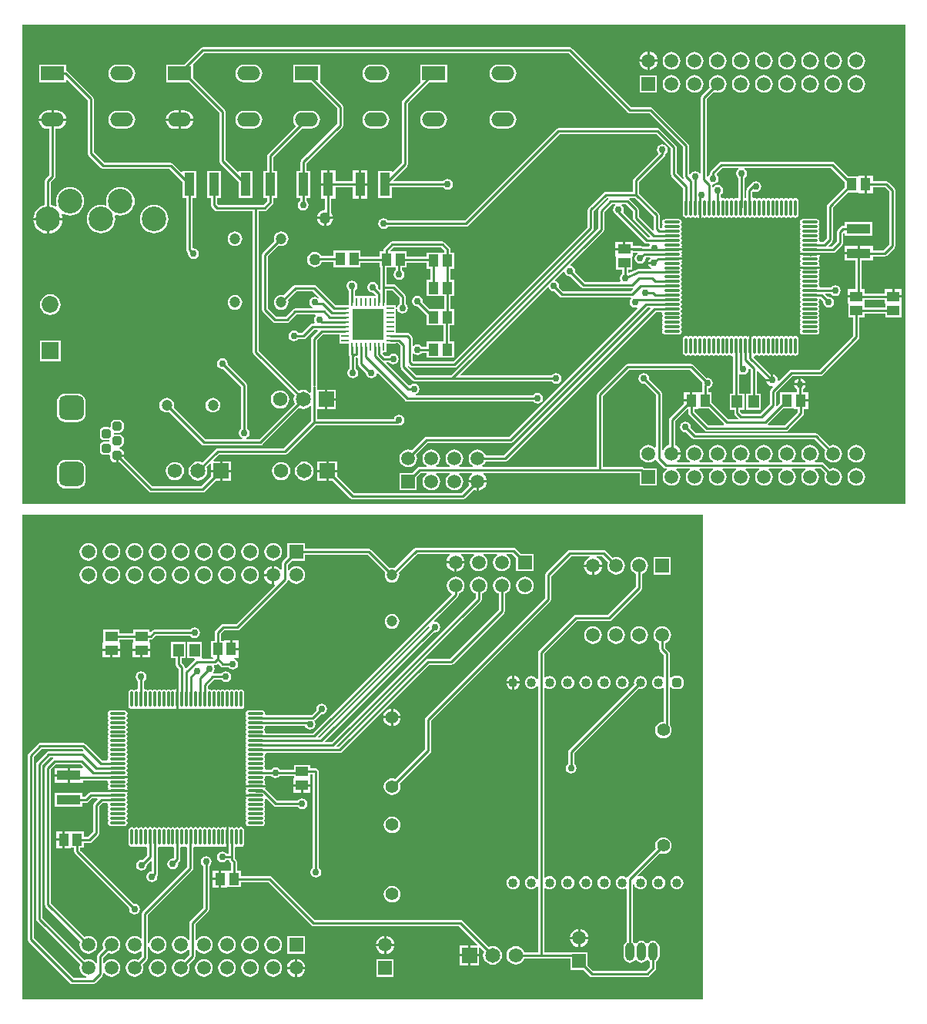
<source format=gtl>
G04 Layer_Physical_Order=1*
G04 Layer_Color=255*
%FSLAX25Y25*%
%MOIN*%
G70*
G01*
G75*
%ADD10O,0.01181X0.06890*%
%ADD11O,0.06890X0.01181*%
%ADD12R,0.05512X0.04331*%
%ADD13R,0.04331X0.05512*%
%ADD14R,0.10236X0.04331*%
%ADD15R,0.04331X0.10236*%
%ADD16R,0.04724X0.05512*%
%ADD17R,0.01102X0.03347*%
%ADD18R,0.03347X0.01102*%
%ADD19R,0.13583X0.13583*%
%ADD20C,0.01000*%
%ADD21C,0.10650*%
%ADD22C,0.04724*%
%ADD23C,0.05906*%
%ADD24R,0.05906X0.05906*%
G04:AMPARAMS|DCode=25|XSize=106.3mil|YSize=106.3mil|CornerRadius=26.58mil|HoleSize=0mil|Usage=FLASHONLY|Rotation=90.000|XOffset=0mil|YOffset=0mil|HoleType=Round|Shape=RoundedRectangle|*
%AMROUNDEDRECTD25*
21,1,0.10630,0.05315,0,0,90.0*
21,1,0.05315,0.10630,0,0,90.0*
1,1,0.05315,0.02658,0.02658*
1,1,0.05315,0.02658,-0.02658*
1,1,0.05315,-0.02658,-0.02658*
1,1,0.05315,-0.02658,0.02658*
%
%ADD25ROUNDEDRECTD25*%
G04:AMPARAMS|DCode=26|XSize=39.37mil|YSize=39.37mil|CornerRadius=9.84mil|HoleSize=0mil|Usage=FLASHONLY|Rotation=90.000|XOffset=0mil|YOffset=0mil|HoleType=Round|Shape=RoundedRectangle|*
%AMROUNDEDRECTD26*
21,1,0.03937,0.01969,0,0,90.0*
21,1,0.01969,0.03937,0,0,90.0*
1,1,0.01969,0.00984,0.00984*
1,1,0.01969,0.00984,-0.00984*
1,1,0.01969,-0.00984,-0.00984*
1,1,0.01969,-0.00984,0.00984*
%
%ADD26ROUNDEDRECTD26*%
%ADD27R,0.06500X0.06500*%
%ADD28C,0.06500*%
%ADD29C,0.06200*%
%ADD30O,0.10000X0.06000*%
%ADD31R,0.10000X0.06000*%
%ADD32C,0.07284*%
%ADD33R,0.07284X0.07284*%
%ADD34C,0.05000*%
%ADD35C,0.03000*%
%ADD36C,0.05512*%
%ADD37R,0.05906X0.05906*%
%ADD38O,0.03937X0.07874*%
%ADD39O,0.03937X0.07874*%
%ADD40C,0.04000*%
G04:AMPARAMS|DCode=41|XSize=40mil|YSize=40mil|CornerRadius=10mil|HoleSize=0mil|Usage=FLASHONLY|Rotation=270.000|XOffset=0mil|YOffset=0mil|HoleType=Round|Shape=RoundedRectangle|*
%AMROUNDEDRECTD41*
21,1,0.04000,0.02000,0,0,270.0*
21,1,0.02000,0.04000,0,0,270.0*
1,1,0.02000,-0.01000,-0.01000*
1,1,0.02000,-0.01000,0.01000*
1,1,0.02000,0.01000,0.01000*
1,1,0.02000,0.01000,-0.01000*
%
%ADD41ROUNDEDRECTD41*%
G36*
X483674Y315826D02*
X101326D01*
Y523174D01*
X483674D01*
Y315826D01*
D02*
G37*
%LPC*%
G36*
X446699Y417437D02*
X442323D01*
X437946D01*
X437970Y417316D01*
X438322Y416790D01*
X438338Y416780D01*
X438159Y416511D01*
X438051Y415969D01*
X438159Y415426D01*
X438454Y414984D01*
X438159Y414543D01*
X438051Y414000D01*
X438159Y413457D01*
X438454Y413016D01*
X438159Y412574D01*
X438051Y412032D01*
X438159Y411489D01*
X438454Y411047D01*
X438159Y410606D01*
X438051Y410063D01*
X438159Y409520D01*
X438454Y409079D01*
X438159Y408637D01*
X438051Y408095D01*
X438159Y407552D01*
X438454Y407110D01*
X438159Y406669D01*
X438051Y406126D01*
X438159Y405583D01*
X438454Y405142D01*
X438159Y404700D01*
X438051Y404157D01*
X438159Y403615D01*
X438454Y403173D01*
X438159Y402732D01*
X438051Y402189D01*
X438159Y401646D01*
X438454Y401205D01*
X438159Y400763D01*
X438051Y400220D01*
X438159Y399678D01*
X438454Y399236D01*
X438159Y398795D01*
X438051Y398252D01*
X438159Y397709D01*
X438454Y397268D01*
X438159Y396826D01*
X438051Y396284D01*
X438159Y395741D01*
X438454Y395299D01*
X438159Y394858D01*
X438051Y394315D01*
X438159Y393772D01*
X438454Y393331D01*
X438159Y392889D01*
X438051Y392347D01*
X438159Y391804D01*
X438454Y391362D01*
X438159Y390920D01*
X438051Y390378D01*
X438159Y389835D01*
X438466Y389375D01*
X438926Y389068D01*
X439468Y388960D01*
X445177D01*
X445720Y389068D01*
X446180Y389375D01*
X446487Y389835D01*
X446595Y390378D01*
X446487Y390920D01*
X446192Y391362D01*
X446487Y391804D01*
X446595Y392347D01*
X446487Y392889D01*
X446192Y393331D01*
X446487Y393772D01*
X446595Y394315D01*
X446487Y394858D01*
X446192Y395299D01*
X446487Y395741D01*
X446595Y396284D01*
X446487Y396826D01*
X446192Y397268D01*
X446487Y397709D01*
X446595Y398252D01*
X446487Y398795D01*
X446192Y399236D01*
X446487Y399678D01*
X446595Y400220D01*
X446487Y400763D01*
X446192Y401205D01*
X446487Y401646D01*
X446595Y402189D01*
X446487Y402732D01*
X446192Y403173D01*
X446487Y403615D01*
X446595Y404157D01*
X446566Y404300D01*
X446609Y404383D01*
X447092Y404533D01*
X448233Y403393D01*
X448155Y403000D01*
X448333Y402103D01*
X448842Y401342D01*
X449603Y400833D01*
X450500Y400655D01*
X451397Y400833D01*
X452158Y401342D01*
X452667Y402103D01*
X452845Y403000D01*
X452667Y403897D01*
X452158Y404658D01*
X451397Y405167D01*
X450500Y405345D01*
X450107Y405267D01*
X449067Y406307D01*
X449259Y406769D01*
X451525D01*
X451747Y406436D01*
X452508Y405928D01*
X453406Y405749D01*
X454303Y405928D01*
X455064Y406436D01*
X455572Y407197D01*
X455751Y408095D01*
X455572Y408992D01*
X455064Y409753D01*
X454303Y410261D01*
X453406Y410439D01*
X452508Y410261D01*
X451747Y409753D01*
X451525Y409420D01*
X446976D01*
X446566Y409920D01*
X446595Y410063D01*
X446487Y410606D01*
X446192Y411047D01*
X446487Y411489D01*
X446595Y412032D01*
X446487Y412574D01*
X446192Y413016D01*
X446487Y413457D01*
X446595Y414000D01*
X446487Y414543D01*
X446192Y414984D01*
X446487Y415426D01*
X446595Y415969D01*
X446487Y416511D01*
X446308Y416780D01*
X446324Y416790D01*
X446675Y417316D01*
X446699Y417437D01*
D02*
G37*
G36*
X193500Y406189D02*
X192675Y406081D01*
X191905Y405762D01*
X191245Y405255D01*
X190738Y404595D01*
X190419Y403826D01*
X190311Y403000D01*
X190419Y402175D01*
X190738Y401405D01*
X191245Y400745D01*
X191905Y400238D01*
X192675Y399919D01*
X193500Y399811D01*
X194325Y399919D01*
X195095Y400238D01*
X195755Y400745D01*
X196262Y401405D01*
X196581Y402175D01*
X196689Y403000D01*
X196581Y403826D01*
X196262Y404595D01*
X195755Y405255D01*
X195095Y405762D01*
X194325Y406081D01*
X193500Y406189D01*
D02*
G37*
G36*
X482256Y408618D02*
X479000D01*
Y405953D01*
X482256D01*
Y408618D01*
D02*
G37*
G36*
X120300Y505800D02*
X108700D01*
Y498200D01*
X120300D01*
Y499172D01*
X120762Y499364D01*
X129674Y490451D01*
Y467500D01*
X129775Y466993D01*
X130063Y466563D01*
X135563Y461063D01*
X135993Y460775D01*
X136500Y460674D01*
X165136D01*
X170720Y455091D01*
Y448082D01*
X172360D01*
Y425815D01*
X172460Y425308D01*
X172748Y424878D01*
X173233Y424393D01*
X173155Y424000D01*
X173333Y423103D01*
X173842Y422342D01*
X174603Y421833D01*
X175500Y421655D01*
X176397Y421833D01*
X177158Y422342D01*
X177667Y423103D01*
X177845Y424000D01*
X177667Y424897D01*
X177158Y425658D01*
X176397Y426167D01*
X175500Y426345D01*
X175011Y426757D01*
Y448082D01*
X176650D01*
Y459918D01*
X170720D01*
Y459493D01*
X170258Y459302D01*
X166622Y462937D01*
X166192Y463225D01*
X165685Y463326D01*
X137049D01*
X132325Y468049D01*
Y491000D01*
X132225Y491507D01*
X131937Y491937D01*
X120937Y502937D01*
X120507Y503225D01*
X120300Y503266D01*
Y505800D01*
D02*
G37*
G36*
X446699Y423343D02*
X442323D01*
X437946D01*
X437970Y423222D01*
X438322Y422696D01*
X438338Y422685D01*
X438159Y422417D01*
X438051Y421874D01*
X438159Y421332D01*
X438454Y420890D01*
X438159Y420448D01*
X438051Y419906D01*
X438159Y419363D01*
X438338Y419095D01*
X438322Y419084D01*
X437970Y418558D01*
X437946Y418437D01*
X442323D01*
X446699D01*
X446675Y418558D01*
X446324Y419084D01*
X446308Y419095D01*
X446487Y419363D01*
X446595Y419906D01*
X446487Y420448D01*
X446192Y420890D01*
X446487Y421332D01*
X446595Y421874D01*
X446487Y422417D01*
X446308Y422685D01*
X446324Y422696D01*
X446675Y423222D01*
X446699Y423343D01*
D02*
G37*
G36*
X437500Y369950D02*
X437024Y369855D01*
X436198Y369302D01*
X435645Y368476D01*
X435550Y368000D01*
X437500D01*
Y369950D01*
D02*
G37*
G36*
X237250Y365250D02*
X233500D01*
Y361500D01*
X237250D01*
Y365250D01*
D02*
G37*
G36*
X438500Y369950D02*
Y368000D01*
X440449D01*
X440355Y368476D01*
X439802Y369302D01*
X438975Y369855D01*
X438500Y369950D01*
D02*
G37*
G36*
X113500Y406480D02*
X112340Y406327D01*
X111260Y405880D01*
X110332Y405168D01*
X109620Y404240D01*
X109173Y403160D01*
X109020Y402000D01*
X109173Y400841D01*
X109620Y399760D01*
X110332Y398832D01*
X111260Y398120D01*
X112340Y397673D01*
X113500Y397520D01*
X114660Y397673D01*
X115740Y398120D01*
X116668Y398832D01*
X117380Y399760D01*
X117827Y400841D01*
X117980Y402000D01*
X117827Y403160D01*
X117380Y404240D01*
X116668Y405168D01*
X115740Y405880D01*
X114660Y406327D01*
X113500Y406480D01*
D02*
G37*
G36*
X117942Y386442D02*
X109058D01*
Y377558D01*
X117942D01*
Y386442D01*
D02*
G37*
G36*
X463000Y427350D02*
X457382D01*
Y424685D01*
X463000D01*
Y427350D01*
D02*
G37*
G36*
X120469Y481500D02*
X108531D01*
X108603Y480956D01*
X109006Y479983D01*
X109647Y479147D01*
X110483Y478506D01*
X111456Y478103D01*
X112500Y477965D01*
X113174D01*
Y458049D01*
X111563Y456437D01*
X111275Y456007D01*
X111174Y455500D01*
Y445208D01*
X110068Y444872D01*
X108969Y444284D01*
X108006Y443494D01*
X107215Y442531D01*
X106628Y441432D01*
X106266Y440240D01*
X106194Y439500D01*
X112500D01*
X118806D01*
X118734Y440240D01*
X118463Y441132D01*
X118881Y441475D01*
X119745Y441014D01*
X120899Y440664D01*
X122100Y440545D01*
X123301Y440664D01*
X124455Y441014D01*
X125519Y441583D01*
X126452Y442348D01*
X127217Y443281D01*
X127786Y444345D01*
X128136Y445499D01*
X128255Y446700D01*
X128136Y447901D01*
X127786Y449055D01*
X127217Y450119D01*
X126452Y451052D01*
X125519Y451817D01*
X124455Y452386D01*
X123301Y452736D01*
X122100Y452855D01*
X120899Y452736D01*
X119745Y452386D01*
X118681Y451817D01*
X117748Y451052D01*
X116983Y450119D01*
X116414Y449055D01*
X116064Y447901D01*
X115945Y446700D01*
X116064Y445499D01*
X116312Y444682D01*
X116281Y444639D01*
X115886Y444362D01*
X114932Y444872D01*
X113826Y445208D01*
Y454951D01*
X115437Y456563D01*
X115725Y456993D01*
X115825Y457500D01*
Y477965D01*
X116500D01*
X117544Y478103D01*
X118517Y478506D01*
X119353Y479147D01*
X119994Y479983D01*
X120397Y480956D01*
X120469Y481500D01*
D02*
G37*
G36*
X235964Y439000D02*
X233000D01*
Y436036D01*
X233414Y436090D01*
X234265Y436443D01*
X234996Y437004D01*
X235557Y437735D01*
X235910Y438586D01*
X235964Y439000D01*
D02*
G37*
G36*
X230300Y505800D02*
X218700D01*
Y498200D01*
X226426D01*
X237674Y486951D01*
Y480049D01*
X222248Y464622D01*
X221960Y464192D01*
X221860Y463685D01*
Y459918D01*
X220220D01*
Y448082D01*
X221674D01*
Y446880D01*
X221342Y446658D01*
X220833Y445897D01*
X220655Y445000D01*
X220833Y444103D01*
X221342Y443342D01*
X222103Y442833D01*
X223000Y442655D01*
X223897Y442833D01*
X224658Y443342D01*
X225167Y444103D01*
X225345Y445000D01*
X225167Y445897D01*
X224658Y446658D01*
X224325Y446880D01*
Y448082D01*
X226150D01*
Y459918D01*
X224511D01*
Y463136D01*
X239937Y478563D01*
X240225Y478993D01*
X240325Y479500D01*
Y487500D01*
X240225Y488007D01*
X239937Y488437D01*
X230558Y497817D01*
X230300Y498200D01*
X230300D01*
X230300Y498200D01*
Y505800D01*
D02*
G37*
G36*
X226500Y485833D02*
X222500D01*
X221508Y485702D01*
X220584Y485319D01*
X219790Y484710D01*
X219181Y483916D01*
X218798Y482992D01*
X218667Y482000D01*
X218798Y481008D01*
X219181Y480084D01*
X219790Y479290D01*
X219797Y479172D01*
X207878Y467252D01*
X207590Y466822D01*
X207489Y466315D01*
Y459918D01*
X205850D01*
Y448082D01*
X207489D01*
Y446864D01*
X205774Y445148D01*
X186226D01*
X185640Y445734D01*
Y448082D01*
X187280D01*
Y459918D01*
X181350D01*
Y448082D01*
X182990D01*
Y445185D01*
X183090Y444678D01*
X183378Y444248D01*
X184740Y442886D01*
X185170Y442598D01*
X185677Y442497D01*
X201174D01*
Y381500D01*
X201275Y380993D01*
X201563Y380563D01*
X219351Y362774D01*
X219054Y362057D01*
X218915Y361000D01*
X219054Y359943D01*
X219351Y359226D01*
X203951Y343826D01*
X198407D01*
X198357Y344325D01*
X198397Y344333D01*
X199158Y344842D01*
X199667Y345603D01*
X199845Y346500D01*
X199667Y347397D01*
X199158Y348158D01*
X198826Y348380D01*
Y367000D01*
X198725Y367507D01*
X198437Y367937D01*
X190267Y376108D01*
X190345Y376500D01*
X190167Y377397D01*
X189658Y378158D01*
X188897Y378667D01*
X188000Y378845D01*
X187103Y378667D01*
X186342Y378158D01*
X185833Y377397D01*
X185655Y376500D01*
X185833Y375603D01*
X186342Y374842D01*
X187103Y374333D01*
X188000Y374155D01*
X188392Y374233D01*
X196175Y366451D01*
Y348380D01*
X195842Y348158D01*
X195333Y347397D01*
X195155Y346500D01*
X195333Y345603D01*
X195842Y344842D01*
X196603Y344333D01*
X196643Y344325D01*
X196593Y343826D01*
X180549D01*
X166969Y357405D01*
X167081Y357675D01*
X167190Y358500D01*
X167081Y359326D01*
X166762Y360095D01*
X166255Y360755D01*
X165595Y361262D01*
X164825Y361581D01*
X164000Y361689D01*
X163174Y361581D01*
X162405Y361262D01*
X161745Y360755D01*
X161238Y360095D01*
X160919Y359326D01*
X160810Y358500D01*
X160919Y357675D01*
X161238Y356905D01*
X161745Y356245D01*
X162405Y355738D01*
X163174Y355419D01*
X164000Y355311D01*
X164825Y355419D01*
X165095Y355531D01*
X179063Y341563D01*
X179493Y341275D01*
X180000Y341175D01*
X204500D01*
X205007Y341275D01*
X205437Y341563D01*
X221226Y357351D01*
X221943Y357054D01*
X223000Y356915D01*
X224057Y357054D01*
X225043Y357462D01*
X225888Y358112D01*
X225923Y358157D01*
X226397Y357997D01*
Y351771D01*
X214451Y339826D01*
X186000D01*
X185493Y339725D01*
X185063Y339437D01*
X179274Y333649D01*
X178557Y333946D01*
X177500Y334085D01*
X176443Y333946D01*
X175458Y333538D01*
X174611Y332889D01*
X173962Y332043D01*
X173554Y331057D01*
X173415Y330000D01*
X173554Y328943D01*
X173962Y327958D01*
X174611Y327112D01*
X175458Y326462D01*
X176443Y326054D01*
X177500Y325915D01*
X178557Y326054D01*
X179543Y326462D01*
X180388Y327112D01*
X181038Y327958D01*
X181446Y328943D01*
X181585Y330000D01*
X181446Y331057D01*
X181149Y331774D01*
X182788Y333414D01*
X183250Y333222D01*
Y330500D01*
X187000D01*
Y334250D01*
X184278D01*
X184086Y334712D01*
X186549Y337175D01*
X215000D01*
X215507Y337275D01*
X215937Y337563D01*
X228272Y349897D01*
X263507D01*
X263603Y349833D01*
X264500Y349655D01*
X265397Y349833D01*
X266158Y350342D01*
X266667Y351103D01*
X266845Y352000D01*
X266667Y352897D01*
X266158Y353658D01*
X265397Y354167D01*
X264500Y354345D01*
X263603Y354167D01*
X262842Y353658D01*
X262333Y352897D01*
X262264Y352548D01*
X229048D01*
Y356750D01*
X232500D01*
Y361000D01*
Y365250D01*
X229048D01*
Y366500D01*
X228998Y366750D01*
X229048Y367000D01*
Y386689D01*
X231549Y389190D01*
X238783D01*
Y385257D01*
X242759D01*
Y381283D01*
X242785D01*
Y380500D01*
X242886Y379993D01*
X243173Y379563D01*
X243175Y379562D01*
Y374380D01*
X242842Y374158D01*
X242333Y373397D01*
X242155Y372500D01*
X242333Y371603D01*
X242842Y370842D01*
X243603Y370333D01*
X244500Y370155D01*
X245397Y370333D01*
X246158Y370842D01*
X246667Y371603D01*
X246845Y372500D01*
X246667Y373397D01*
X246158Y374158D01*
X245826Y374380D01*
Y378965D01*
X246325Y379122D01*
X246722Y378811D01*
Y376453D01*
X246823Y375945D01*
X247110Y375516D01*
X250162Y372463D01*
X250333Y371603D01*
X250842Y370842D01*
X251603Y370333D01*
X252500Y370155D01*
X253397Y370333D01*
X254158Y370842D01*
X254667Y371603D01*
X254777Y372157D01*
X255319Y372322D01*
X267078Y360563D01*
X267509Y360275D01*
X268016Y360174D01*
X322620D01*
X322842Y359842D01*
X323603Y359333D01*
X324500Y359155D01*
X325397Y359333D01*
X326158Y359842D01*
X326667Y360603D01*
X326845Y361500D01*
X326667Y362397D01*
X326158Y363158D01*
X325397Y363667D01*
X324500Y363845D01*
X323603Y363667D01*
X322842Y363158D01*
X322620Y362825D01*
X271907D01*
X271857Y363326D01*
X271897Y363333D01*
X272658Y363842D01*
X273167Y364603D01*
X273345Y365500D01*
X273167Y366397D01*
X272658Y367158D01*
X271897Y367667D01*
X271000Y367845D01*
X270103Y367667D01*
X269342Y367158D01*
X269270Y367051D01*
X268684Y367005D01*
X258977Y376713D01*
X259168Y377174D01*
X260120D01*
X260342Y376842D01*
X261103Y376333D01*
X262000Y376155D01*
X262897Y376333D01*
X263658Y376842D01*
X264167Y377603D01*
X264345Y378500D01*
X264167Y379397D01*
X263658Y380158D01*
X262897Y380667D01*
X262000Y380845D01*
X261103Y380667D01*
X260342Y380158D01*
X260120Y379825D01*
X258411D01*
X257454Y380783D01*
X257661Y381283D01*
X259241D01*
Y385257D01*
X263217D01*
Y385283D01*
X263951D01*
X265175Y384060D01*
Y375000D01*
X265275Y374493D01*
X265563Y374063D01*
X270563Y369063D01*
X270993Y368775D01*
X271500Y368674D01*
X330620D01*
X330842Y368342D01*
X331603Y367833D01*
X332500Y367655D01*
X333397Y367833D01*
X334158Y368342D01*
X334667Y369103D01*
X334845Y370000D01*
X334667Y370897D01*
X334158Y371658D01*
X333397Y372167D01*
X332500Y372345D01*
X331603Y372167D01*
X330842Y371658D01*
X330620Y371325D01*
X291353D01*
X291162Y371787D01*
X328816Y409442D01*
X329295Y409297D01*
X329333Y409103D01*
X329842Y408342D01*
X330603Y407833D01*
X331500Y407655D01*
X331892Y407733D01*
X334063Y405563D01*
X334493Y405275D01*
X335000Y405174D01*
X364900D01*
X365051Y404674D01*
X365027Y404658D01*
X364518Y403897D01*
X364340Y403000D01*
X364518Y402103D01*
X365027Y401342D01*
X365788Y400833D01*
X366685Y400655D01*
X367474Y400812D01*
X367748Y400449D01*
X367769Y400400D01*
X312195Y344826D01*
X276500D01*
X275993Y344725D01*
X275563Y344437D01*
X270047Y338921D01*
X269480Y339156D01*
X268500Y339285D01*
X267520Y339156D01*
X266607Y338778D01*
X265824Y338176D01*
X265222Y337393D01*
X264844Y336480D01*
X264715Y335500D01*
X264844Y334520D01*
X265222Y333607D01*
X265824Y332823D01*
X266607Y332222D01*
X267520Y331844D01*
X268500Y331715D01*
X269480Y331844D01*
X270393Y332222D01*
X271177Y332823D01*
X271778Y333607D01*
X272156Y334520D01*
X272285Y335500D01*
X272156Y336480D01*
X271921Y337047D01*
X277049Y342175D01*
X312744D01*
X313251Y342275D01*
X313681Y342563D01*
X371982Y400864D01*
X373258D01*
X373450Y400402D01*
X309874Y336825D01*
X302013D01*
X301778Y337393D01*
X301177Y338176D01*
X300393Y338778D01*
X299480Y339156D01*
X298500Y339285D01*
X297520Y339156D01*
X296607Y338778D01*
X295824Y338176D01*
X295222Y337393D01*
X294844Y336480D01*
X294715Y335500D01*
X294844Y334520D01*
X295222Y333607D01*
X295824Y332823D01*
X296473Y332326D01*
X296303Y331825D01*
X290697D01*
X290527Y332326D01*
X291177Y332823D01*
X291778Y333607D01*
X292156Y334520D01*
X292285Y335500D01*
X292156Y336480D01*
X291778Y337393D01*
X291177Y338176D01*
X290393Y338778D01*
X289480Y339156D01*
X288500Y339285D01*
X287520Y339156D01*
X286607Y338778D01*
X285823Y338176D01*
X285222Y337393D01*
X284844Y336480D01*
X284715Y335500D01*
X284844Y334520D01*
X285222Y333607D01*
X285823Y332823D01*
X286473Y332326D01*
X286303Y331825D01*
X280697D01*
X280527Y332326D01*
X281176Y332823D01*
X281778Y333607D01*
X282156Y334520D01*
X282285Y335500D01*
X282156Y336480D01*
X281778Y337393D01*
X281176Y338176D01*
X280393Y338778D01*
X279480Y339156D01*
X278500Y339285D01*
X277520Y339156D01*
X276607Y338778D01*
X275823Y338176D01*
X275222Y337393D01*
X274844Y336480D01*
X274715Y335500D01*
X274844Y334520D01*
X275222Y333607D01*
X275823Y332823D01*
X276473Y332326D01*
X276303Y331825D01*
X273500D01*
X272993Y331725D01*
X272563Y331437D01*
X270378Y329253D01*
X264747D01*
Y321747D01*
X272253D01*
Y327378D01*
X274049Y329174D01*
X276303D01*
X276473Y328675D01*
X275823Y328176D01*
X275222Y327393D01*
X274844Y326480D01*
X274715Y325500D01*
X274844Y324520D01*
X275222Y323607D01*
X275823Y322824D01*
X276607Y322222D01*
X277520Y321844D01*
X278500Y321715D01*
X279480Y321844D01*
X280393Y322222D01*
X281176Y322824D01*
X281778Y323607D01*
X282156Y324520D01*
X282285Y325500D01*
X282156Y326480D01*
X281778Y327393D01*
X281176Y328176D01*
X280527Y328675D01*
X280697Y329174D01*
X286303D01*
X286473Y328675D01*
X285823Y328176D01*
X285222Y327393D01*
X284844Y326480D01*
X284715Y325500D01*
X284844Y324520D01*
X285222Y323607D01*
X285823Y322824D01*
X286607Y322222D01*
X287520Y321844D01*
X288500Y321715D01*
X289480Y321844D01*
X290393Y322222D01*
X291177Y322824D01*
X291778Y323607D01*
X292156Y324520D01*
X292285Y325500D01*
X292156Y326480D01*
X291778Y327393D01*
X291177Y328176D01*
X290527Y328675D01*
X290697Y329174D01*
X295974D01*
X296144Y328675D01*
X295681Y328319D01*
X295047Y327493D01*
X294649Y326532D01*
X294579Y326000D01*
X302421D01*
X302351Y326532D01*
X301953Y327493D01*
X301319Y328319D01*
X300856Y328675D01*
X301026Y329174D01*
X368747D01*
Y323747D01*
X376253D01*
Y331253D01*
X370622D01*
X370437Y331437D01*
X370007Y331725D01*
X369500Y331825D01*
X352825D01*
Y362451D01*
X364049Y373675D01*
X390451D01*
X395733Y368392D01*
X395655Y368000D01*
X395755Y367499D01*
X395728Y367460D01*
X395627Y366953D01*
Y364056D01*
X394213D01*
Y364256D01*
X391547D01*
Y360500D01*
X391047D01*
Y360000D01*
X387882D01*
Y359209D01*
X381740Y353067D01*
X381453Y352637D01*
X381352Y352130D01*
Y341303D01*
X380507Y340953D01*
X379681Y340319D01*
X379047Y339493D01*
X378825Y338958D01*
X378326Y339057D01*
Y363500D01*
X378225Y364007D01*
X377937Y364437D01*
X372767Y369607D01*
X372845Y370000D01*
X372667Y370897D01*
X372158Y371658D01*
X371397Y372167D01*
X370500Y372345D01*
X369603Y372167D01*
X368842Y371658D01*
X368333Y370897D01*
X368155Y370000D01*
X368333Y369103D01*
X368842Y368342D01*
X369603Y367833D01*
X370500Y367655D01*
X370893Y367733D01*
X375675Y362951D01*
Y340305D01*
X375201Y340144D01*
X375177Y340177D01*
X374393Y340778D01*
X373480Y341156D01*
X372500Y341285D01*
X371520Y341156D01*
X370607Y340778D01*
X369824Y340177D01*
X369222Y339393D01*
X368844Y338480D01*
X368715Y337500D01*
X368844Y336520D01*
X369222Y335607D01*
X369824Y334823D01*
X370607Y334222D01*
X371520Y333844D01*
X372500Y333715D01*
X373480Y333844D01*
X374393Y334222D01*
X375177Y334823D01*
X375305Y334991D01*
X375851Y334880D01*
X376063Y334563D01*
X379063Y331563D01*
X379493Y331275D01*
X380000Y331174D01*
X380303D01*
X380473Y330675D01*
X379823Y330176D01*
X379222Y329393D01*
X378844Y328480D01*
X378715Y327500D01*
X378844Y326520D01*
X379222Y325607D01*
X379823Y324823D01*
X380607Y324222D01*
X381520Y323844D01*
X382500Y323715D01*
X383480Y323844D01*
X384393Y324222D01*
X385176Y324823D01*
X385778Y325607D01*
X386156Y326520D01*
X386285Y327500D01*
X386156Y328480D01*
X385778Y329393D01*
X385176Y330176D01*
X384527Y330675D01*
X384697Y331174D01*
X390303D01*
X390473Y330675D01*
X389824Y330176D01*
X389222Y329393D01*
X388844Y328480D01*
X388715Y327500D01*
X388844Y326520D01*
X389222Y325607D01*
X389824Y324823D01*
X390607Y324222D01*
X391520Y323844D01*
X392500Y323715D01*
X393480Y323844D01*
X394393Y324222D01*
X395177Y324823D01*
X395778Y325607D01*
X396156Y326520D01*
X396285Y327500D01*
X396156Y328480D01*
X395778Y329393D01*
X395177Y330176D01*
X394527Y330675D01*
X394697Y331174D01*
X400303D01*
X400473Y330675D01*
X399823Y330176D01*
X399222Y329393D01*
X398844Y328480D01*
X398715Y327500D01*
X398844Y326520D01*
X399222Y325607D01*
X399823Y324823D01*
X400607Y324222D01*
X401520Y323844D01*
X402500Y323715D01*
X403480Y323844D01*
X404393Y324222D01*
X405176Y324823D01*
X405778Y325607D01*
X406156Y326520D01*
X406285Y327500D01*
X406156Y328480D01*
X405778Y329393D01*
X405176Y330176D01*
X404527Y330675D01*
X404697Y331174D01*
X410303D01*
X410473Y330675D01*
X409824Y330176D01*
X409222Y329393D01*
X408844Y328480D01*
X408715Y327500D01*
X408844Y326520D01*
X409222Y325607D01*
X409824Y324823D01*
X410607Y324222D01*
X411520Y323844D01*
X412500Y323715D01*
X413480Y323844D01*
X414393Y324222D01*
X415176Y324823D01*
X415778Y325607D01*
X416156Y326520D01*
X416285Y327500D01*
X416156Y328480D01*
X415778Y329393D01*
X415176Y330176D01*
X414527Y330675D01*
X414697Y331174D01*
X420303D01*
X420473Y330675D01*
X419824Y330176D01*
X419222Y329393D01*
X418844Y328480D01*
X418715Y327500D01*
X418844Y326520D01*
X419222Y325607D01*
X419824Y324823D01*
X420607Y324222D01*
X421520Y323844D01*
X422500Y323715D01*
X423480Y323844D01*
X424393Y324222D01*
X425176Y324823D01*
X425778Y325607D01*
X426156Y326520D01*
X426285Y327500D01*
X426156Y328480D01*
X425778Y329393D01*
X425176Y330176D01*
X424527Y330675D01*
X424697Y331174D01*
X430303D01*
X430473Y330675D01*
X429823Y330176D01*
X429222Y329393D01*
X428844Y328480D01*
X428715Y327500D01*
X428844Y326520D01*
X429222Y325607D01*
X429823Y324823D01*
X430607Y324222D01*
X431520Y323844D01*
X432500Y323715D01*
X433480Y323844D01*
X434393Y324222D01*
X435177Y324823D01*
X435778Y325607D01*
X436156Y326520D01*
X436285Y327500D01*
X436156Y328480D01*
X435778Y329393D01*
X435177Y330176D01*
X434527Y330675D01*
X434697Y331174D01*
X440303D01*
X440473Y330675D01*
X439823Y330176D01*
X439222Y329393D01*
X438844Y328480D01*
X438715Y327500D01*
X438844Y326520D01*
X439222Y325607D01*
X439823Y324823D01*
X440607Y324222D01*
X441520Y323844D01*
X442500Y323715D01*
X443480Y323844D01*
X444393Y324222D01*
X445177Y324823D01*
X445778Y325607D01*
X446156Y326520D01*
X446285Y327500D01*
X446156Y328480D01*
X445778Y329393D01*
X445177Y330176D01*
X444527Y330675D01*
X444697Y331174D01*
X446951D01*
X449079Y329047D01*
X448844Y328480D01*
X448715Y327500D01*
X448844Y326520D01*
X449222Y325607D01*
X449824Y324823D01*
X450607Y324222D01*
X451520Y323844D01*
X452500Y323715D01*
X453480Y323844D01*
X454393Y324222D01*
X455176Y324823D01*
X455778Y325607D01*
X456156Y326520D01*
X456285Y327500D01*
X456156Y328480D01*
X455778Y329393D01*
X455176Y330176D01*
X454393Y330778D01*
X453480Y331156D01*
X452500Y331285D01*
X451520Y331156D01*
X450953Y330921D01*
X448437Y333437D01*
X448007Y333725D01*
X447500Y333825D01*
X444697D01*
X444527Y334326D01*
X445177Y334823D01*
X445778Y335607D01*
X446156Y336520D01*
X446285Y337500D01*
X446156Y338480D01*
X445778Y339393D01*
X445177Y340177D01*
X444393Y340778D01*
X443480Y341156D01*
X442500Y341285D01*
X441520Y341156D01*
X440607Y340778D01*
X439823Y340177D01*
X439222Y339393D01*
X438844Y338480D01*
X438715Y337500D01*
X438844Y336520D01*
X439222Y335607D01*
X439823Y334823D01*
X440473Y334326D01*
X440303Y333825D01*
X434697D01*
X434527Y334326D01*
X435177Y334823D01*
X435778Y335607D01*
X436156Y336520D01*
X436285Y337500D01*
X436156Y338480D01*
X435778Y339393D01*
X435177Y340177D01*
X434393Y340778D01*
X433480Y341156D01*
X432500Y341285D01*
X431520Y341156D01*
X430607Y340778D01*
X429823Y340177D01*
X429222Y339393D01*
X428844Y338480D01*
X428715Y337500D01*
X428844Y336520D01*
X429222Y335607D01*
X429823Y334823D01*
X430473Y334326D01*
X430303Y333825D01*
X424697D01*
X424527Y334326D01*
X425176Y334823D01*
X425778Y335607D01*
X426156Y336520D01*
X426285Y337500D01*
X426156Y338480D01*
X425778Y339393D01*
X425176Y340177D01*
X424393Y340778D01*
X423480Y341156D01*
X422500Y341285D01*
X421520Y341156D01*
X420607Y340778D01*
X419824Y340177D01*
X419222Y339393D01*
X418844Y338480D01*
X418715Y337500D01*
X418844Y336520D01*
X419222Y335607D01*
X419824Y334823D01*
X420473Y334326D01*
X420303Y333825D01*
X414697D01*
X414527Y334326D01*
X415176Y334823D01*
X415778Y335607D01*
X416156Y336520D01*
X416285Y337500D01*
X416156Y338480D01*
X415778Y339393D01*
X415176Y340177D01*
X414393Y340778D01*
X413480Y341156D01*
X412500Y341285D01*
X411520Y341156D01*
X410607Y340778D01*
X409824Y340177D01*
X409222Y339393D01*
X408844Y338480D01*
X408715Y337500D01*
X408844Y336520D01*
X409222Y335607D01*
X409824Y334823D01*
X410473Y334326D01*
X410303Y333825D01*
X404697D01*
X404527Y334326D01*
X405176Y334823D01*
X405778Y335607D01*
X406156Y336520D01*
X406285Y337500D01*
X406156Y338480D01*
X405778Y339393D01*
X405176Y340177D01*
X404393Y340778D01*
X403480Y341156D01*
X402500Y341285D01*
X401520Y341156D01*
X400607Y340778D01*
X399823Y340177D01*
X399222Y339393D01*
X398844Y338480D01*
X398715Y337500D01*
X398844Y336520D01*
X399222Y335607D01*
X399823Y334823D01*
X400473Y334326D01*
X400303Y333825D01*
X394697D01*
X394527Y334326D01*
X395177Y334823D01*
X395778Y335607D01*
X396156Y336520D01*
X396285Y337500D01*
X396156Y338480D01*
X395778Y339393D01*
X395177Y340177D01*
X394393Y340778D01*
X393480Y341156D01*
X392500Y341285D01*
X391520Y341156D01*
X390607Y340778D01*
X389824Y340177D01*
X389222Y339393D01*
X388844Y338480D01*
X388715Y337500D01*
X388844Y336520D01*
X389222Y335607D01*
X389824Y334823D01*
X390473Y334326D01*
X390303Y333825D01*
X385026D01*
X384856Y334326D01*
X385319Y334681D01*
X385953Y335507D01*
X386351Y336468D01*
X386421Y337000D01*
X382500D01*
Y338000D01*
X386421D01*
X386351Y338532D01*
X385953Y339493D01*
X385319Y340319D01*
X384493Y340953D01*
X384003Y341156D01*
Y351581D01*
X389166Y356744D01*
X389722D01*
Y355252D01*
X389823Y354745D01*
X390110Y354315D01*
X396862Y347563D01*
X397292Y347275D01*
X397799Y347175D01*
X432000D01*
X432507Y347275D01*
X432937Y347563D01*
X439390Y354015D01*
X439677Y354446D01*
X439778Y354953D01*
Y356744D01*
X441618D01*
Y360000D01*
X438453D01*
Y361000D01*
X441618D01*
Y364256D01*
X439326D01*
Y365379D01*
X439802Y365698D01*
X440355Y366525D01*
X440449Y367000D01*
X435550D01*
X435645Y366525D01*
X436198Y365698D01*
X436674Y365379D01*
Y364256D01*
X435287D01*
Y364056D01*
X429582D01*
Y359409D01*
X428252Y358079D01*
X427791Y358325D01*
X427825Y358500D01*
Y363951D01*
X435049Y371175D01*
X447000D01*
X447507Y371275D01*
X447937Y371563D01*
X463437Y387063D01*
X463725Y387493D01*
X463826Y388000D01*
Y396582D01*
X466056D01*
Y398222D01*
X474944D01*
Y396582D01*
X482056D01*
Y402287D01*
X482256D01*
Y404953D01*
X478500D01*
Y405453D01*
X478000D01*
Y408618D01*
X474744D01*
Y406778D01*
X466256D01*
Y408618D01*
X464825D01*
Y421020D01*
X469618D01*
Y422860D01*
X474685D01*
X475192Y422961D01*
X475622Y423248D01*
X478937Y426563D01*
X479225Y426993D01*
X479325Y427500D01*
Y451500D01*
X479225Y452007D01*
X478937Y452437D01*
X476437Y454937D01*
X476007Y455225D01*
X475500Y455326D01*
X469618D01*
Y457756D01*
X466953D01*
Y454000D01*
Y450244D01*
X469618D01*
Y452674D01*
X474951D01*
X476675Y450951D01*
Y428049D01*
X474136Y425511D01*
X469618D01*
Y427350D01*
X464000D01*
Y424185D01*
X463500D01*
Y423685D01*
X457382D01*
Y421020D01*
X462175D01*
Y408618D01*
X458744D01*
Y405953D01*
X462500D01*
Y404953D01*
X458744D01*
Y402287D01*
X458944D01*
Y396582D01*
X461174D01*
Y388549D01*
X446451Y373826D01*
X434500D01*
X433993Y373725D01*
X433563Y373437D01*
X428973Y368847D01*
X428512Y369094D01*
X428549Y369280D01*
X428355Y370255D01*
X427802Y371082D01*
X426975Y371635D01*
X426500Y371729D01*
Y369280D01*
X426000D01*
Y368779D01*
X423551D01*
X423645Y368304D01*
X424198Y367477D01*
X425025Y366925D01*
X426000Y366730D01*
X426186Y366768D01*
X426432Y366307D01*
X425563Y365437D01*
X425275Y365007D01*
X425175Y364500D01*
Y359049D01*
X420951Y354825D01*
X413049D01*
X412251Y355624D01*
Y356444D01*
X414087D01*
Y363556D01*
X411857D01*
Y371801D01*
X412298Y372037D01*
X412603Y371833D01*
X413500Y371655D01*
X414397Y371833D01*
X415158Y372342D01*
X415667Y373103D01*
X415845Y374000D01*
X415827Y374092D01*
X416288Y374338D01*
X416686Y373939D01*
Y363556D01*
X414850D01*
Y356444D01*
X421174D01*
Y363556D01*
X419337D01*
Y373414D01*
X419799Y373606D01*
X423563Y369842D01*
X423551Y369779D01*
X425500D01*
Y371729D01*
X425437Y371717D01*
X418031Y379123D01*
X418049Y379521D01*
X418405Y379905D01*
X418948Y380013D01*
X419390Y380308D01*
X419832Y380013D01*
X420374Y379905D01*
X420917Y380013D01*
X421358Y380308D01*
X421800Y380013D01*
X422342Y379905D01*
X422885Y380013D01*
X423327Y380308D01*
X423769Y380013D01*
X424311Y379905D01*
X424854Y380013D01*
X425295Y380308D01*
X425737Y380013D01*
X426279Y379905D01*
X426822Y380013D01*
X427264Y380308D01*
X427705Y380013D01*
X428248Y379905D01*
X428791Y380013D01*
X429232Y380308D01*
X429674Y380013D01*
X430217Y379905D01*
X430759Y380013D01*
X431201Y380308D01*
X431642Y380013D01*
X432185Y379905D01*
X432728Y380013D01*
X433169Y380308D01*
X433611Y380013D01*
X434154Y379905D01*
X434696Y380013D01*
X435138Y380308D01*
X435579Y380013D01*
X436122Y379905D01*
X436665Y380013D01*
X437125Y380320D01*
X437432Y380780D01*
X437540Y381323D01*
Y387032D01*
X437432Y387574D01*
X437125Y388034D01*
X436665Y388341D01*
X436122Y388449D01*
X435579Y388341D01*
X435138Y388046D01*
X434696Y388341D01*
X434154Y388449D01*
X433611Y388341D01*
X433169Y388046D01*
X432728Y388341D01*
X432185Y388449D01*
X431642Y388341D01*
X431201Y388046D01*
X430759Y388341D01*
X430217Y388449D01*
X429674Y388341D01*
X429232Y388046D01*
X428791Y388341D01*
X428248Y388449D01*
X427705Y388341D01*
X427264Y388046D01*
X426822Y388341D01*
X426279Y388449D01*
X425737Y388341D01*
X425295Y388046D01*
X424854Y388341D01*
X424311Y388449D01*
X423769Y388341D01*
X423327Y388046D01*
X422885Y388341D01*
X422342Y388449D01*
X421800Y388341D01*
X421358Y388046D01*
X420917Y388341D01*
X420374Y388449D01*
X419832Y388341D01*
X419390Y388046D01*
X418948Y388341D01*
X418405Y388449D01*
X417863Y388341D01*
X417594Y388162D01*
X417584Y388178D01*
X417058Y388530D01*
X416937Y388554D01*
Y384177D01*
X415937D01*
Y388554D01*
X415816Y388530D01*
X415290Y388178D01*
X415279Y388162D01*
X415011Y388341D01*
X414468Y388449D01*
X413926Y388341D01*
X413484Y388046D01*
X413043Y388341D01*
X412500Y388449D01*
X411957Y388341D01*
X411516Y388046D01*
X411074Y388341D01*
X410532Y388449D01*
X409989Y388341D01*
X409547Y388046D01*
X409106Y388341D01*
X408563Y388449D01*
X408020Y388341D01*
X407579Y388046D01*
X407137Y388341D01*
X406595Y388449D01*
X406052Y388341D01*
X405610Y388046D01*
X405169Y388341D01*
X404626Y388449D01*
X404083Y388341D01*
X403642Y388046D01*
X403200Y388341D01*
X402658Y388449D01*
X402115Y388341D01*
X401673Y388046D01*
X401231Y388341D01*
X400689Y388449D01*
X400146Y388341D01*
X399705Y388046D01*
X399263Y388341D01*
X398721Y388449D01*
X398178Y388341D01*
X397736Y388046D01*
X397294Y388341D01*
X396752Y388449D01*
X396209Y388341D01*
X395768Y388046D01*
X395326Y388341D01*
X394783Y388449D01*
X394241Y388341D01*
X393799Y388046D01*
X393357Y388341D01*
X392815Y388449D01*
X392272Y388341D01*
X391831Y388046D01*
X391389Y388341D01*
X390846Y388449D01*
X390304Y388341D01*
X389862Y388046D01*
X389421Y388341D01*
X388878Y388449D01*
X388335Y388341D01*
X387875Y388034D01*
X387568Y387574D01*
X387460Y387032D01*
Y381323D01*
X387568Y380780D01*
X387875Y380320D01*
X388335Y380013D01*
X388878Y379905D01*
X389421Y380013D01*
X389862Y380308D01*
X390304Y380013D01*
X390846Y379905D01*
X391389Y380013D01*
X391831Y380308D01*
X392272Y380013D01*
X392815Y379905D01*
X393357Y380013D01*
X393799Y380308D01*
X394241Y380013D01*
X394783Y379905D01*
X395326Y380013D01*
X395768Y380308D01*
X396209Y380013D01*
X396752Y379905D01*
X397294Y380013D01*
X397736Y380308D01*
X398178Y380013D01*
X398721Y379905D01*
X399263Y380013D01*
X399705Y380308D01*
X400146Y380013D01*
X400689Y379905D01*
X401231Y380013D01*
X401673Y380308D01*
X402115Y380013D01*
X402658Y379905D01*
X403200Y380013D01*
X403642Y380308D01*
X404083Y380013D01*
X404626Y379905D01*
X405169Y380013D01*
X405610Y380308D01*
X406052Y380013D01*
X406595Y379905D01*
X407137Y380013D01*
X407579Y380308D01*
X408020Y380013D01*
X408563Y379905D01*
X408706Y379934D01*
X409206Y379524D01*
Y363556D01*
X407763D01*
Y356444D01*
X409600D01*
Y355075D01*
X409701Y354568D01*
X409988Y354137D01*
X411300Y352825D01*
X411093Y352326D01*
X407002D01*
X399918Y359409D01*
Y364056D01*
X398278D01*
Y365710D01*
X398897Y365833D01*
X399658Y366342D01*
X400167Y367103D01*
X400345Y368000D01*
X400167Y368897D01*
X399658Y369658D01*
X398897Y370167D01*
X398000Y370345D01*
X397607Y370267D01*
X391937Y375937D01*
X391507Y376225D01*
X391000Y376325D01*
X363500D01*
X362993Y376225D01*
X362563Y375937D01*
X350563Y363937D01*
X350275Y363507D01*
X350174Y363000D01*
Y331825D01*
X300697D01*
X300527Y332326D01*
X301177Y332823D01*
X301778Y333607D01*
X302013Y334174D01*
X310422D01*
X310930Y334275D01*
X311360Y334563D01*
X375692Y398895D01*
X378025D01*
X378433Y398395D01*
X378405Y398252D01*
X378513Y397709D01*
X378808Y397268D01*
X378513Y396826D01*
X378405Y396284D01*
X378513Y395741D01*
X378808Y395299D01*
X378513Y394858D01*
X378405Y394315D01*
X378513Y393772D01*
X378808Y393331D01*
X378513Y392889D01*
X378405Y392347D01*
X378513Y391804D01*
X378808Y391362D01*
X378513Y390920D01*
X378405Y390378D01*
X378513Y389835D01*
X378820Y389375D01*
X379280Y389068D01*
X379823Y388960D01*
X385531D01*
X386074Y389068D01*
X386534Y389375D01*
X386841Y389835D01*
X386949Y390378D01*
X386841Y390920D01*
X386546Y391362D01*
X386841Y391804D01*
X386949Y392347D01*
X386841Y392889D01*
X386546Y393331D01*
X386841Y393772D01*
X386949Y394315D01*
X386841Y394858D01*
X386546Y395299D01*
X386841Y395741D01*
X386949Y396284D01*
X386841Y396826D01*
X386546Y397268D01*
X386841Y397709D01*
X386949Y398252D01*
X386841Y398795D01*
X386546Y399236D01*
X386841Y399678D01*
X386949Y400220D01*
X386841Y400763D01*
X386546Y401205D01*
X386841Y401646D01*
X386949Y402189D01*
X386841Y402732D01*
X386546Y403173D01*
X386841Y403615D01*
X386949Y404157D01*
X386841Y404700D01*
X386546Y405142D01*
X386841Y405583D01*
X386949Y406126D01*
X386841Y406669D01*
X386546Y407110D01*
X386841Y407552D01*
X386949Y408095D01*
X386841Y408637D01*
X386546Y409079D01*
X386841Y409520D01*
X386949Y410063D01*
X386841Y410606D01*
X386546Y411047D01*
X386841Y411489D01*
X386949Y412032D01*
X386841Y412574D01*
X386546Y413016D01*
X386841Y413457D01*
X386949Y414000D01*
X386841Y414543D01*
X386546Y414984D01*
X386841Y415426D01*
X386949Y415969D01*
X386841Y416511D01*
X386546Y416953D01*
X386841Y417394D01*
X386949Y417937D01*
X386841Y418480D01*
X386546Y418921D01*
X386841Y419363D01*
X386949Y419906D01*
X386841Y420448D01*
X386662Y420716D01*
X386678Y420727D01*
X387030Y421253D01*
X387054Y421374D01*
X382677D01*
Y422374D01*
X387054D01*
X387030Y422495D01*
X386678Y423021D01*
X386662Y423032D01*
X386841Y423300D01*
X386949Y423842D01*
X386841Y424385D01*
X386662Y424653D01*
X386678Y424664D01*
X387030Y425190D01*
X387054Y425311D01*
X382677D01*
Y426311D01*
X387054D01*
X387030Y426432D01*
X386678Y426958D01*
X386662Y426969D01*
X386841Y427237D01*
X386949Y427779D01*
X386841Y428322D01*
X386546Y428764D01*
X386841Y429206D01*
X386949Y429748D01*
X386841Y430291D01*
X386546Y430732D01*
X386841Y431174D01*
X386949Y431716D01*
X386841Y432259D01*
X386546Y432701D01*
X386841Y433143D01*
X386949Y433685D01*
X386841Y434228D01*
X386546Y434669D01*
X386841Y435111D01*
X386949Y435653D01*
X386841Y436196D01*
X386546Y436638D01*
X386841Y437079D01*
X386949Y437622D01*
X386841Y438165D01*
X386534Y438625D01*
X386074Y438932D01*
X385531Y439040D01*
X379823D01*
X379280Y438932D01*
X378820Y438625D01*
X378513Y438165D01*
X378405Y437622D01*
X378513Y437079D01*
X378808Y436638D01*
X378513Y436196D01*
X378405Y435653D01*
X378433Y435510D01*
X378041Y435030D01*
X377737Y435021D01*
X377326Y435424D01*
Y440643D01*
X377225Y441150D01*
X376937Y441580D01*
X368468Y450049D01*
Y455094D01*
X379437Y466063D01*
X379725Y466493D01*
X379825Y467000D01*
Y467120D01*
X380158Y467342D01*
X380667Y468103D01*
X380845Y469000D01*
X380667Y469897D01*
X380158Y470658D01*
X379397Y471167D01*
X378500Y471345D01*
X377603Y471167D01*
X376842Y470658D01*
X376333Y469897D01*
X376155Y469000D01*
X376333Y468103D01*
X376842Y467342D01*
X376853Y467228D01*
X366206Y456580D01*
X365918Y456150D01*
X365817Y455643D01*
Y450826D01*
X354000D01*
X353493Y450725D01*
X353063Y450437D01*
X346563Y443937D01*
X346275Y443507D01*
X346175Y443000D01*
Y435549D01*
X287951Y377326D01*
X270549D01*
X270325Y377549D01*
Y380715D01*
X270826Y380866D01*
X270842Y380842D01*
X271603Y380333D01*
X272500Y380155D01*
X273397Y380333D01*
X274158Y380842D01*
X274380Y381174D01*
X276582D01*
Y378944D01*
X288418D01*
Y386056D01*
X286278D01*
Y392944D01*
X288418D01*
Y400056D01*
X286778D01*
Y405644D01*
X288418D01*
Y412756D01*
X286778D01*
Y417444D01*
X288418D01*
Y424556D01*
X286778D01*
Y425858D01*
X286677Y426366D01*
X286390Y426795D01*
X284248Y428937D01*
X283818Y429225D01*
X283311Y429325D01*
X261500D01*
X260993Y429225D01*
X260563Y428937D01*
X258110Y426484D01*
X257823Y426054D01*
X257722Y425547D01*
Y425056D01*
X256082D01*
Y422825D01*
X247918D01*
Y425367D01*
X236082D01*
Y423137D01*
X230894D01*
X230883Y423164D01*
X230354Y423854D01*
X229664Y424382D01*
X228861Y424715D01*
X228000Y424828D01*
X227138Y424715D01*
X226336Y424382D01*
X225646Y423854D01*
X225117Y423164D01*
X224785Y422362D01*
X224672Y421500D01*
X224785Y420639D01*
X225117Y419836D01*
X225646Y419146D01*
X226336Y418617D01*
X227138Y418285D01*
X228000Y418172D01*
X228861Y418285D01*
X229664Y418617D01*
X230354Y419146D01*
X230883Y419836D01*
X231152Y420486D01*
X236082D01*
Y418255D01*
X247918D01*
Y420175D01*
X256082D01*
Y417944D01*
X256564D01*
Y408664D01*
X256102Y408472D01*
X255467Y409107D01*
X255545Y409500D01*
X255367Y410397D01*
X254858Y411158D01*
X254097Y411667D01*
X253200Y411845D01*
X252303Y411667D01*
X251542Y411158D01*
X251033Y410397D01*
X250855Y409500D01*
X251033Y408603D01*
X251542Y407842D01*
X252303Y407333D01*
X253200Y407155D01*
X253592Y407233D01*
X254596Y406230D01*
Y405717D01*
X245436D01*
Y408230D01*
X245768Y408452D01*
X246277Y409213D01*
X246455Y410110D01*
X246277Y411008D01*
X245768Y411768D01*
X245008Y412277D01*
X244110Y412455D01*
X243213Y412277D01*
X242452Y411768D01*
X241944Y411008D01*
X241765Y410110D01*
X241944Y409213D01*
X242452Y408452D01*
X242785Y408230D01*
Y405717D01*
X242759D01*
Y401743D01*
X241844D01*
X241809Y401766D01*
X241302Y401867D01*
X236930D01*
X228660Y410137D01*
X228230Y410425D01*
X227723Y410526D01*
X219700D01*
X219193Y410425D01*
X218763Y410137D01*
X214595Y405969D01*
X214325Y406081D01*
X213500Y406189D01*
X212674Y406081D01*
X211905Y405762D01*
X211245Y405255D01*
X210738Y404595D01*
X210419Y403826D01*
X210311Y403000D01*
X210419Y402175D01*
X210738Y401405D01*
X211245Y400745D01*
X211905Y400238D01*
X212674Y399919D01*
X213500Y399811D01*
X214325Y399919D01*
X215095Y400238D01*
X215755Y400745D01*
X216262Y401405D01*
X216581Y402175D01*
X216689Y403000D01*
X216581Y403826D01*
X216469Y404095D01*
X220249Y407874D01*
X227173D01*
X230554Y404494D01*
X230497Y404154D01*
X230368Y403973D01*
X230107Y403986D01*
X229658Y404658D01*
X228897Y405167D01*
X228000Y405345D01*
X227103Y405167D01*
X226342Y404658D01*
X225833Y403897D01*
X225655Y403000D01*
X225833Y402103D01*
X226342Y401342D01*
X227103Y400833D01*
X227143Y400826D01*
X227093Y400325D01*
X219500D01*
X218993Y400225D01*
X218563Y399937D01*
X215451Y396826D01*
X211440D01*
X207825Y400441D01*
Y422951D01*
X212405Y427531D01*
X212674Y427419D01*
X213500Y427311D01*
X214325Y427419D01*
X215095Y427738D01*
X215755Y428245D01*
X216262Y428905D01*
X216581Y429674D01*
X216689Y430500D01*
X216581Y431325D01*
X216262Y432095D01*
X215755Y432755D01*
X215095Y433262D01*
X214325Y433581D01*
X213500Y433689D01*
X212674Y433581D01*
X211905Y433262D01*
X211245Y432755D01*
X210738Y432095D01*
X210419Y431325D01*
X210311Y430500D01*
X210419Y429674D01*
X210531Y429405D01*
X205563Y424437D01*
X205275Y424007D01*
X205174Y423500D01*
Y399891D01*
X205275Y399384D01*
X205563Y398954D01*
X209954Y394563D01*
X210384Y394275D01*
X210892Y394175D01*
X216000D01*
X216507Y394275D01*
X216937Y394563D01*
X220049Y397674D01*
X228215D01*
X228366Y397175D01*
X228342Y397158D01*
X227833Y396397D01*
X227655Y395500D01*
X227833Y394603D01*
X228008Y394341D01*
X227741Y393841D01*
X227166D01*
X226658Y393740D01*
X226228Y393453D01*
X222601Y389826D01*
X220881D01*
X220658Y390158D01*
X219897Y390667D01*
X219000Y390845D01*
X218103Y390667D01*
X217342Y390158D01*
X216833Y389397D01*
X216655Y388500D01*
X216833Y387603D01*
X217342Y386842D01*
X218103Y386333D01*
X219000Y386155D01*
X219897Y386333D01*
X220658Y386842D01*
X220881Y387175D01*
X223150D01*
X223657Y387275D01*
X224087Y387563D01*
X227714Y391190D01*
X229147D01*
X229338Y390728D01*
X226785Y388175D01*
X226498Y387745D01*
X226397Y387238D01*
Y367000D01*
X226447Y366750D01*
X226397Y366500D01*
Y364003D01*
X225923Y363843D01*
X225888Y363889D01*
X225043Y364538D01*
X224057Y364946D01*
X223000Y365085D01*
X221943Y364946D01*
X221226Y364649D01*
X203825Y382049D01*
Y442497D01*
X206323D01*
X206830Y442598D01*
X207260Y442886D01*
X209752Y445378D01*
X210039Y445808D01*
X210140Y446315D01*
Y448082D01*
X211780D01*
Y459918D01*
X210140D01*
Y465766D01*
X222542Y478167D01*
X226500D01*
X227492Y478298D01*
X228416Y478681D01*
X229210Y479290D01*
X229819Y480084D01*
X230202Y481008D01*
X230333Y482000D01*
X230202Y482992D01*
X229819Y483916D01*
X229210Y484710D01*
X228416Y485319D01*
X227492Y485702D01*
X226500Y485833D01*
D02*
G37*
G36*
X143900Y452855D02*
X142699Y452736D01*
X141545Y452386D01*
X140481Y451817D01*
X139548Y451052D01*
X138783Y450119D01*
X138214Y449055D01*
X137864Y447901D01*
X137745Y446700D01*
X137864Y445499D01*
X137962Y445176D01*
X137561Y444775D01*
X136701Y445036D01*
X135500Y445155D01*
X134299Y445036D01*
X133145Y444686D01*
X132081Y444117D01*
X131148Y443352D01*
X130383Y442419D01*
X129814Y441355D01*
X129464Y440201D01*
X129345Y439000D01*
X129464Y437799D01*
X129814Y436645D01*
X130383Y435581D01*
X131148Y434648D01*
X132081Y433883D01*
X133145Y433314D01*
X134299Y432964D01*
X135500Y432845D01*
X136701Y432964D01*
X137855Y433314D01*
X138919Y433883D01*
X139852Y434648D01*
X140617Y435581D01*
X141186Y436645D01*
X141536Y437799D01*
X141655Y439000D01*
X141536Y440201D01*
X141438Y440524D01*
X141839Y440925D01*
X142699Y440664D01*
X143900Y440545D01*
X145101Y440664D01*
X146255Y441014D01*
X147319Y441583D01*
X148252Y442348D01*
X149017Y443281D01*
X149586Y444345D01*
X149936Y445499D01*
X150055Y446700D01*
X149936Y447901D01*
X149586Y449055D01*
X149017Y450119D01*
X148252Y451052D01*
X147319Y451817D01*
X146255Y452386D01*
X145101Y452736D01*
X143900Y452855D01*
D02*
G37*
G36*
X112000Y438500D02*
X106194D01*
X106266Y437760D01*
X106628Y436568D01*
X107215Y435469D01*
X108006Y434506D01*
X108969Y433715D01*
X110068Y433128D01*
X111260Y432766D01*
X112000Y432694D01*
Y438500D01*
D02*
G37*
G36*
X193500Y433689D02*
X192675Y433581D01*
X191905Y433262D01*
X191245Y432755D01*
X190738Y432095D01*
X190419Y431325D01*
X190311Y430500D01*
X190419Y429674D01*
X190738Y428905D01*
X191245Y428245D01*
X191905Y427738D01*
X192675Y427419D01*
X193500Y427311D01*
X194325Y427419D01*
X195095Y427738D01*
X195755Y428245D01*
X196262Y428905D01*
X196581Y429674D01*
X196689Y430500D01*
X196581Y431325D01*
X196262Y432095D01*
X195755Y432755D01*
X195095Y433262D01*
X194325Y433581D01*
X193500Y433689D01*
D02*
G37*
G36*
X118806Y438500D02*
X113000D01*
Y432694D01*
X113740Y432766D01*
X114932Y433128D01*
X116031Y433715D01*
X116994Y434506D01*
X117785Y435469D01*
X118372Y436568D01*
X118734Y437760D01*
X118806Y438500D01*
D02*
G37*
G36*
X232000Y439000D02*
X229036D01*
X229090Y438586D01*
X229443Y437735D01*
X230004Y437004D01*
X230735Y436443D01*
X231586Y436090D01*
X232000Y436036D01*
Y439000D01*
D02*
G37*
G36*
X158500Y445155D02*
X157299Y445036D01*
X156145Y444686D01*
X155081Y444117D01*
X154148Y443352D01*
X153383Y442419D01*
X152814Y441355D01*
X152464Y440201D01*
X152345Y439000D01*
X152464Y437799D01*
X152814Y436645D01*
X153383Y435581D01*
X154148Y434648D01*
X155081Y433883D01*
X156145Y433314D01*
X157299Y432964D01*
X158500Y432845D01*
X159701Y432964D01*
X160855Y433314D01*
X161919Y433883D01*
X162852Y434648D01*
X163617Y435581D01*
X164186Y436645D01*
X164536Y437799D01*
X164655Y439000D01*
X164536Y440201D01*
X164186Y441355D01*
X163617Y442419D01*
X162852Y443352D01*
X161919Y444117D01*
X160855Y444686D01*
X159701Y445036D01*
X158500Y445155D01*
D02*
G37*
G36*
X233000Y329500D02*
X229250D01*
Y325750D01*
X233000D01*
Y329500D01*
D02*
G37*
G36*
X191750D02*
X188000D01*
Y325750D01*
X191750D01*
Y329500D01*
D02*
G37*
G36*
X223500Y334085D02*
X222443Y333946D01*
X221458Y333538D01*
X220612Y332889D01*
X219962Y332043D01*
X219554Y331057D01*
X219415Y330000D01*
X219554Y328943D01*
X219962Y327958D01*
X220612Y327112D01*
X221458Y326462D01*
X222443Y326054D01*
X223500Y325915D01*
X224557Y326054D01*
X225542Y326462D01*
X226389Y327112D01*
X227038Y327958D01*
X227446Y328943D01*
X227585Y330000D01*
X227446Y331057D01*
X227038Y332043D01*
X226389Y332889D01*
X225542Y333538D01*
X224557Y333946D01*
X223500Y334085D01*
D02*
G37*
G36*
X213500Y333934D02*
X212482Y333800D01*
X211533Y333407D01*
X210718Y332782D01*
X210093Y331967D01*
X209700Y331018D01*
X209566Y330000D01*
X209700Y328982D01*
X210093Y328033D01*
X210718Y327219D01*
X211533Y326593D01*
X212482Y326200D01*
X213500Y326066D01*
X214518Y326200D01*
X215467Y326593D01*
X216282Y327219D01*
X216907Y328033D01*
X217300Y328982D01*
X217434Y330000D01*
X217300Y331018D01*
X216907Y331967D01*
X216282Y332782D01*
X215467Y333407D01*
X214518Y333800D01*
X213500Y333934D01*
D02*
G37*
G36*
X167500D02*
X166482Y333800D01*
X165533Y333407D01*
X164718Y332782D01*
X164093Y331967D01*
X163700Y331018D01*
X163566Y330000D01*
X163700Y328982D01*
X164093Y328033D01*
X164718Y327219D01*
X165533Y326593D01*
X166482Y326200D01*
X167500Y326066D01*
X168518Y326200D01*
X169467Y326593D01*
X170282Y327219D01*
X170907Y328033D01*
X171300Y328982D01*
X171434Y330000D01*
X171300Y331018D01*
X170907Y331967D01*
X170282Y332782D01*
X169467Y333407D01*
X168518Y333800D01*
X167500Y333934D01*
D02*
G37*
G36*
X237750Y329500D02*
X234000D01*
Y325750D01*
X235876D01*
X243563Y318063D01*
X243993Y317775D01*
X244500Y317674D01*
X292000D01*
X292507Y317775D01*
X292937Y318063D01*
X296800Y321926D01*
X297468Y321649D01*
X298000Y321579D01*
Y325000D01*
X294579D01*
X294649Y324468D01*
X294926Y323800D01*
X291451Y320325D01*
X245049D01*
X237750Y327625D01*
Y329500D01*
D02*
G37*
G36*
X145507Y336201D02*
X143000D01*
Y333693D01*
X143484D01*
X143608Y333718D01*
X156264Y321063D01*
X156694Y320775D01*
X157201Y320674D01*
X179500D01*
X180007Y320775D01*
X180437Y321063D01*
X185125Y325750D01*
X187000D01*
Y329500D01*
X183250D01*
Y327625D01*
X178951Y323325D01*
X157750D01*
X145483Y335593D01*
X145507Y335717D01*
Y336201D01*
D02*
G37*
G36*
X302421Y325000D02*
X299000D01*
Y321579D01*
X299532Y321649D01*
X300493Y322047D01*
X301319Y322681D01*
X301953Y323507D01*
X302351Y324468D01*
X302421Y325000D01*
D02*
G37*
G36*
X462500Y331285D02*
X461520Y331156D01*
X460607Y330778D01*
X459824Y330176D01*
X459222Y329393D01*
X458844Y328480D01*
X458715Y327500D01*
X458844Y326520D01*
X459222Y325607D01*
X459824Y324823D01*
X460607Y324222D01*
X461520Y323844D01*
X462500Y323715D01*
X463480Y323844D01*
X464393Y324222D01*
X465176Y324823D01*
X465778Y325607D01*
X466156Y326520D01*
X466285Y327500D01*
X466156Y328480D01*
X465778Y329393D01*
X465176Y330176D01*
X464393Y330778D01*
X463480Y331156D01*
X462500Y331285D01*
D02*
G37*
G36*
X125276Y334775D02*
X119961D01*
X119058Y334656D01*
X118217Y334308D01*
X117495Y333753D01*
X116941Y333031D01*
X116592Y332190D01*
X116473Y331288D01*
Y325973D01*
X116592Y325070D01*
X116941Y324229D01*
X117495Y323507D01*
X118217Y322952D01*
X119058Y322604D01*
X119961Y322485D01*
X125276D01*
X126178Y322604D01*
X127019Y322952D01*
X127742Y323507D01*
X128296Y324229D01*
X128644Y325070D01*
X128763Y325973D01*
Y331288D01*
X128644Y332190D01*
X128296Y333031D01*
X127742Y333753D01*
X127019Y334308D01*
X126178Y334656D01*
X125276Y334775D01*
D02*
G37*
G36*
X233000Y334250D02*
X229250D01*
Y330500D01*
X233000D01*
Y334250D01*
D02*
G37*
G36*
X184000Y361689D02*
X183175Y361581D01*
X182405Y361262D01*
X181745Y360755D01*
X181238Y360095D01*
X180919Y359326D01*
X180810Y358500D01*
X180919Y357675D01*
X181238Y356905D01*
X181745Y356245D01*
X182405Y355738D01*
X183175Y355419D01*
X184000Y355311D01*
X184826Y355419D01*
X185595Y355738D01*
X186255Y356245D01*
X186762Y356905D01*
X187081Y357675D01*
X187189Y358500D01*
X187081Y359326D01*
X186762Y360095D01*
X186255Y360755D01*
X185595Y361262D01*
X184826Y361581D01*
X184000Y361689D01*
D02*
G37*
G36*
X125276Y363515D02*
X119961D01*
X119058Y363396D01*
X118217Y363048D01*
X117495Y362493D01*
X116941Y361771D01*
X116592Y360930D01*
X116473Y360028D01*
Y354713D01*
X116592Y353810D01*
X116941Y352969D01*
X117495Y352247D01*
X118217Y351692D01*
X119058Y351344D01*
X119961Y351225D01*
X125276D01*
X126178Y351344D01*
X127019Y351692D01*
X127742Y352247D01*
X128296Y352969D01*
X128644Y353810D01*
X128763Y354713D01*
Y360028D01*
X128644Y360930D01*
X128296Y361771D01*
X127742Y362493D01*
X127019Y363048D01*
X126178Y363396D01*
X125276Y363515D01*
D02*
G37*
G36*
X237250Y360500D02*
X233500D01*
Y356750D01*
X237250D01*
Y360500D01*
D02*
G37*
G36*
X390547Y364256D02*
X387882D01*
Y361000D01*
X390547D01*
Y364256D01*
D02*
G37*
G36*
X213000Y364934D02*
X211982Y364800D01*
X211033Y364407D01*
X210219Y363781D01*
X209593Y362967D01*
X209200Y362018D01*
X209066Y361000D01*
X209200Y359982D01*
X209593Y359033D01*
X210219Y358219D01*
X211033Y357593D01*
X211982Y357200D01*
X213000Y357066D01*
X214018Y357200D01*
X214967Y357593D01*
X215781Y358219D01*
X216407Y359033D01*
X216800Y359982D01*
X216934Y361000D01*
X216800Y362018D01*
X216407Y362967D01*
X215781Y363781D01*
X214967Y364407D01*
X214018Y364800D01*
X213000Y364934D01*
D02*
G37*
G36*
X237750Y334250D02*
X234000D01*
Y330500D01*
X237750D01*
Y334250D01*
D02*
G37*
G36*
X191750D02*
X188000D01*
Y330500D01*
X191750D01*
Y334250D01*
D02*
G37*
G36*
X388500Y351345D02*
X387603Y351167D01*
X386842Y350658D01*
X386333Y349897D01*
X386155Y349000D01*
X386333Y348103D01*
X386842Y347342D01*
X387603Y346833D01*
X388500Y346655D01*
X388893Y346733D01*
X391563Y344063D01*
X391993Y343775D01*
X392500Y343674D01*
X444451D01*
X449079Y339047D01*
X448844Y338480D01*
X448715Y337500D01*
X448844Y336520D01*
X449222Y335607D01*
X449824Y334823D01*
X450607Y334222D01*
X451520Y333844D01*
X452500Y333715D01*
X453480Y333844D01*
X454393Y334222D01*
X455176Y334823D01*
X455778Y335607D01*
X456156Y336520D01*
X456285Y337500D01*
X456156Y338480D01*
X455778Y339393D01*
X455176Y340177D01*
X454393Y340778D01*
X453480Y341156D01*
X452500Y341285D01*
X451520Y341156D01*
X450953Y340921D01*
X445937Y345937D01*
X445507Y346225D01*
X445000Y346325D01*
X393049D01*
X390767Y348607D01*
X390845Y349000D01*
X390667Y349897D01*
X390158Y350658D01*
X389397Y351167D01*
X388500Y351345D01*
D02*
G37*
G36*
X143484Y352103D02*
X141516D01*
X140820Y351964D01*
X140229Y351570D01*
X139835Y350980D01*
X139697Y350283D01*
Y349209D01*
X139197Y348866D01*
X138760Y348953D01*
X136791D01*
X136095Y348815D01*
X135505Y348420D01*
X135111Y347830D01*
X134972Y347134D01*
Y345165D01*
X135111Y344469D01*
X135505Y343879D01*
X136095Y343485D01*
X136791Y343346D01*
X138760D01*
X138916Y343377D01*
X139385Y343004D01*
Y342996D01*
X138916Y342623D01*
X138760Y342654D01*
X136791D01*
X136095Y342515D01*
X135505Y342121D01*
X135111Y341531D01*
X134972Y340835D01*
Y338866D01*
X135111Y338170D01*
X135505Y337580D01*
X136095Y337185D01*
X136791Y337047D01*
X138760D01*
X138993Y337093D01*
X139493Y336683D01*
Y335717D01*
X139647Y334942D01*
X140085Y334286D01*
X140742Y333847D01*
X141516Y333693D01*
X142000D01*
Y336701D01*
X142500D01*
Y337201D01*
X145507D01*
Y337685D01*
X145353Y338459D01*
X144915Y339116D01*
X144258Y339554D01*
X143484Y339708D01*
Y340196D01*
X144180Y340335D01*
X144771Y340729D01*
X145165Y341320D01*
X145303Y342016D01*
Y343984D01*
X145165Y344680D01*
X144771Y345271D01*
X144180Y345665D01*
X143484Y345803D01*
X141516D01*
X141359Y345772D01*
X140890Y346146D01*
Y346153D01*
X141359Y346527D01*
X141516Y346496D01*
X143484D01*
X144180Y346634D01*
X144771Y347029D01*
X145165Y347619D01*
X145303Y348315D01*
Y350283D01*
X145165Y350980D01*
X144771Y351570D01*
X144180Y351964D01*
X143484Y352103D01*
D02*
G37*
G36*
X462500Y341285D02*
X461520Y341156D01*
X460607Y340778D01*
X459824Y340177D01*
X459222Y339393D01*
X458844Y338480D01*
X458715Y337500D01*
X458844Y336520D01*
X459222Y335607D01*
X459824Y334823D01*
X460607Y334222D01*
X461520Y333844D01*
X462500Y333715D01*
X463480Y333844D01*
X464393Y334222D01*
X465176Y334823D01*
X465778Y335607D01*
X466156Y336520D01*
X466285Y337500D01*
X466156Y338480D01*
X465778Y339393D01*
X465176Y340177D01*
X464393Y340778D01*
X463480Y341156D01*
X462500Y341285D01*
D02*
G37*
G36*
X250850Y453500D02*
X248185D01*
Y447882D01*
X250850D01*
Y453500D01*
D02*
G37*
G36*
X201500Y505833D02*
X197500D01*
X196508Y505702D01*
X195584Y505319D01*
X194790Y504710D01*
X194181Y503916D01*
X193798Y502992D01*
X193667Y502000D01*
X193798Y501008D01*
X194181Y500084D01*
X194790Y499290D01*
X195584Y498681D01*
X196508Y498298D01*
X197500Y498167D01*
X201500D01*
X202492Y498298D01*
X203416Y498681D01*
X204210Y499290D01*
X204819Y500084D01*
X205202Y501008D01*
X205333Y502000D01*
X205202Y502992D01*
X204819Y503916D01*
X204210Y504710D01*
X203416Y505319D01*
X202492Y505702D01*
X201500Y505833D01*
D02*
G37*
G36*
X146500D02*
X142500D01*
X141508Y505702D01*
X140584Y505319D01*
X139790Y504710D01*
X139181Y503916D01*
X138798Y502992D01*
X138667Y502000D01*
X138798Y501008D01*
X139181Y500084D01*
X139790Y499290D01*
X140584Y498681D01*
X141508Y498298D01*
X142500Y498167D01*
X146500D01*
X147492Y498298D01*
X148416Y498681D01*
X149210Y499290D01*
X149819Y500084D01*
X150202Y501008D01*
X150333Y502000D01*
X150202Y502992D01*
X149819Y503916D01*
X149210Y504710D01*
X148416Y505319D01*
X147492Y505702D01*
X146500Y505833D01*
D02*
G37*
G36*
X376253Y501253D02*
X368747D01*
Y493747D01*
X376253D01*
Y501253D01*
D02*
G37*
G36*
X285300Y505800D02*
X273700D01*
Y498200D01*
X273700Y498200D01*
X273700D01*
X273442Y497816D01*
X266063Y490437D01*
X265775Y490007D01*
X265674Y489500D01*
Y463234D01*
X261742Y459302D01*
X261280Y459493D01*
Y459918D01*
X255350D01*
Y448082D01*
X261280D01*
Y452674D01*
X283619D01*
X283842Y452342D01*
X284603Y451833D01*
X285500Y451655D01*
X286397Y451833D01*
X287158Y452342D01*
X287667Y453103D01*
X287845Y454000D01*
X287667Y454897D01*
X287158Y455658D01*
X286397Y456167D01*
X285500Y456345D01*
X284603Y456167D01*
X283842Y455658D01*
X283619Y455326D01*
X262168D01*
X261977Y455787D01*
X267937Y461748D01*
X268225Y462178D01*
X268325Y462685D01*
Y488951D01*
X277574Y498200D01*
X285300D01*
Y505800D01*
D02*
G37*
G36*
X311500Y505833D02*
X307500D01*
X306508Y505702D01*
X305584Y505319D01*
X304790Y504710D01*
X304181Y503916D01*
X303798Y502992D01*
X303667Y502000D01*
X303798Y501008D01*
X304181Y500084D01*
X304790Y499290D01*
X305584Y498681D01*
X306508Y498298D01*
X307500Y498167D01*
X311500D01*
X312492Y498298D01*
X313416Y498681D01*
X314210Y499290D01*
X314819Y500084D01*
X315202Y501008D01*
X315333Y502000D01*
X315202Y502992D01*
X314819Y503916D01*
X314210Y504710D01*
X313416Y505319D01*
X312492Y505702D01*
X311500Y505833D01*
D02*
G37*
G36*
X256500D02*
X252500D01*
X251508Y505702D01*
X250584Y505319D01*
X249790Y504710D01*
X249181Y503916D01*
X248798Y502992D01*
X248667Y502000D01*
X248798Y501008D01*
X249181Y500084D01*
X249790Y499290D01*
X250584Y498681D01*
X251508Y498298D01*
X252500Y498167D01*
X256500D01*
X257492Y498298D01*
X258416Y498681D01*
X259210Y499290D01*
X259819Y500084D01*
X260202Y501008D01*
X260333Y502000D01*
X260202Y502992D01*
X259819Y503916D01*
X259210Y504710D01*
X258416Y505319D01*
X257492Y505702D01*
X256500Y505833D01*
D02*
G37*
G36*
X462500Y501285D02*
X461520Y501156D01*
X460607Y500778D01*
X459824Y500176D01*
X459222Y499393D01*
X458844Y498480D01*
X458715Y497500D01*
X458844Y496520D01*
X459222Y495607D01*
X459824Y494824D01*
X460607Y494222D01*
X461520Y493844D01*
X462500Y493715D01*
X463480Y493844D01*
X464393Y494222D01*
X465176Y494824D01*
X465778Y495607D01*
X466156Y496520D01*
X466285Y497500D01*
X466156Y498480D01*
X465778Y499393D01*
X465176Y500176D01*
X464393Y500778D01*
X463480Y501156D01*
X462500Y501285D01*
D02*
G37*
G36*
X422500D02*
X421520Y501156D01*
X420607Y500778D01*
X419824Y500176D01*
X419222Y499393D01*
X418844Y498480D01*
X418715Y497500D01*
X418844Y496520D01*
X419222Y495607D01*
X419824Y494824D01*
X420607Y494222D01*
X421520Y493844D01*
X422500Y493715D01*
X423480Y493844D01*
X424393Y494222D01*
X425176Y494824D01*
X425778Y495607D01*
X426156Y496520D01*
X426285Y497500D01*
X426156Y498480D01*
X425778Y499393D01*
X425176Y500176D01*
X424393Y500778D01*
X423480Y501156D01*
X422500Y501285D01*
D02*
G37*
G36*
X412500D02*
X411520Y501156D01*
X410607Y500778D01*
X409824Y500176D01*
X409222Y499393D01*
X408844Y498480D01*
X408715Y497500D01*
X408844Y496520D01*
X409222Y495607D01*
X409824Y494824D01*
X410607Y494222D01*
X411520Y493844D01*
X412500Y493715D01*
X413480Y493844D01*
X414393Y494222D01*
X415176Y494824D01*
X415778Y495607D01*
X416156Y496520D01*
X416285Y497500D01*
X416156Y498480D01*
X415778Y499393D01*
X415176Y500176D01*
X414393Y500778D01*
X413480Y501156D01*
X412500Y501285D01*
D02*
G37*
G36*
X338500Y513326D02*
X179500D01*
X178993Y513225D01*
X178563Y512937D01*
X171425Y505800D01*
X163700D01*
Y498200D01*
X173425D01*
X186674Y484951D01*
Y464185D01*
X186775Y463678D01*
X187063Y463248D01*
X195220Y455091D01*
Y448082D01*
X201150D01*
Y459918D01*
X195220D01*
Y459493D01*
X194758Y459302D01*
X189325Y464734D01*
Y485500D01*
X189225Y486007D01*
X188937Y486437D01*
X175300Y500074D01*
Y505800D01*
X175300Y505800D01*
X175300D01*
X175558Y506184D01*
X180049Y510674D01*
X337951D01*
X363563Y485063D01*
X363993Y484775D01*
X364500Y484675D01*
X372951D01*
X387552Y470073D01*
Y457575D01*
X387653Y457068D01*
X387941Y456638D01*
X387585Y456290D01*
X384825Y459049D01*
Y470000D01*
X384725Y470507D01*
X384437Y470937D01*
X377437Y477937D01*
X377007Y478225D01*
X376500Y478326D01*
X333500D01*
X332993Y478225D01*
X332563Y477937D01*
X292951Y438326D01*
X259743D01*
X259520Y438658D01*
X258760Y439167D01*
X257862Y439345D01*
X256965Y439167D01*
X256204Y438658D01*
X255696Y437897D01*
X255517Y437000D01*
X255696Y436103D01*
X256204Y435342D01*
X256965Y434833D01*
X257862Y434655D01*
X258760Y434833D01*
X259520Y435342D01*
X259743Y435674D01*
X293500D01*
X294007Y435775D01*
X294437Y436063D01*
X334049Y475674D01*
X375951D01*
X382174Y469451D01*
Y458500D01*
X382275Y457993D01*
X382563Y457563D01*
X387552Y452573D01*
Y447141D01*
X387460Y446677D01*
Y440969D01*
X387568Y440426D01*
X387875Y439966D01*
X388335Y439659D01*
X388878Y439551D01*
X389421Y439659D01*
X389862Y439954D01*
X390304Y439659D01*
X390846Y439551D01*
X391389Y439659D01*
X391831Y439954D01*
X392272Y439659D01*
X392815Y439551D01*
X393357Y439659D01*
X393626Y439838D01*
X393637Y439822D01*
X394163Y439470D01*
X394284Y439446D01*
Y443823D01*
X395284D01*
Y439446D01*
X395404Y439470D01*
X395930Y439822D01*
X395941Y439838D01*
X396209Y439659D01*
X396752Y439551D01*
X397294Y439659D01*
X397736Y439954D01*
X398178Y439659D01*
X398721Y439551D01*
X399263Y439659D01*
X399705Y439954D01*
X400146Y439659D01*
X400689Y439551D01*
X401231Y439659D01*
X401673Y439954D01*
X402115Y439659D01*
X402658Y439551D01*
X403200Y439659D01*
X403642Y439954D01*
X404083Y439659D01*
X404626Y439551D01*
X405169Y439659D01*
X405610Y439954D01*
X406052Y439659D01*
X406595Y439551D01*
X407137Y439659D01*
X407579Y439954D01*
X408020Y439659D01*
X408563Y439551D01*
X409106Y439659D01*
X409547Y439954D01*
X409989Y439659D01*
X410532Y439551D01*
X411074Y439659D01*
X411516Y439954D01*
X411957Y439659D01*
X412500Y439551D01*
X413043Y439659D01*
X413484Y439954D01*
X413926Y439659D01*
X414468Y439551D01*
X415011Y439659D01*
X415453Y439954D01*
X415894Y439659D01*
X416437Y439551D01*
X416980Y439659D01*
X417421Y439954D01*
X417863Y439659D01*
X418405Y439551D01*
X418948Y439659D01*
X419390Y439954D01*
X419832Y439659D01*
X420374Y439551D01*
X420917Y439659D01*
X421358Y439954D01*
X421800Y439659D01*
X422342Y439551D01*
X422885Y439659D01*
X423327Y439954D01*
X423769Y439659D01*
X424311Y439551D01*
X424854Y439659D01*
X425295Y439954D01*
X425737Y439659D01*
X426279Y439551D01*
X426822Y439659D01*
X427264Y439954D01*
X427705Y439659D01*
X428248Y439551D01*
X428791Y439659D01*
X429232Y439954D01*
X429674Y439659D01*
X430217Y439551D01*
X430759Y439659D01*
X431201Y439954D01*
X431642Y439659D01*
X432185Y439551D01*
X432728Y439659D01*
X433169Y439954D01*
X433611Y439659D01*
X434154Y439551D01*
X434696Y439659D01*
X435138Y439954D01*
X435579Y439659D01*
X436122Y439551D01*
X436665Y439659D01*
X437125Y439966D01*
X437432Y440426D01*
X437540Y440969D01*
Y446677D01*
X437432Y447220D01*
X437125Y447680D01*
X436665Y447987D01*
X436122Y448095D01*
X435579Y447987D01*
X435138Y447692D01*
X434696Y447987D01*
X434154Y448095D01*
X433611Y447987D01*
X433169Y447692D01*
X432728Y447987D01*
X432185Y448095D01*
X431642Y447987D01*
X431201Y447692D01*
X430759Y447987D01*
X430217Y448095D01*
X429674Y447987D01*
X429232Y447692D01*
X428791Y447987D01*
X428248Y448095D01*
X427705Y447987D01*
X427264Y447692D01*
X426822Y447987D01*
X426279Y448095D01*
X425737Y447987D01*
X425295Y447692D01*
X424854Y447987D01*
X424311Y448095D01*
X423769Y447987D01*
X423327Y447692D01*
X422885Y447987D01*
X422342Y448095D01*
X421800Y447987D01*
X421358Y447692D01*
X420917Y447987D01*
X420374Y448095D01*
X419832Y447987D01*
X419390Y447692D01*
X418948Y447987D01*
X418405Y448095D01*
X417984Y448011D01*
X417485Y448290D01*
Y450645D01*
X417916Y450958D01*
X418103Y450833D01*
X419000Y450655D01*
X419897Y450833D01*
X420658Y451342D01*
X421167Y452103D01*
X421345Y453000D01*
X421167Y453897D01*
X420658Y454658D01*
X419897Y455167D01*
X419000Y455345D01*
X418103Y455167D01*
X417342Y454658D01*
X416833Y453897D01*
X416832Y453888D01*
X415222Y452278D01*
X414934Y451848D01*
X414834Y451341D01*
Y448395D01*
X414468Y448095D01*
X414103Y448395D01*
Y456897D01*
X414436Y457120D01*
X414945Y457880D01*
X415123Y458778D01*
X414945Y459675D01*
X414436Y460436D01*
X414079Y460674D01*
X414231Y461174D01*
X451498D01*
X457582Y455091D01*
Y452909D01*
X450063Y445390D01*
X449775Y444960D01*
X449675Y444453D01*
Y430549D01*
X448231Y429105D01*
X446976D01*
X446566Y429605D01*
X446595Y429748D01*
X446487Y430291D01*
X446192Y430732D01*
X446487Y431174D01*
X446595Y431716D01*
X446487Y432259D01*
X446192Y432701D01*
X446487Y433143D01*
X446595Y433685D01*
X446487Y434228D01*
X446192Y434669D01*
X446487Y435111D01*
X446595Y435653D01*
X446487Y436196D01*
X446192Y436638D01*
X446487Y437079D01*
X446595Y437622D01*
X446487Y438165D01*
X446180Y438625D01*
X445720Y438932D01*
X445177Y439040D01*
X439468D01*
X438926Y438932D01*
X438466Y438625D01*
X438159Y438165D01*
X438051Y437622D01*
X438159Y437079D01*
X438454Y436638D01*
X438159Y436196D01*
X438051Y435653D01*
X438159Y435111D01*
X438454Y434669D01*
X438159Y434228D01*
X438051Y433685D01*
X438159Y433143D01*
X438454Y432701D01*
X438159Y432259D01*
X438051Y431716D01*
X438159Y431174D01*
X438454Y430732D01*
X438159Y430291D01*
X438051Y429748D01*
X438159Y429206D01*
X438454Y428764D01*
X438159Y428322D01*
X438051Y427779D01*
X438159Y427237D01*
X438454Y426795D01*
X438159Y426354D01*
X438051Y425811D01*
X438159Y425269D01*
X438338Y425000D01*
X438322Y424989D01*
X437970Y424463D01*
X437946Y424342D01*
X442323D01*
X447063D01*
X447181Y424486D01*
X452500D01*
X453007Y424586D01*
X453437Y424874D01*
X456437Y427874D01*
X456725Y428304D01*
X456825Y428811D01*
Y432810D01*
X457088Y433014D01*
X457582Y432792D01*
Y431850D01*
X469418D01*
Y437780D01*
X457582D01*
Y436140D01*
X456815D01*
X456308Y436039D01*
X455878Y435752D01*
X454563Y434437D01*
X454275Y434007D01*
X454175Y433500D01*
Y429360D01*
X451951Y427137D01*
X450664D01*
X450473Y427598D01*
X451937Y429063D01*
X452225Y429493D01*
X452325Y430000D01*
Y443904D01*
X458866Y450444D01*
X463287D01*
Y450244D01*
X465953D01*
Y454000D01*
Y457756D01*
X463287D01*
Y457556D01*
X458866D01*
X452985Y463437D01*
X452555Y463725D01*
X452047Y463826D01*
X404000D01*
X403493Y463725D01*
X403063Y463437D01*
X399563Y459937D01*
X399275Y459507D01*
X399174Y459000D01*
Y458381D01*
X398842Y458158D01*
X398333Y457397D01*
X398325Y457357D01*
X397826Y457407D01*
Y490951D01*
X400953Y494079D01*
X401520Y493844D01*
X402500Y493715D01*
X403480Y493844D01*
X404393Y494222D01*
X405176Y494824D01*
X405778Y495607D01*
X406156Y496520D01*
X406285Y497500D01*
X406156Y498480D01*
X405778Y499393D01*
X405176Y500176D01*
X404393Y500778D01*
X403480Y501156D01*
X402500Y501285D01*
X401520Y501156D01*
X400607Y500778D01*
X399823Y500176D01*
X399222Y499393D01*
X398844Y498480D01*
X398715Y497500D01*
X398844Y496520D01*
X399079Y495953D01*
X395563Y492437D01*
X395275Y492007D01*
X395175Y491500D01*
Y458823D01*
X394674Y458672D01*
X394473Y458973D01*
X393712Y459481D01*
X392815Y459660D01*
X391917Y459481D01*
X391157Y458973D01*
X390718Y458317D01*
X390669Y458298D01*
X390330Y458331D01*
X390203Y458378D01*
Y470622D01*
X390103Y471129D01*
X389815Y471559D01*
X374437Y486937D01*
X374007Y487225D01*
X373500Y487325D01*
X365049D01*
X339437Y512937D01*
X339007Y513225D01*
X338500Y513326D01*
D02*
G37*
G36*
X452500Y501285D02*
X451520Y501156D01*
X450607Y500778D01*
X449824Y500176D01*
X449222Y499393D01*
X448844Y498480D01*
X448715Y497500D01*
X448844Y496520D01*
X449222Y495607D01*
X449824Y494824D01*
X450607Y494222D01*
X451520Y493844D01*
X452500Y493715D01*
X453480Y493844D01*
X454393Y494222D01*
X455176Y494824D01*
X455778Y495607D01*
X456156Y496520D01*
X456285Y497500D01*
X456156Y498480D01*
X455778Y499393D01*
X455176Y500176D01*
X454393Y500778D01*
X453480Y501156D01*
X452500Y501285D01*
D02*
G37*
G36*
X442500D02*
X441520Y501156D01*
X440607Y500778D01*
X439823Y500176D01*
X439222Y499393D01*
X438844Y498480D01*
X438715Y497500D01*
X438844Y496520D01*
X439222Y495607D01*
X439823Y494824D01*
X440607Y494222D01*
X441520Y493844D01*
X442500Y493715D01*
X443480Y493844D01*
X444393Y494222D01*
X445177Y494824D01*
X445778Y495607D01*
X446156Y496520D01*
X446285Y497500D01*
X446156Y498480D01*
X445778Y499393D01*
X445177Y500176D01*
X444393Y500778D01*
X443480Y501156D01*
X442500Y501285D01*
D02*
G37*
G36*
X432500D02*
X431520Y501156D01*
X430607Y500778D01*
X429823Y500176D01*
X429222Y499393D01*
X428844Y498480D01*
X428715Y497500D01*
X428844Y496520D01*
X429222Y495607D01*
X429823Y494824D01*
X430607Y494222D01*
X431520Y493844D01*
X432500Y493715D01*
X433480Y493844D01*
X434393Y494222D01*
X435177Y494824D01*
X435778Y495607D01*
X436156Y496520D01*
X436285Y497500D01*
X436156Y498480D01*
X435778Y499393D01*
X435177Y500176D01*
X434393Y500778D01*
X433480Y501156D01*
X432500Y501285D01*
D02*
G37*
G36*
X452500Y511285D02*
X451520Y511156D01*
X450607Y510778D01*
X449824Y510177D01*
X449222Y509393D01*
X448844Y508480D01*
X448715Y507500D01*
X448844Y506520D01*
X449222Y505607D01*
X449824Y504823D01*
X450607Y504222D01*
X451520Y503844D01*
X452500Y503715D01*
X453480Y503844D01*
X454393Y504222D01*
X455176Y504823D01*
X455778Y505607D01*
X456156Y506520D01*
X456285Y507500D01*
X456156Y508480D01*
X455778Y509393D01*
X455176Y510177D01*
X454393Y510778D01*
X453480Y511156D01*
X452500Y511285D01*
D02*
G37*
G36*
X442500D02*
X441520Y511156D01*
X440607Y510778D01*
X439823Y510177D01*
X439222Y509393D01*
X438844Y508480D01*
X438715Y507500D01*
X438844Y506520D01*
X439222Y505607D01*
X439823Y504823D01*
X440607Y504222D01*
X441520Y503844D01*
X442500Y503715D01*
X443480Y503844D01*
X444393Y504222D01*
X445177Y504823D01*
X445778Y505607D01*
X446156Y506520D01*
X446285Y507500D01*
X446156Y508480D01*
X445778Y509393D01*
X445177Y510177D01*
X444393Y510778D01*
X443480Y511156D01*
X442500Y511285D01*
D02*
G37*
G36*
X432500D02*
X431520Y511156D01*
X430607Y510778D01*
X429823Y510177D01*
X429222Y509393D01*
X428844Y508480D01*
X428715Y507500D01*
X428844Y506520D01*
X429222Y505607D01*
X429823Y504823D01*
X430607Y504222D01*
X431520Y503844D01*
X432500Y503715D01*
X433480Y503844D01*
X434393Y504222D01*
X435177Y504823D01*
X435778Y505607D01*
X436156Y506520D01*
X436285Y507500D01*
X436156Y508480D01*
X435778Y509393D01*
X435177Y510177D01*
X434393Y510778D01*
X433480Y511156D01*
X432500Y511285D01*
D02*
G37*
G36*
X373000Y511421D02*
Y508000D01*
X376421D01*
X376351Y508532D01*
X375953Y509493D01*
X375319Y510319D01*
X374493Y510953D01*
X373532Y511351D01*
X373000Y511421D01*
D02*
G37*
G36*
X372000D02*
X371468Y511351D01*
X370507Y510953D01*
X369681Y510319D01*
X369047Y509493D01*
X368649Y508532D01*
X368579Y508000D01*
X372000D01*
Y511421D01*
D02*
G37*
G36*
X462500Y511285D02*
X461520Y511156D01*
X460607Y510778D01*
X459824Y510177D01*
X459222Y509393D01*
X458844Y508480D01*
X458715Y507500D01*
X458844Y506520D01*
X459222Y505607D01*
X459824Y504823D01*
X460607Y504222D01*
X461520Y503844D01*
X462500Y503715D01*
X463480Y503844D01*
X464393Y504222D01*
X465176Y504823D01*
X465778Y505607D01*
X466156Y506520D01*
X466285Y507500D01*
X466156Y508480D01*
X465778Y509393D01*
X465176Y510177D01*
X464393Y510778D01*
X463480Y511156D01*
X462500Y511285D01*
D02*
G37*
G36*
X422500D02*
X421520Y511156D01*
X420607Y510778D01*
X419824Y510177D01*
X419222Y509393D01*
X418844Y508480D01*
X418715Y507500D01*
X418844Y506520D01*
X419222Y505607D01*
X419824Y504823D01*
X420607Y504222D01*
X421520Y503844D01*
X422500Y503715D01*
X423480Y503844D01*
X424393Y504222D01*
X425176Y504823D01*
X425778Y505607D01*
X426156Y506520D01*
X426285Y507500D01*
X426156Y508480D01*
X425778Y509393D01*
X425176Y510177D01*
X424393Y510778D01*
X423480Y511156D01*
X422500Y511285D01*
D02*
G37*
G36*
X382500D02*
X381520Y511156D01*
X380607Y510778D01*
X379823Y510177D01*
X379222Y509393D01*
X378844Y508480D01*
X378715Y507500D01*
X378844Y506520D01*
X379222Y505607D01*
X379823Y504823D01*
X380607Y504222D01*
X381520Y503844D01*
X382500Y503715D01*
X383480Y503844D01*
X384393Y504222D01*
X385176Y504823D01*
X385778Y505607D01*
X386156Y506520D01*
X386285Y507500D01*
X386156Y508480D01*
X385778Y509393D01*
X385176Y510177D01*
X384393Y510778D01*
X383480Y511156D01*
X382500Y511285D01*
D02*
G37*
G36*
X376421Y507000D02*
X373000D01*
Y503579D01*
X373532Y503649D01*
X374493Y504047D01*
X375319Y504681D01*
X375953Y505507D01*
X376351Y506468D01*
X376421Y507000D01*
D02*
G37*
G36*
X372000D02*
X368579D01*
X368649Y506468D01*
X369047Y505507D01*
X369681Y504681D01*
X370507Y504047D01*
X371468Y503649D01*
X372000Y503579D01*
Y507000D01*
D02*
G37*
G36*
X412500Y511285D02*
X411520Y511156D01*
X410607Y510778D01*
X409824Y510177D01*
X409222Y509393D01*
X408844Y508480D01*
X408715Y507500D01*
X408844Y506520D01*
X409222Y505607D01*
X409824Y504823D01*
X410607Y504222D01*
X411520Y503844D01*
X412500Y503715D01*
X413480Y503844D01*
X414393Y504222D01*
X415176Y504823D01*
X415778Y505607D01*
X416156Y506520D01*
X416285Y507500D01*
X416156Y508480D01*
X415778Y509393D01*
X415176Y510177D01*
X414393Y510778D01*
X413480Y511156D01*
X412500Y511285D01*
D02*
G37*
G36*
X402500D02*
X401520Y511156D01*
X400607Y510778D01*
X399823Y510177D01*
X399222Y509393D01*
X398844Y508480D01*
X398715Y507500D01*
X398844Y506520D01*
X399222Y505607D01*
X399823Y504823D01*
X400607Y504222D01*
X401520Y503844D01*
X402500Y503715D01*
X403480Y503844D01*
X404393Y504222D01*
X405176Y504823D01*
X405778Y505607D01*
X406156Y506520D01*
X406285Y507500D01*
X406156Y508480D01*
X405778Y509393D01*
X405176Y510177D01*
X404393Y510778D01*
X403480Y511156D01*
X402500Y511285D01*
D02*
G37*
G36*
X392500D02*
X391520Y511156D01*
X390607Y510778D01*
X389824Y510177D01*
X389222Y509393D01*
X388844Y508480D01*
X388715Y507500D01*
X388844Y506520D01*
X389222Y505607D01*
X389824Y504823D01*
X390607Y504222D01*
X391520Y503844D01*
X392500Y503715D01*
X393480Y503844D01*
X394393Y504222D01*
X395177Y504823D01*
X395778Y505607D01*
X396156Y506520D01*
X396285Y507500D01*
X396156Y508480D01*
X395778Y509393D01*
X395177Y510177D01*
X394393Y510778D01*
X393480Y511156D01*
X392500Y511285D01*
D02*
G37*
G36*
Y501285D02*
X391520Y501156D01*
X390607Y500778D01*
X389824Y500176D01*
X389222Y499393D01*
X388844Y498480D01*
X388715Y497500D01*
X388844Y496520D01*
X389222Y495607D01*
X389824Y494824D01*
X390607Y494222D01*
X391520Y493844D01*
X392500Y493715D01*
X393480Y493844D01*
X394393Y494222D01*
X395177Y494824D01*
X395778Y495607D01*
X396156Y496520D01*
X396285Y497500D01*
X396156Y498480D01*
X395778Y499393D01*
X395177Y500176D01*
X394393Y500778D01*
X393480Y501156D01*
X392500Y501285D01*
D02*
G37*
G36*
X256500Y485833D02*
X252500D01*
X251508Y485702D01*
X250584Y485319D01*
X249790Y484710D01*
X249181Y483916D01*
X248798Y482992D01*
X248667Y482000D01*
X248798Y481008D01*
X249181Y480084D01*
X249790Y479290D01*
X250584Y478681D01*
X251508Y478298D01*
X252500Y478167D01*
X256500D01*
X257492Y478298D01*
X258416Y478681D01*
X259210Y479290D01*
X259819Y480084D01*
X260202Y481008D01*
X260333Y482000D01*
X260202Y482992D01*
X259819Y483916D01*
X259210Y484710D01*
X258416Y485319D01*
X257492Y485702D01*
X256500Y485833D01*
D02*
G37*
G36*
X201500D02*
X197500D01*
X196508Y485702D01*
X195584Y485319D01*
X194790Y484710D01*
X194181Y483916D01*
X193798Y482992D01*
X193667Y482000D01*
X193798Y481008D01*
X194181Y480084D01*
X194790Y479290D01*
X195584Y478681D01*
X196508Y478298D01*
X197500Y478167D01*
X201500D01*
X202492Y478298D01*
X203416Y478681D01*
X204210Y479290D01*
X204819Y480084D01*
X205202Y481008D01*
X205333Y482000D01*
X205202Y482992D01*
X204819Y483916D01*
X204210Y484710D01*
X203416Y485319D01*
X202492Y485702D01*
X201500Y485833D01*
D02*
G37*
G36*
X281500D02*
X277500D01*
X276508Y485702D01*
X275584Y485319D01*
X274790Y484710D01*
X274181Y483916D01*
X273798Y482992D01*
X273667Y482000D01*
X273798Y481008D01*
X274181Y480084D01*
X274790Y479290D01*
X275584Y478681D01*
X276508Y478298D01*
X277500Y478167D01*
X281500D01*
X282492Y478298D01*
X283416Y478681D01*
X284210Y479290D01*
X284819Y480084D01*
X285202Y481008D01*
X285333Y482000D01*
X285202Y482992D01*
X284819Y483916D01*
X284210Y484710D01*
X283416Y485319D01*
X282492Y485702D01*
X281500Y485833D01*
D02*
G37*
G36*
X114000Y486034D02*
X112500D01*
X111456Y485897D01*
X110483Y485494D01*
X109647Y484853D01*
X109006Y484017D01*
X108603Y483044D01*
X108531Y482500D01*
X114000D01*
Y486034D01*
D02*
G37*
G36*
X311500Y485833D02*
X307500D01*
X306508Y485702D01*
X305584Y485319D01*
X304790Y484710D01*
X304181Y483916D01*
X303798Y482992D01*
X303667Y482000D01*
X303798Y481008D01*
X304181Y480084D01*
X304790Y479290D01*
X305584Y478681D01*
X306508Y478298D01*
X307500Y478167D01*
X311500D01*
X312492Y478298D01*
X313416Y478681D01*
X314210Y479290D01*
X314819Y480084D01*
X315202Y481008D01*
X315333Y482000D01*
X315202Y482992D01*
X314819Y483916D01*
X314210Y484710D01*
X313416Y485319D01*
X312492Y485702D01*
X311500Y485833D01*
D02*
G37*
G36*
X146500D02*
X142500D01*
X141508Y485702D01*
X140584Y485319D01*
X139790Y484710D01*
X139181Y483916D01*
X138798Y482992D01*
X138667Y482000D01*
X138798Y481008D01*
X139181Y480084D01*
X139790Y479290D01*
X140584Y478681D01*
X141508Y478298D01*
X142500Y478167D01*
X146500D01*
X147492Y478298D01*
X148416Y478681D01*
X149210Y479290D01*
X149819Y480084D01*
X150202Y481008D01*
X150333Y482000D01*
X150202Y482992D01*
X149819Y483916D01*
X149210Y484710D01*
X148416Y485319D01*
X147492Y485702D01*
X146500Y485833D01*
D02*
G37*
G36*
X250850Y460118D02*
X248185D01*
Y454500D01*
X250850D01*
Y460118D01*
D02*
G37*
G36*
X233315Y460118D02*
X230650D01*
Y454500D01*
X233315D01*
Y460118D01*
D02*
G37*
G36*
X247185Y460118D02*
X244520D01*
Y455326D01*
X236980D01*
Y460118D01*
X234315D01*
Y454000D01*
X233815D01*
Y453500D01*
X230650D01*
Y447882D01*
X232489D01*
Y443029D01*
X231586Y442910D01*
X230735Y442557D01*
X230004Y441996D01*
X229443Y441265D01*
X229090Y440414D01*
X229036Y440000D01*
X235964D01*
X235910Y440414D01*
X235557Y441265D01*
X235140Y441808D01*
Y447882D01*
X236980D01*
Y452674D01*
X244520D01*
Y447882D01*
X247185D01*
Y454000D01*
Y460118D01*
D02*
G37*
G36*
X175469Y481500D02*
X170000D01*
Y477965D01*
X171500D01*
X172544Y478103D01*
X173517Y478506D01*
X174353Y479147D01*
X174994Y479983D01*
X175397Y480956D01*
X175469Y481500D01*
D02*
G37*
G36*
X169000D02*
X163531D01*
X163603Y480956D01*
X164006Y479983D01*
X164647Y479147D01*
X165483Y478506D01*
X166456Y478103D01*
X167500Y477965D01*
X169000D01*
Y481500D01*
D02*
G37*
G36*
X171500Y486034D02*
X170000D01*
Y482500D01*
X175469D01*
X175397Y483044D01*
X174994Y484017D01*
X174353Y484853D01*
X173517Y485494D01*
X172544Y485897D01*
X171500Y486034D01*
D02*
G37*
G36*
X116500D02*
X115000D01*
Y482500D01*
X120469D01*
X120397Y483044D01*
X119994Y484017D01*
X119353Y484853D01*
X118517Y485494D01*
X117544Y485897D01*
X116500Y486034D01*
D02*
G37*
G36*
X169000D02*
X167500D01*
X166456Y485897D01*
X165483Y485494D01*
X164647Y484853D01*
X164006Y484017D01*
X163603Y483044D01*
X163531Y482500D01*
X169000D01*
Y486034D01*
D02*
G37*
G36*
X382500Y501285D02*
X381520Y501156D01*
X380607Y500778D01*
X379823Y500176D01*
X379222Y499393D01*
X378844Y498480D01*
X378715Y497500D01*
X378844Y496520D01*
X379222Y495607D01*
X379823Y494824D01*
X380607Y494222D01*
X381520Y493844D01*
X382500Y493715D01*
X383480Y493844D01*
X384393Y494222D01*
X385176Y494824D01*
X385778Y495607D01*
X386156Y496520D01*
X386285Y497500D01*
X386156Y498480D01*
X385778Y499393D01*
X385176Y500176D01*
X384393Y500778D01*
X383480Y501156D01*
X382500Y501285D01*
D02*
G37*
%LPD*%
G36*
X374675Y440094D02*
Y434685D01*
X374727Y434422D01*
X374266Y434175D01*
X368325Y440116D01*
Y443000D01*
X368225Y443507D01*
X367937Y443937D01*
X364237Y447637D01*
X364181Y447675D01*
X364333Y448174D01*
X366594D01*
X374675Y440094D01*
D02*
G37*
G36*
X474744Y402287D02*
X474944D01*
Y400873D01*
X466056D01*
Y402287D01*
X466256D01*
Y404127D01*
X474744D01*
Y402287D01*
D02*
G37*
G36*
X355318Y447675D02*
X355263Y447637D01*
X351063Y443437D01*
X350775Y443007D01*
X350675Y442500D01*
Y435049D01*
X286951Y371325D01*
X272049D01*
X268177Y375197D01*
X268184Y375234D01*
X268727Y375399D01*
X269063Y375063D01*
X269493Y374775D01*
X270000Y374675D01*
X288500D01*
X289007Y374775D01*
X289437Y375063D01*
X348437Y434063D01*
X348725Y434493D01*
X348826Y435000D01*
Y442451D01*
X354549Y448174D01*
X355167D01*
X355318Y447675D01*
D02*
G37*
G36*
X264674Y405046D02*
Y402381D01*
X264342Y402158D01*
X263833Y401397D01*
X263717Y400814D01*
X263217Y400863D01*
Y401743D01*
X259241D01*
Y405717D01*
X259215D01*
Y408175D01*
X261545D01*
X264674Y405046D01*
D02*
G37*
G36*
X336226Y416144D02*
X336333Y415603D01*
X336842Y414842D01*
X337603Y414333D01*
X338500Y414155D01*
X338893Y414233D01*
X343563Y409563D01*
X343993Y409275D01*
X344500Y409174D01*
X365500D01*
X365616Y409198D01*
X365862Y408737D01*
X364951Y407826D01*
X335549D01*
X333767Y409608D01*
X333845Y410000D01*
X333667Y410897D01*
X333158Y411658D01*
X332397Y412167D01*
X332203Y412205D01*
X332058Y412684D01*
X335683Y416309D01*
X336226Y416144D01*
D02*
G37*
G36*
X284127Y425309D02*
Y424556D01*
X276582D01*
Y422825D01*
X267918D01*
Y425056D01*
X261084D01*
X260892Y425518D01*
X262049Y426675D01*
X282762D01*
X284127Y425309D01*
D02*
G37*
G36*
X435287Y356744D02*
X437127D01*
Y355502D01*
X431451Y349826D01*
X424454D01*
X424247Y350325D01*
X430866Y356944D01*
X435287D01*
Y356744D01*
D02*
G37*
G36*
X405253Y350325D02*
X405046Y349826D01*
X398348D01*
X392373Y355801D01*
Y356744D01*
X394213D01*
Y356944D01*
X398634D01*
X405253Y350325D01*
D02*
G37*
G36*
X358166Y444874D02*
X357842Y444658D01*
X357333Y443897D01*
X357155Y443000D01*
X357333Y442103D01*
X357842Y441342D01*
X358603Y440833D01*
X358839Y440786D01*
X370815Y428811D01*
X371245Y428523D01*
X371752Y428423D01*
X372676D01*
X372944Y427923D01*
X372645Y427476D01*
X372578Y427137D01*
X369927D01*
X369865Y427177D01*
X369358Y427278D01*
X365756D01*
Y429118D01*
X362500D01*
Y425953D01*
X362000D01*
Y425453D01*
X358244D01*
Y422787D01*
X358444D01*
Y417082D01*
X361175D01*
Y415380D01*
X360842Y415158D01*
X360333Y414397D01*
X360155Y413500D01*
X360333Y412603D01*
X360519Y412325D01*
X360251Y411826D01*
X345049D01*
X340767Y416108D01*
X340845Y416500D01*
X340667Y417397D01*
X340158Y418158D01*
X339397Y418667D01*
X338856Y418774D01*
X338691Y419317D01*
X352937Y433563D01*
X353225Y433993D01*
X353326Y434500D01*
Y441951D01*
X356749Y445374D01*
X358014D01*
X358166Y444874D01*
D02*
G37*
G36*
X365674Y442451D02*
Y439567D01*
X365775Y439060D01*
X366063Y438630D01*
X373157Y431535D01*
X372966Y431074D01*
X372301D01*
X361508Y441866D01*
X361667Y442103D01*
X361845Y443000D01*
X361667Y443897D01*
X361158Y444658D01*
X360835Y444874D01*
X360986Y445374D01*
X362751D01*
X365674Y442451D01*
D02*
G37*
G36*
X276582Y417444D02*
X278222D01*
Y412756D01*
X276582D01*
Y405644D01*
X284127D01*
Y400056D01*
X277819D01*
X274767Y403108D01*
X274845Y403500D01*
X274667Y404397D01*
X274158Y405158D01*
X273397Y405667D01*
X272500Y405845D01*
X271603Y405667D01*
X270842Y405158D01*
X270333Y404397D01*
X270155Y403500D01*
X270333Y402603D01*
X270842Y401842D01*
X271603Y401333D01*
X272500Y401155D01*
X272892Y401233D01*
X276582Y397544D01*
Y392944D01*
X283627D01*
Y386056D01*
X276582D01*
Y383825D01*
X274380D01*
X274158Y384158D01*
X273397Y384667D01*
X272500Y384845D01*
X271603Y384667D01*
X270842Y384158D01*
X270826Y384134D01*
X270325Y384285D01*
Y387578D01*
X270225Y388085D01*
X269937Y388515D01*
X268937Y389515D01*
X268507Y389802D01*
X268000Y389903D01*
X263217D01*
Y391164D01*
Y395102D01*
Y400137D01*
X263717Y400186D01*
X263833Y399603D01*
X264342Y398842D01*
X265103Y398333D01*
X266000Y398155D01*
X266897Y398333D01*
X267658Y398842D01*
X268167Y399603D01*
X268345Y400500D01*
X268167Y401397D01*
X267658Y402158D01*
X267325Y402381D01*
Y405594D01*
X267325Y405594D01*
X267225Y406102D01*
X266937Y406532D01*
X263032Y410437D01*
X262602Y410725D01*
X262094Y410825D01*
X259215D01*
Y417944D01*
X263175D01*
Y416881D01*
X262842Y416658D01*
X262333Y415897D01*
X262155Y415000D01*
X262333Y414103D01*
X262842Y413342D01*
X263603Y412833D01*
X264500Y412655D01*
X265397Y412833D01*
X266158Y413342D01*
X266667Y414103D01*
X266845Y415000D01*
X266667Y415897D01*
X266158Y416658D01*
X265826Y416881D01*
Y417944D01*
X267918D01*
Y420175D01*
X276582D01*
Y417444D01*
D02*
G37*
G36*
X367755Y423986D02*
X367265Y423658D01*
X366757Y422897D01*
X366578Y422000D01*
X366757Y421103D01*
X367265Y420342D01*
X368026Y419833D01*
X368923Y419655D01*
X369820Y419833D01*
X370581Y420342D01*
X371090Y421103D01*
X371268Y422000D01*
X371260Y422040D01*
X371662Y422517D01*
X373147D01*
X373299Y422017D01*
X373048Y421850D01*
X372495Y421023D01*
X372401Y420547D01*
X374850D01*
Y419547D01*
X372401D01*
X372495Y419072D01*
X373048Y418245D01*
X373723Y417794D01*
X373571Y417294D01*
X367969D01*
X367948Y417290D01*
X367927Y417293D01*
X367695Y417240D01*
X367461Y417193D01*
X367444Y417181D01*
X367423Y417177D01*
X364246Y415742D01*
X363825Y416013D01*
Y417082D01*
X365556D01*
Y422787D01*
X365756D01*
Y424486D01*
X367603D01*
X367755Y423986D01*
D02*
G37*
%LPC*%
G36*
X361500Y429118D02*
X358244D01*
Y426453D01*
X361500D01*
Y429118D01*
D02*
G37*
%LPD*%
G36*
X411477Y460674D02*
X411120Y460436D01*
X410611Y459675D01*
X410433Y458778D01*
X410611Y457880D01*
X411120Y457120D01*
X411452Y456897D01*
Y448290D01*
X410953Y448011D01*
X410532Y448095D01*
X409989Y447987D01*
X409547Y447692D01*
X409106Y447987D01*
X408563Y448095D01*
X408020Y447987D01*
X407579Y447692D01*
X407137Y447987D01*
X406595Y448095D01*
X406052Y447987D01*
X405610Y447692D01*
X405169Y447987D01*
X404626Y448095D01*
X404325Y448035D01*
X403826Y448370D01*
Y449619D01*
X404158Y449842D01*
X404667Y450603D01*
X404845Y451500D01*
X404667Y452397D01*
X404158Y453158D01*
X403397Y453667D01*
X402500Y453845D01*
X401603Y453667D01*
X400842Y453158D01*
X400546Y452715D01*
X400046Y452867D01*
Y453735D01*
X400094Y453880D01*
X400391Y454177D01*
X400500Y454155D01*
X401397Y454333D01*
X402158Y454842D01*
X402667Y455603D01*
X402845Y456500D01*
X402667Y457397D01*
X402158Y458158D01*
X402144Y458769D01*
X404549Y461174D01*
X411325D01*
X411477Y460674D01*
D02*
G37*
G36*
X396175Y101326D02*
X101326D01*
Y311175D01*
X396175D01*
Y101326D01*
D02*
G37*
%LPC*%
G36*
X186594Y153000D02*
X183929D01*
Y149744D01*
X186594D01*
Y153000D01*
D02*
G37*
G36*
X384791Y154710D02*
X384060Y154614D01*
X383379Y154332D01*
X382794Y153883D01*
X382346Y153298D01*
X382063Y152617D01*
X381967Y151886D01*
X382063Y151155D01*
X382346Y150474D01*
X382794Y149889D01*
X383379Y149440D01*
X384060Y149158D01*
X384791Y149062D01*
X385522Y149158D01*
X386203Y149440D01*
X386788Y149889D01*
X387237Y150474D01*
X387519Y151155D01*
X387615Y151886D01*
X387519Y152617D01*
X387237Y153298D01*
X386788Y153883D01*
X386203Y154332D01*
X385522Y154614D01*
X384791Y154710D01*
D02*
G37*
G36*
X376917D02*
X376186Y154614D01*
X375505Y154332D01*
X374920Y153883D01*
X374471Y153298D01*
X374189Y152617D01*
X374093Y151886D01*
X374189Y151155D01*
X374471Y150474D01*
X374920Y149889D01*
X375505Y149440D01*
X376186Y149158D01*
X376917Y149062D01*
X377648Y149158D01*
X378329Y149440D01*
X378914Y149889D01*
X379363Y150474D01*
X379645Y151155D01*
X379742Y151886D01*
X379645Y152617D01*
X379363Y153298D01*
X378914Y153883D01*
X378329Y154332D01*
X377648Y154614D01*
X376917Y154710D01*
D02*
G37*
G36*
X190717Y176054D02*
Y171677D01*
Y166937D01*
X190860Y166819D01*
Y164325D01*
X189881D01*
X189658Y164658D01*
X188897Y165167D01*
X188000Y165345D01*
X187103Y165167D01*
X186342Y164658D01*
X185833Y163897D01*
X185655Y163000D01*
X185833Y162103D01*
X186342Y161342D01*
X187103Y160833D01*
X188000Y160655D01*
X188897Y160833D01*
X189658Y161342D01*
X189881Y161674D01*
X190887D01*
X190961Y161308D01*
X191248Y160878D01*
X191674Y160451D01*
Y157056D01*
X190260D01*
Y157256D01*
X187594D01*
Y153500D01*
Y149744D01*
X190260D01*
Y149944D01*
X195965D01*
Y152174D01*
X207951D01*
X226563Y133563D01*
X226993Y133275D01*
X227500Y133175D01*
X290451D01*
X298414Y125212D01*
X298222Y124750D01*
X295500D01*
Y121000D01*
X299250D01*
Y123722D01*
X299712Y123914D01*
X301351Y122274D01*
X301054Y121557D01*
X300915Y120500D01*
X301054Y119443D01*
X301462Y118457D01*
X302112Y117612D01*
X302958Y116962D01*
X303943Y116554D01*
X305000Y116415D01*
X306057Y116554D01*
X307043Y116962D01*
X307889Y117612D01*
X308538Y118457D01*
X308946Y119443D01*
X309085Y120500D01*
X308946Y121557D01*
X308538Y122543D01*
X307889Y123389D01*
X307043Y124038D01*
X306057Y124446D01*
X305000Y124585D01*
X303943Y124446D01*
X303226Y124149D01*
X291937Y135437D01*
X291507Y135725D01*
X291000Y135826D01*
X228049D01*
X209437Y154437D01*
X209007Y154725D01*
X208500Y154825D01*
X195965D01*
Y157056D01*
X194325D01*
Y161000D01*
X194225Y161507D01*
X193937Y161937D01*
X193510Y162364D01*
Y167025D01*
X194010Y167434D01*
X194153Y167405D01*
X194696Y167513D01*
X195138Y167808D01*
X195580Y167513D01*
X196122Y167405D01*
X196665Y167513D01*
X197125Y167820D01*
X197432Y168280D01*
X197540Y168823D01*
Y174531D01*
X197432Y175074D01*
X197125Y175534D01*
X196665Y175841D01*
X196122Y175949D01*
X195580Y175841D01*
X195138Y175546D01*
X194696Y175841D01*
X194153Y175949D01*
X193611Y175841D01*
X193169Y175546D01*
X192728Y175841D01*
X192185Y175949D01*
X191642Y175841D01*
X191374Y175662D01*
X191363Y175678D01*
X190837Y176030D01*
X190717Y176054D01*
D02*
G37*
G36*
X118799Y170000D02*
X116134D01*
Y166744D01*
X118799D01*
Y170000D01*
D02*
G37*
G36*
X186594Y157256D02*
X183929D01*
Y154000D01*
X186594D01*
Y157256D01*
D02*
G37*
G36*
X313925Y154710D02*
X313194Y154614D01*
X312513Y154332D01*
X311928Y153883D01*
X311479Y153298D01*
X311197Y152617D01*
X311101Y151886D01*
X311197Y151155D01*
X311479Y150474D01*
X311928Y149889D01*
X312513Y149440D01*
X313194Y149158D01*
X313925Y149062D01*
X314656Y149158D01*
X315337Y149440D01*
X315922Y149889D01*
X316371Y150474D01*
X316653Y151155D01*
X316749Y151886D01*
X316653Y152617D01*
X316371Y153298D01*
X315922Y153883D01*
X315337Y154332D01*
X314656Y154614D01*
X313925Y154710D01*
D02*
G37*
G36*
X261500Y150587D02*
X260572Y150464D01*
X259707Y150106D01*
X258964Y149536D01*
X258394Y148793D01*
X258036Y147928D01*
X257913Y147000D01*
X258036Y146072D01*
X258394Y145207D01*
X258964Y144464D01*
X259707Y143894D01*
X260572Y143536D01*
X261500Y143413D01*
X262428Y143536D01*
X263293Y143894D01*
X264036Y144464D01*
X264606Y145207D01*
X264964Y146072D01*
X265087Y147000D01*
X264964Y147928D01*
X264606Y148793D01*
X264036Y149536D01*
X263293Y150106D01*
X262428Y150464D01*
X261500Y150587D01*
D02*
G37*
G36*
X343000Y131921D02*
Y128500D01*
X346421D01*
X346351Y129032D01*
X345953Y129993D01*
X345319Y130819D01*
X344493Y131453D01*
X343532Y131851D01*
X343000Y131921D01*
D02*
G37*
G36*
X353295Y154710D02*
X352564Y154614D01*
X351883Y154332D01*
X351298Y153883D01*
X350850Y153298D01*
X350567Y152617D01*
X350471Y151886D01*
X350567Y151155D01*
X350850Y150474D01*
X351298Y149889D01*
X351883Y149440D01*
X352564Y149158D01*
X353295Y149062D01*
X354026Y149158D01*
X354707Y149440D01*
X355292Y149889D01*
X355741Y150474D01*
X356023Y151155D01*
X356119Y151886D01*
X356023Y152617D01*
X355741Y153298D01*
X355292Y153883D01*
X354707Y154332D01*
X354026Y154614D01*
X353295Y154710D01*
D02*
G37*
G36*
X345421D02*
X344690Y154614D01*
X344009Y154332D01*
X343424Y153883D01*
X342975Y153298D01*
X342693Y152617D01*
X342597Y151886D01*
X342693Y151155D01*
X342975Y150474D01*
X343424Y149889D01*
X344009Y149440D01*
X344690Y149158D01*
X345421Y149062D01*
X346152Y149158D01*
X346833Y149440D01*
X347418Y149889D01*
X347867Y150474D01*
X348149Y151155D01*
X348245Y151886D01*
X348149Y152617D01*
X347867Y153298D01*
X347418Y153883D01*
X346833Y154332D01*
X346152Y154614D01*
X345421Y154710D01*
D02*
G37*
G36*
X337547D02*
X336816Y154614D01*
X336135Y154332D01*
X335550Y153883D01*
X335102Y153298D01*
X334819Y152617D01*
X334723Y151886D01*
X334819Y151155D01*
X335102Y150474D01*
X335550Y149889D01*
X336135Y149440D01*
X336816Y149158D01*
X337547Y149062D01*
X338278Y149158D01*
X338959Y149440D01*
X339544Y149889D01*
X339993Y150474D01*
X340275Y151155D01*
X340371Y151886D01*
X340275Y152617D01*
X339993Y153298D01*
X339544Y153883D01*
X338959Y154332D01*
X338278Y154614D01*
X337547Y154710D01*
D02*
G37*
G36*
X118799Y174256D02*
X116134D01*
Y171000D01*
X118799D01*
Y174256D01*
D02*
G37*
G36*
X145531Y226540D02*
X139823D01*
X139280Y226432D01*
X138820Y226125D01*
X138513Y225665D01*
X138405Y225122D01*
X138513Y224580D01*
X138808Y224138D01*
X138513Y223696D01*
X138405Y223153D01*
X138513Y222611D01*
X138808Y222169D01*
X138513Y221728D01*
X138405Y221185D01*
X138513Y220642D01*
X138808Y220201D01*
X138513Y219759D01*
X138405Y219216D01*
X138513Y218674D01*
X138808Y218232D01*
X138513Y217791D01*
X138405Y217248D01*
X138513Y216705D01*
X138808Y216264D01*
X138513Y215822D01*
X138405Y215280D01*
X138513Y214737D01*
X138808Y214295D01*
X138513Y213854D01*
X138405Y213311D01*
X138513Y212769D01*
X138808Y212327D01*
X138513Y211885D01*
X138405Y211343D01*
X138513Y210800D01*
X138808Y210358D01*
X138513Y209917D01*
X138405Y209374D01*
X138513Y208831D01*
X138808Y208390D01*
X138513Y207948D01*
X138405Y207405D01*
X138513Y206863D01*
X138808Y206421D01*
X138513Y205980D01*
X138405Y205437D01*
X138434Y205294D01*
X138024Y204794D01*
X135954D01*
X128811Y211937D01*
X128381Y212225D01*
X127874Y212326D01*
X109095D01*
X108587Y212225D01*
X108157Y211937D01*
X104063Y207843D01*
X103775Y207413D01*
X103674Y206906D01*
Y127500D01*
X103775Y126993D01*
X104063Y126563D01*
X122063Y108563D01*
X122493Y108275D01*
X123000Y108175D01*
X132000D01*
X132507Y108275D01*
X132937Y108563D01*
X135937Y111563D01*
X136225Y111993D01*
X136326Y112500D01*
Y112803D01*
X136826Y112973D01*
X137323Y112323D01*
X138107Y111722D01*
X139020Y111344D01*
X140000Y111215D01*
X140980Y111344D01*
X141893Y111722D01*
X142676Y112323D01*
X143278Y113107D01*
X143656Y114020D01*
X143785Y115000D01*
X143656Y115980D01*
X143278Y116893D01*
X142676Y117676D01*
X141893Y118278D01*
X140980Y118656D01*
X140000Y118785D01*
X139020Y118656D01*
X138107Y118278D01*
X137323Y117676D01*
X136826Y117027D01*
X136326Y117197D01*
Y119451D01*
X138453Y121579D01*
X139020Y121344D01*
X140000Y121215D01*
X140980Y121344D01*
X141893Y121722D01*
X142676Y122324D01*
X143278Y123107D01*
X143656Y124020D01*
X143785Y125000D01*
X143656Y125980D01*
X143278Y126893D01*
X142676Y127676D01*
X141893Y128278D01*
X140980Y128656D01*
X140000Y128785D01*
X139020Y128656D01*
X138107Y128278D01*
X137323Y127676D01*
X136722Y126893D01*
X136344Y125980D01*
X136215Y125000D01*
X136344Y124020D01*
X136579Y123453D01*
X134063Y120937D01*
X133775Y120507D01*
X133675Y120000D01*
Y117197D01*
X133175Y117027D01*
X132676Y117676D01*
X131893Y118278D01*
X130980Y118656D01*
X130000Y118785D01*
X129020Y118656D01*
X128453Y118421D01*
X110101Y136774D01*
Y202726D01*
X113454Y206080D01*
X114625D01*
X114776Y205580D01*
X114563Y205437D01*
X111563Y202437D01*
X111275Y202007D01*
X111174Y201500D01*
Y142500D01*
X111275Y141993D01*
X111563Y141563D01*
X126579Y126547D01*
X126344Y125980D01*
X126215Y125000D01*
X126344Y124020D01*
X126722Y123107D01*
X127323Y122324D01*
X128107Y121722D01*
X129020Y121344D01*
X130000Y121215D01*
X130980Y121344D01*
X131893Y121722D01*
X132676Y122324D01*
X133278Y123107D01*
X133656Y124020D01*
X133785Y125000D01*
X133656Y125980D01*
X133278Y126893D01*
X132676Y127676D01*
X131893Y128278D01*
X130980Y128656D01*
X130000Y128785D01*
X129020Y128656D01*
X128453Y128421D01*
X113826Y143049D01*
Y200951D01*
X116049Y203174D01*
X126451D01*
X127664Y201961D01*
X127438Y201480D01*
X127193Y201480D01*
X122000D01*
Y198315D01*
Y195150D01*
X127618D01*
Y196238D01*
X138024D01*
X138434Y195738D01*
X138405Y195595D01*
X138513Y195052D01*
X138808Y194610D01*
X138513Y194168D01*
X138405Y193626D01*
X138513Y193083D01*
X138692Y192815D01*
X138676Y192804D01*
X138325Y192278D01*
X138301Y192157D01*
X142677D01*
X147054D01*
X147030Y192278D01*
X146678Y192804D01*
X146662Y192815D01*
X146841Y193083D01*
X146949Y193626D01*
X146841Y194168D01*
X146546Y194610D01*
X146841Y195052D01*
X146949Y195595D01*
X146841Y196137D01*
X146662Y196405D01*
X146678Y196416D01*
X147030Y196942D01*
X147054Y197063D01*
X142677D01*
Y198063D01*
X147054D01*
X147030Y198184D01*
X146678Y198710D01*
X146662Y198721D01*
X146841Y198989D01*
X146949Y199531D01*
X146841Y200074D01*
X146546Y200516D01*
X146841Y200957D01*
X146949Y201500D01*
X146841Y202043D01*
X146546Y202484D01*
X146841Y202926D01*
X146949Y203468D01*
X146841Y204011D01*
X146546Y204453D01*
X146841Y204894D01*
X146949Y205437D01*
X146841Y205980D01*
X146546Y206421D01*
X146841Y206863D01*
X146949Y207405D01*
X146841Y207948D01*
X146546Y208390D01*
X146841Y208831D01*
X146949Y209374D01*
X146841Y209917D01*
X146546Y210358D01*
X146841Y210800D01*
X146949Y211343D01*
X146841Y211885D01*
X146546Y212327D01*
X146841Y212769D01*
X146949Y213311D01*
X146841Y213854D01*
X146546Y214295D01*
X146841Y214737D01*
X146949Y215280D01*
X146841Y215822D01*
X146546Y216264D01*
X146841Y216705D01*
X146949Y217248D01*
X146841Y217791D01*
X146546Y218232D01*
X146841Y218674D01*
X146949Y219216D01*
X146841Y219759D01*
X146546Y220201D01*
X146841Y220642D01*
X146949Y221185D01*
X146841Y221728D01*
X146546Y222169D01*
X146841Y222611D01*
X146949Y223153D01*
X146841Y223696D01*
X146546Y224138D01*
X146841Y224580D01*
X146949Y225122D01*
X146841Y225665D01*
X146534Y226125D01*
X146074Y226432D01*
X145531Y226540D01*
D02*
G37*
G36*
X121000Y201480D02*
X115382D01*
Y198815D01*
X121000D01*
Y201480D01*
D02*
G37*
G36*
Y197815D02*
X115382D01*
Y195150D01*
X121000D01*
Y197815D01*
D02*
G37*
G36*
X265223Y223000D02*
X262000D01*
Y219777D01*
X262480Y219841D01*
X263394Y220219D01*
X264179Y220821D01*
X264781Y221606D01*
X265159Y222519D01*
X265223Y223000D01*
D02*
G37*
G36*
X261000D02*
X257778D01*
X257841Y222519D01*
X258219Y221606D01*
X258821Y220821D01*
X259606Y220219D01*
X260520Y219841D01*
X261000Y219777D01*
Y223000D01*
D02*
G37*
G36*
X309000Y284285D02*
X308020Y284156D01*
X307107Y283778D01*
X306324Y283176D01*
X305722Y282393D01*
X305344Y281480D01*
X305215Y280500D01*
X305344Y279520D01*
X305722Y278607D01*
X306324Y277823D01*
X307107Y277222D01*
X307675Y276987D01*
Y270049D01*
X286498Y248873D01*
X277047D01*
X276540Y248772D01*
X276110Y248484D01*
X238325Y210700D01*
X237727D01*
X237536Y211161D01*
X299937Y273563D01*
X300225Y273993D01*
X300325Y274500D01*
Y276987D01*
X300893Y277222D01*
X301677Y277823D01*
X302278Y278607D01*
X302656Y279520D01*
X302785Y280500D01*
X302656Y281480D01*
X302278Y282393D01*
X301677Y283176D01*
X300893Y283778D01*
X299980Y284156D01*
X299000Y284285D01*
X298020Y284156D01*
X297107Y283778D01*
X296323Y283176D01*
X295722Y282393D01*
X295344Y281480D01*
X295215Y280500D01*
X295344Y279520D01*
X295722Y278607D01*
X296323Y277823D01*
X297107Y277222D01*
X297674Y276987D01*
Y275049D01*
X235294Y212668D01*
X232696D01*
X232504Y213130D01*
X279608Y260233D01*
X280000Y260155D01*
X280897Y260333D01*
X281658Y260842D01*
X282167Y261603D01*
X282345Y262500D01*
X282167Y263397D01*
X281658Y264158D01*
X280897Y264667D01*
X280000Y264845D01*
X279908Y264827D01*
X279662Y265288D01*
X289937Y275563D01*
X290225Y275993D01*
X290325Y276500D01*
Y276987D01*
X290893Y277222D01*
X291676Y277823D01*
X292278Y278607D01*
X292656Y279520D01*
X292785Y280500D01*
X292656Y281480D01*
X292278Y282393D01*
X291676Y283176D01*
X290893Y283778D01*
X289980Y284156D01*
X289000Y284285D01*
X288020Y284156D01*
X287107Y283778D01*
X286323Y283176D01*
X285722Y282393D01*
X285344Y281480D01*
X285215Y280500D01*
X285344Y279520D01*
X285722Y278607D01*
X286323Y277823D01*
X287107Y277222D01*
X287215Y277177D01*
X287313Y276687D01*
X227231Y216605D01*
X206976D01*
X206567Y217105D01*
X206595Y217248D01*
X206487Y217791D01*
X206192Y218232D01*
X206487Y218674D01*
X206595Y219216D01*
X206567Y219360D01*
X206976Y219860D01*
X223782D01*
X223833Y219603D01*
X224342Y218842D01*
X225103Y218333D01*
X226000Y218155D01*
X226897Y218333D01*
X227658Y218842D01*
X228167Y219603D01*
X228345Y220500D01*
X228167Y221397D01*
X227765Y221999D01*
X228091Y222216D01*
X230608Y224733D01*
X231000Y224655D01*
X231897Y224833D01*
X232658Y225342D01*
X233167Y226103D01*
X233345Y227000D01*
X233167Y227897D01*
X232658Y228658D01*
X231897Y229167D01*
X231000Y229345D01*
X230103Y229167D01*
X229342Y228658D01*
X228833Y227897D01*
X228655Y227000D01*
X228733Y226607D01*
X226605Y224479D01*
X206976D01*
X206567Y224979D01*
X206595Y225122D01*
X206487Y225665D01*
X206180Y226125D01*
X205720Y226432D01*
X205177Y226540D01*
X199469D01*
X198926Y226432D01*
X198466Y226125D01*
X198159Y225665D01*
X198051Y225122D01*
X198159Y224580D01*
X198454Y224138D01*
X198159Y223696D01*
X198051Y223153D01*
X198159Y222611D01*
X198454Y222169D01*
X198159Y221728D01*
X198051Y221185D01*
X198159Y220642D01*
X198454Y220201D01*
X198159Y219759D01*
X198051Y219216D01*
X198159Y218674D01*
X198454Y218232D01*
X198159Y217791D01*
X198051Y217248D01*
X198159Y216705D01*
X198454Y216264D01*
X198159Y215822D01*
X198051Y215280D01*
X198159Y214737D01*
X198454Y214295D01*
X198159Y213854D01*
X198051Y213311D01*
X198159Y212769D01*
X198454Y212327D01*
X198159Y211885D01*
X198051Y211343D01*
X198159Y210800D01*
X198454Y210358D01*
X198159Y209917D01*
X198051Y209374D01*
X198159Y208831D01*
X198454Y208390D01*
X198159Y207948D01*
X198051Y207405D01*
X198159Y206863D01*
X198454Y206421D01*
X198159Y205980D01*
X198051Y205437D01*
X198159Y204894D01*
X198454Y204453D01*
X198159Y204011D01*
X198051Y203468D01*
X198159Y202926D01*
X198454Y202484D01*
X198159Y202043D01*
X198051Y201500D01*
X198159Y200957D01*
X198454Y200516D01*
X198159Y200074D01*
X198051Y199531D01*
X198159Y198989D01*
X198454Y198547D01*
X198159Y198106D01*
X198051Y197563D01*
X198159Y197020D01*
X198454Y196579D01*
X198159Y196137D01*
X198051Y195595D01*
X198159Y195052D01*
X198338Y194783D01*
X198322Y194773D01*
X197970Y194247D01*
X197946Y194126D01*
X202323D01*
X206699D01*
X206675Y194247D01*
X206324Y194773D01*
X206308Y194783D01*
X206487Y195052D01*
X206595Y195595D01*
X206487Y196137D01*
X206192Y196579D01*
X206487Y197020D01*
X206595Y197563D01*
X206567Y197706D01*
X206976Y198206D01*
X209098D01*
X209342Y197842D01*
X210103Y197333D01*
X211000Y197155D01*
X211897Y197333D01*
X212658Y197842D01*
X212902Y198206D01*
X218944D01*
Y197213D01*
X218744D01*
Y194547D01*
X226256D01*
Y197213D01*
X226056D01*
Y198627D01*
X227222D01*
Y158412D01*
X226842Y158158D01*
X226333Y157397D01*
X226155Y156500D01*
X226333Y155603D01*
X226842Y154842D01*
X227603Y154333D01*
X228500Y154155D01*
X229397Y154333D01*
X230158Y154842D01*
X230667Y155603D01*
X230845Y156500D01*
X230667Y157397D01*
X230158Y158158D01*
X229873Y158349D01*
Y199953D01*
X229772Y200460D01*
X229485Y200890D01*
X229054Y201177D01*
X228547Y201278D01*
X226056D01*
Y202918D01*
X218944D01*
Y200857D01*
X212860D01*
X212658Y201158D01*
X211897Y201667D01*
X211000Y201845D01*
X210103Y201667D01*
X209342Y201158D01*
X209140Y200857D01*
X206976D01*
X206567Y201357D01*
X206595Y201500D01*
X206487Y202043D01*
X206192Y202484D01*
X206487Y202926D01*
X206595Y203468D01*
X206487Y204011D01*
X206192Y204453D01*
X206487Y204894D01*
X206595Y205437D01*
X206487Y205980D01*
X206192Y206421D01*
X206487Y206863D01*
X206595Y207405D01*
X206567Y207548D01*
X206976Y208049D01*
X238874D01*
X239381Y208149D01*
X239811Y208437D01*
X277596Y246222D01*
X287047D01*
X287555Y246323D01*
X287984Y246610D01*
X309937Y268563D01*
X310225Y268993D01*
X310326Y269500D01*
Y276987D01*
X310893Y277222D01*
X311677Y277823D01*
X312278Y278607D01*
X312656Y279520D01*
X312785Y280500D01*
X312656Y281480D01*
X312278Y282393D01*
X311677Y283176D01*
X310893Y283778D01*
X309980Y284156D01*
X309000Y284285D01*
D02*
G37*
G36*
X206699Y193126D02*
X202323D01*
X197946D01*
X197970Y193005D01*
X198322Y192479D01*
X198338Y192468D01*
X198159Y192200D01*
X198051Y191657D01*
X198159Y191115D01*
X198338Y190847D01*
X198322Y190836D01*
X197970Y190310D01*
X197946Y190189D01*
X202042D01*
X202094Y190155D01*
X202323Y190109D01*
Y189189D01*
X197946D01*
X197970Y189068D01*
X198322Y188542D01*
X198338Y188531D01*
X198159Y188263D01*
X198051Y187721D01*
X198159Y187178D01*
X198454Y186736D01*
X198159Y186294D01*
X198051Y185752D01*
X198159Y185209D01*
X198454Y184768D01*
X198159Y184326D01*
X198051Y183783D01*
X198159Y183241D01*
X198454Y182799D01*
X198159Y182358D01*
X198051Y181815D01*
X198159Y181272D01*
X198454Y180831D01*
X198159Y180389D01*
X198051Y179847D01*
X198159Y179304D01*
X198454Y178862D01*
X198159Y178420D01*
X198051Y177878D01*
X198159Y177335D01*
X198466Y176875D01*
X198926Y176568D01*
X199469Y176460D01*
X205177D01*
X205720Y176568D01*
X206180Y176875D01*
X206487Y177335D01*
X206595Y177878D01*
X206487Y178420D01*
X206192Y178862D01*
X206487Y179304D01*
X206595Y179847D01*
X206487Y180389D01*
X206192Y180831D01*
X206487Y181272D01*
X206595Y181815D01*
X206487Y182358D01*
X206192Y182799D01*
X206487Y183241D01*
X206595Y183783D01*
X206487Y184326D01*
X206192Y184768D01*
X206487Y185209D01*
X206595Y185752D01*
X206487Y186294D01*
X206192Y186736D01*
X206487Y187178D01*
X206595Y187721D01*
X206506Y188170D01*
X206773Y188397D01*
X206918Y188464D01*
X210320Y185063D01*
X210750Y184775D01*
X211257Y184675D01*
X220620D01*
X220842Y184342D01*
X221603Y183833D01*
X222500Y183655D01*
X223397Y183833D01*
X224158Y184342D01*
X224667Y185103D01*
X224845Y186000D01*
X224667Y186897D01*
X224158Y187658D01*
X223397Y188167D01*
X222500Y188345D01*
X221603Y188167D01*
X220842Y187658D01*
X220620Y187326D01*
X211806D01*
X206815Y192317D01*
X206400Y192594D01*
X206675Y193005D01*
X206699Y193126D01*
D02*
G37*
G36*
X189716Y176054D02*
X189596Y176030D01*
X189070Y175678D01*
X189059Y175662D01*
X188791Y175841D01*
X188248Y175949D01*
X187706Y175841D01*
X187264Y175546D01*
X186822Y175841D01*
X186279Y175949D01*
X185737Y175841D01*
X185295Y175546D01*
X184854Y175841D01*
X184311Y175949D01*
X183768Y175841D01*
X183327Y175546D01*
X182885Y175841D01*
X182343Y175949D01*
X181800Y175841D01*
X181358Y175546D01*
X180917Y175841D01*
X180374Y175949D01*
X179831Y175841D01*
X179390Y175546D01*
X178948Y175841D01*
X178405Y175949D01*
X177863Y175841D01*
X177421Y175546D01*
X176980Y175841D01*
X176437Y175949D01*
X175894Y175841D01*
X175453Y175546D01*
X175011Y175841D01*
X174469Y175949D01*
X173926Y175841D01*
X173484Y175546D01*
X173043Y175841D01*
X172500Y175949D01*
X171957Y175841D01*
X171516Y175546D01*
X171074Y175841D01*
X170531Y175949D01*
X169989Y175841D01*
X169547Y175546D01*
X169106Y175841D01*
X168563Y175949D01*
X168020Y175841D01*
X167579Y175546D01*
X167137Y175841D01*
X166595Y175949D01*
X166052Y175841D01*
X165610Y175546D01*
X165168Y175841D01*
X164626Y175949D01*
X164083Y175841D01*
X163642Y175546D01*
X163200Y175841D01*
X162657Y175949D01*
X162115Y175841D01*
X161673Y175546D01*
X161232Y175841D01*
X160689Y175949D01*
X160146Y175841D01*
X159705Y175546D01*
X159263Y175841D01*
X158721Y175949D01*
X158178Y175841D01*
X157736Y175546D01*
X157294Y175841D01*
X156752Y175949D01*
X156209Y175841D01*
X155768Y175546D01*
X155326Y175841D01*
X154783Y175949D01*
X154241Y175841D01*
X153799Y175546D01*
X153358Y175841D01*
X152815Y175949D01*
X152272Y175841D01*
X151831Y175546D01*
X151389Y175841D01*
X150847Y175949D01*
X150304Y175841D01*
X149862Y175546D01*
X149420Y175841D01*
X148878Y175949D01*
X148335Y175841D01*
X147875Y175534D01*
X147568Y175074D01*
X147460Y174531D01*
Y168823D01*
X147568Y168280D01*
X147875Y167820D01*
X148335Y167513D01*
X148878Y167405D01*
X149420Y167513D01*
X149862Y167808D01*
X150304Y167513D01*
X150847Y167405D01*
X151389Y167513D01*
X151831Y167808D01*
X152272Y167513D01*
X152815Y167405D01*
X153358Y167513D01*
X153799Y167808D01*
X154241Y167513D01*
X154783Y167405D01*
X154927Y167434D01*
X155427Y167025D01*
Y163801D01*
X153393Y161767D01*
X153000Y161845D01*
X152103Y161667D01*
X151342Y161158D01*
X150833Y160397D01*
X150655Y159500D01*
X150833Y158603D01*
X151342Y157842D01*
X152103Y157333D01*
X153000Y157155D01*
X153897Y157333D01*
X154658Y157842D01*
X155167Y158603D01*
X155345Y159500D01*
X155267Y159892D01*
X156933Y161559D01*
X157395Y161367D01*
Y156824D01*
X156603Y156667D01*
X155842Y156158D01*
X155333Y155397D01*
X155155Y154500D01*
X155333Y153603D01*
X155842Y152842D01*
X156603Y152333D01*
X157500Y152155D01*
X158397Y152333D01*
X159158Y152842D01*
X159667Y153603D01*
X159845Y154500D01*
X159759Y154934D01*
X159945Y155213D01*
X160046Y155720D01*
X160046Y155720D01*
Y167025D01*
X160546Y167434D01*
X160689Y167405D01*
X161232Y167513D01*
X161673Y167808D01*
X162115Y167513D01*
X162657Y167405D01*
X163200Y167513D01*
X163642Y167808D01*
X164083Y167513D01*
X164626Y167405D01*
X165168Y167513D01*
X165610Y167808D01*
X166052Y167513D01*
X166595Y167405D01*
X166737Y167434D01*
X167237Y167025D01*
Y162655D01*
X166828Y162299D01*
X166595Y162345D01*
X165697Y162167D01*
X164936Y161658D01*
X164428Y160897D01*
X164249Y160000D01*
X164428Y159103D01*
X164936Y158342D01*
X165697Y157833D01*
X166595Y157655D01*
X167492Y157833D01*
X168253Y158342D01*
X168761Y159103D01*
X168939Y160000D01*
X168861Y160392D01*
X169500Y161031D01*
X169788Y161461D01*
X169888Y161969D01*
Y167025D01*
X170388Y167434D01*
X170531Y167405D01*
X171074Y167513D01*
X171516Y167808D01*
X171957Y167513D01*
X172500Y167405D01*
X172865Y167105D01*
Y158740D01*
X153563Y139437D01*
X153275Y139007D01*
X153174Y138500D01*
Y127805D01*
X152701Y127645D01*
X152676Y127676D01*
X151893Y128278D01*
X150980Y128656D01*
X150000Y128785D01*
X149020Y128656D01*
X148107Y128278D01*
X147324Y127676D01*
X146722Y126893D01*
X146344Y125980D01*
X146215Y125000D01*
X146344Y124020D01*
X146722Y123107D01*
X147324Y122324D01*
X148107Y121722D01*
X149020Y121344D01*
X150000Y121215D01*
X150980Y121344D01*
X151893Y121722D01*
X152676Y122324D01*
X152701Y122355D01*
X153174Y122195D01*
Y120049D01*
X151547Y118421D01*
X150980Y118656D01*
X150000Y118785D01*
X149020Y118656D01*
X148107Y118278D01*
X147324Y117676D01*
X146722Y116893D01*
X146344Y115980D01*
X146215Y115000D01*
X146344Y114020D01*
X146722Y113107D01*
X147324Y112323D01*
X148107Y111722D01*
X149020Y111344D01*
X150000Y111215D01*
X150980Y111344D01*
X151893Y111722D01*
X152676Y112323D01*
X153278Y113107D01*
X153656Y114020D01*
X153785Y115000D01*
X153656Y115980D01*
X153421Y116547D01*
X155437Y118563D01*
X155725Y118993D01*
X155825Y119500D01*
Y124127D01*
X156325Y124160D01*
X156344Y124020D01*
X156722Y123107D01*
X157324Y122324D01*
X158107Y121722D01*
X159020Y121344D01*
X160000Y121215D01*
X160980Y121344D01*
X161893Y121722D01*
X162677Y122324D01*
X163278Y123107D01*
X163656Y124020D01*
X163785Y125000D01*
X163656Y125980D01*
X163278Y126893D01*
X162677Y127676D01*
X161893Y128278D01*
X160980Y128656D01*
X160000Y128785D01*
X159020Y128656D01*
X158107Y128278D01*
X157324Y127676D01*
X156722Y126893D01*
X156344Y125980D01*
X156325Y125840D01*
X155825Y125873D01*
Y137951D01*
X175128Y157253D01*
X175415Y157683D01*
X175516Y158191D01*
Y167210D01*
X176016Y167489D01*
X176437Y167405D01*
X176980Y167513D01*
X177421Y167808D01*
X177863Y167513D01*
X178405Y167405D01*
X178948Y167513D01*
X179390Y167808D01*
X179831Y167513D01*
X180374Y167405D01*
X180917Y167513D01*
X181358Y167808D01*
X181800Y167513D01*
X182343Y167405D01*
X182885Y167513D01*
X183327Y167808D01*
X183768Y167513D01*
X184311Y167405D01*
X184854Y167513D01*
X185295Y167808D01*
X185737Y167513D01*
X186279Y167405D01*
X186822Y167513D01*
X187264Y167808D01*
X187706Y167513D01*
X188248Y167405D01*
X188791Y167513D01*
X189059Y167692D01*
X189070Y167676D01*
X189596Y167325D01*
X189716Y167301D01*
Y171677D01*
Y176054D01*
D02*
G37*
G36*
X261500Y180587D02*
X260572Y180464D01*
X259707Y180106D01*
X258964Y179536D01*
X258394Y178793D01*
X258036Y177928D01*
X257913Y177000D01*
X258036Y176072D01*
X258394Y175207D01*
X258964Y174464D01*
X259707Y173894D01*
X260572Y173536D01*
X261500Y173413D01*
X262428Y173536D01*
X263293Y173894D01*
X264036Y174464D01*
X264606Y175207D01*
X264964Y176072D01*
X265087Y177000D01*
X264964Y177928D01*
X264606Y178793D01*
X264036Y179536D01*
X263293Y180106D01*
X262428Y180464D01*
X261500Y180587D01*
D02*
G37*
G36*
X226256Y193547D02*
X223000D01*
Y190882D01*
X226256D01*
Y193547D01*
D02*
G37*
G36*
X222000D02*
X218744D01*
Y190882D01*
X222000D01*
Y193547D01*
D02*
G37*
G36*
X147054Y191157D02*
X142677D01*
X137937D01*
X137819Y191014D01*
X131004D01*
X130497Y190913D01*
X130067Y190626D01*
X128451Y189011D01*
X127418D01*
Y190650D01*
X115582D01*
Y184720D01*
X127418D01*
Y186360D01*
X129000D01*
X129507Y186460D01*
X129937Y186748D01*
X131553Y188364D01*
X133836D01*
X134027Y187902D01*
X132563Y186437D01*
X132275Y186007D01*
X132175Y185500D01*
Y174049D01*
X129951Y171826D01*
X128170D01*
Y174056D01*
X122465D01*
Y174256D01*
X119799D01*
Y170500D01*
Y166744D01*
X122465D01*
Y166944D01*
X123879D01*
Y165295D01*
X123980Y164788D01*
X124267Y164358D01*
X147733Y140893D01*
X147655Y140500D01*
X147833Y139603D01*
X148342Y138842D01*
X149103Y138333D01*
X150000Y138155D01*
X150897Y138333D01*
X151658Y138842D01*
X152167Y139603D01*
X152345Y140500D01*
X152167Y141397D01*
X151658Y142158D01*
X150897Y142667D01*
X150000Y142845D01*
X149608Y142767D01*
X126530Y165844D01*
Y166944D01*
X128170D01*
Y169175D01*
X130500D01*
X131007Y169275D01*
X131437Y169563D01*
X134437Y172563D01*
X134725Y172993D01*
X134826Y173500D01*
Y184951D01*
X136269Y186395D01*
X138024D01*
X138434Y185895D01*
X138405Y185752D01*
X138513Y185209D01*
X138808Y184768D01*
X138513Y184326D01*
X138405Y183783D01*
X138513Y183241D01*
X138808Y182799D01*
X138513Y182358D01*
X138405Y181815D01*
X138513Y181272D01*
X138808Y180831D01*
X138513Y180389D01*
X138405Y179847D01*
X138513Y179304D01*
X138808Y178862D01*
X138513Y178420D01*
X138405Y177878D01*
X138513Y177335D01*
X138820Y176875D01*
X139280Y176568D01*
X139823Y176460D01*
X145531D01*
X146074Y176568D01*
X146534Y176875D01*
X146841Y177335D01*
X146949Y177878D01*
X146841Y178420D01*
X146546Y178862D01*
X146841Y179304D01*
X146949Y179847D01*
X146841Y180389D01*
X146546Y180831D01*
X146841Y181272D01*
X146949Y181815D01*
X146841Y182358D01*
X146546Y182799D01*
X146841Y183241D01*
X146949Y183783D01*
X146841Y184326D01*
X146546Y184768D01*
X146841Y185209D01*
X146949Y185752D01*
X146841Y186294D01*
X146546Y186736D01*
X146841Y187178D01*
X146949Y187721D01*
X146841Y188263D01*
X146546Y188705D01*
X146841Y189146D01*
X146949Y189689D01*
X146841Y190232D01*
X146662Y190500D01*
X146678Y190511D01*
X147030Y191037D01*
X147054Y191157D01*
D02*
G37*
G36*
X219500Y118921D02*
X218968Y118851D01*
X218007Y118453D01*
X217181Y117819D01*
X216547Y116993D01*
X216149Y116032D01*
X216079Y115500D01*
X219500D01*
Y118921D01*
D02*
G37*
G36*
X262253Y118753D02*
X254747D01*
Y111247D01*
X262253D01*
Y118753D01*
D02*
G37*
G36*
X210000Y118785D02*
X209020Y118656D01*
X208107Y118278D01*
X207324Y117676D01*
X206722Y116893D01*
X206344Y115980D01*
X206215Y115000D01*
X206344Y114020D01*
X206722Y113107D01*
X207324Y112323D01*
X208107Y111722D01*
X209020Y111344D01*
X210000Y111215D01*
X210980Y111344D01*
X211893Y111722D01*
X212677Y112323D01*
X213278Y113107D01*
X213656Y114020D01*
X213785Y115000D01*
X213656Y115980D01*
X213278Y116893D01*
X212677Y117676D01*
X211893Y118278D01*
X210980Y118656D01*
X210000Y118785D01*
D02*
G37*
G36*
X299250Y120000D02*
X295500D01*
Y116250D01*
X299250D01*
Y120000D01*
D02*
G37*
G36*
X294500D02*
X290750D01*
Y116250D01*
X294500D01*
Y120000D01*
D02*
G37*
G36*
X220500Y118921D02*
Y115500D01*
X223921D01*
X223851Y116032D01*
X223453Y116993D01*
X222819Y117819D01*
X221993Y118453D01*
X221032Y118851D01*
X220500Y118921D01*
D02*
G37*
G36*
X160000Y118785D02*
X159020Y118656D01*
X158107Y118278D01*
X157324Y117676D01*
X156722Y116893D01*
X156344Y115980D01*
X156215Y115000D01*
X156344Y114020D01*
X156722Y113107D01*
X157324Y112323D01*
X158107Y111722D01*
X159020Y111344D01*
X160000Y111215D01*
X160980Y111344D01*
X161893Y111722D01*
X162677Y112323D01*
X163278Y113107D01*
X163656Y114020D01*
X163785Y115000D01*
X163656Y115980D01*
X163278Y116893D01*
X162677Y117676D01*
X161893Y118278D01*
X160980Y118656D01*
X160000Y118785D01*
D02*
G37*
G36*
X223921Y114500D02*
X220500D01*
Y111079D01*
X221032Y111149D01*
X221993Y111547D01*
X222819Y112181D01*
X223453Y113007D01*
X223851Y113968D01*
X223921Y114500D01*
D02*
G37*
G36*
X219500D02*
X216079D01*
X216149Y113968D01*
X216547Y113007D01*
X217181Y112181D01*
X218007Y111547D01*
X218968Y111149D01*
X219500Y111079D01*
Y114500D01*
D02*
G37*
G36*
X200000Y118785D02*
X199020Y118656D01*
X198107Y118278D01*
X197324Y117676D01*
X196722Y116893D01*
X196344Y115980D01*
X196215Y115000D01*
X196344Y114020D01*
X196722Y113107D01*
X197324Y112323D01*
X198107Y111722D01*
X199020Y111344D01*
X200000Y111215D01*
X200980Y111344D01*
X201893Y111722D01*
X202677Y112323D01*
X203278Y113107D01*
X203656Y114020D01*
X203785Y115000D01*
X203656Y115980D01*
X203278Y116893D01*
X202677Y117676D01*
X201893Y118278D01*
X200980Y118656D01*
X200000Y118785D01*
D02*
G37*
G36*
X190000D02*
X189020Y118656D01*
X188107Y118278D01*
X187323Y117676D01*
X186722Y116893D01*
X186344Y115980D01*
X186215Y115000D01*
X186344Y114020D01*
X186722Y113107D01*
X187323Y112323D01*
X188107Y111722D01*
X189020Y111344D01*
X190000Y111215D01*
X190980Y111344D01*
X191893Y111722D01*
X192676Y112323D01*
X193278Y113107D01*
X193656Y114020D01*
X193785Y115000D01*
X193656Y115980D01*
X193278Y116893D01*
X192676Y117676D01*
X191893Y118278D01*
X190980Y118656D01*
X190000Y118785D01*
D02*
G37*
G36*
X180000D02*
X179020Y118656D01*
X178107Y118278D01*
X177323Y117676D01*
X176722Y116893D01*
X176344Y115980D01*
X176215Y115000D01*
X176344Y114020D01*
X176722Y113107D01*
X177323Y112323D01*
X178107Y111722D01*
X179020Y111344D01*
X180000Y111215D01*
X180980Y111344D01*
X181893Y111722D01*
X182676Y112323D01*
X183278Y113107D01*
X183656Y114020D01*
X183785Y115000D01*
X183656Y115980D01*
X183278Y116893D01*
X182676Y117676D01*
X181893Y118278D01*
X180980Y118656D01*
X180000Y118785D01*
D02*
G37*
G36*
X294500Y124750D02*
X290750D01*
Y121000D01*
X294500D01*
Y124750D01*
D02*
G37*
G36*
X258000Y128921D02*
X257468Y128851D01*
X256507Y128453D01*
X255681Y127819D01*
X255047Y126993D01*
X254649Y126032D01*
X254579Y125500D01*
X258000D01*
Y128921D01*
D02*
G37*
G36*
X346421Y127500D02*
X343000D01*
Y124079D01*
X343532Y124149D01*
X344493Y124547D01*
X345319Y125181D01*
X345953Y126007D01*
X346351Y126968D01*
X346421Y127500D01*
D02*
G37*
G36*
X342000D02*
X338579D01*
X338649Y126968D01*
X339047Y126007D01*
X339681Y125181D01*
X340507Y124547D01*
X341468Y124149D01*
X342000Y124079D01*
Y127500D01*
D02*
G37*
G36*
Y131921D02*
X341468Y131851D01*
X340507Y131453D01*
X339681Y130819D01*
X339047Y129993D01*
X338649Y129032D01*
X338579Y128500D01*
X342000D01*
Y131921D01*
D02*
G37*
G36*
X181000Y163345D02*
X180103Y163167D01*
X179342Y162658D01*
X178833Y161897D01*
X178655Y161000D01*
X178833Y160103D01*
X179342Y159342D01*
X179674Y159119D01*
Y141049D01*
X174063Y135437D01*
X173775Y135007D01*
X173674Y134500D01*
Y127197D01*
X173175Y127027D01*
X172677Y127676D01*
X171893Y128278D01*
X170980Y128656D01*
X170000Y128785D01*
X169020Y128656D01*
X168107Y128278D01*
X167324Y127676D01*
X166722Y126893D01*
X166344Y125980D01*
X166215Y125000D01*
X166344Y124020D01*
X166722Y123107D01*
X167324Y122324D01*
X168107Y121722D01*
X169020Y121344D01*
X170000Y121215D01*
X170980Y121344D01*
X171893Y121722D01*
X172677Y122324D01*
X173175Y122973D01*
X173674Y122803D01*
Y120549D01*
X171547Y118421D01*
X170980Y118656D01*
X170000Y118785D01*
X169020Y118656D01*
X168107Y118278D01*
X167324Y117676D01*
X166722Y116893D01*
X166344Y115980D01*
X166215Y115000D01*
X166344Y114020D01*
X166722Y113107D01*
X167324Y112323D01*
X168107Y111722D01*
X169020Y111344D01*
X170000Y111215D01*
X170980Y111344D01*
X171893Y111722D01*
X172677Y112323D01*
X173278Y113107D01*
X173656Y114020D01*
X173785Y115000D01*
X173656Y115980D01*
X173421Y116547D01*
X175937Y119063D01*
X176225Y119493D01*
X176326Y120000D01*
Y122803D01*
X176825Y122973D01*
X177323Y122324D01*
X178107Y121722D01*
X179020Y121344D01*
X180000Y121215D01*
X180980Y121344D01*
X181893Y121722D01*
X182676Y122324D01*
X183278Y123107D01*
X183656Y124020D01*
X183785Y125000D01*
X183656Y125980D01*
X183278Y126893D01*
X182676Y127676D01*
X181893Y128278D01*
X180980Y128656D01*
X180000Y128785D01*
X179020Y128656D01*
X178107Y128278D01*
X177323Y127676D01*
X176825Y127027D01*
X176326Y127197D01*
Y133951D01*
X181937Y139563D01*
X182225Y139993D01*
X182325Y140500D01*
Y159119D01*
X182658Y159342D01*
X183167Y160103D01*
X183345Y161000D01*
X183167Y161897D01*
X182658Y162658D01*
X181897Y163167D01*
X181000Y163345D01*
D02*
G37*
G36*
X259000Y128921D02*
Y125500D01*
X262421D01*
X262351Y126032D01*
X261953Y126993D01*
X261319Y127819D01*
X260493Y128453D01*
X259532Y128851D01*
X259000Y128921D01*
D02*
G37*
G36*
X190000Y128785D02*
X189020Y128656D01*
X188107Y128278D01*
X187323Y127676D01*
X186722Y126893D01*
X186344Y125980D01*
X186215Y125000D01*
X186344Y124020D01*
X186722Y123107D01*
X187323Y122324D01*
X188107Y121722D01*
X189020Y121344D01*
X190000Y121215D01*
X190980Y121344D01*
X191893Y121722D01*
X192676Y122324D01*
X193278Y123107D01*
X193656Y124020D01*
X193785Y125000D01*
X193656Y125980D01*
X193278Y126893D01*
X192676Y127676D01*
X191893Y128278D01*
X190980Y128656D01*
X190000Y128785D01*
D02*
G37*
G36*
X262421Y124500D02*
X259000D01*
Y121079D01*
X259532Y121149D01*
X260493Y121547D01*
X261319Y122181D01*
X261953Y123007D01*
X262351Y123968D01*
X262421Y124500D01*
D02*
G37*
G36*
X258000D02*
X254579D01*
X254649Y123968D01*
X255047Y123007D01*
X255681Y122181D01*
X256507Y121547D01*
X257468Y121149D01*
X258000Y121079D01*
Y124500D01*
D02*
G37*
G36*
X223753Y128753D02*
X216247D01*
Y121247D01*
X223753D01*
Y128753D01*
D02*
G37*
G36*
X210000Y128785D02*
X209020Y128656D01*
X208107Y128278D01*
X207324Y127676D01*
X206722Y126893D01*
X206344Y125980D01*
X206215Y125000D01*
X206344Y124020D01*
X206722Y123107D01*
X207324Y122324D01*
X208107Y121722D01*
X209020Y121344D01*
X210000Y121215D01*
X210980Y121344D01*
X211893Y121722D01*
X212677Y122324D01*
X213278Y123107D01*
X213656Y124020D01*
X213785Y125000D01*
X213656Y125980D01*
X213278Y126893D01*
X212677Y127676D01*
X211893Y128278D01*
X210980Y128656D01*
X210000Y128785D01*
D02*
G37*
G36*
X200000D02*
X199020Y128656D01*
X198107Y128278D01*
X197324Y127676D01*
X196722Y126893D01*
X196344Y125980D01*
X196215Y125000D01*
X196344Y124020D01*
X196722Y123107D01*
X197324Y122324D01*
X198107Y121722D01*
X199020Y121344D01*
X200000Y121215D01*
X200980Y121344D01*
X201893Y121722D01*
X202677Y122324D01*
X203278Y123107D01*
X203656Y124020D01*
X203785Y125000D01*
X203656Y125980D01*
X203278Y126893D01*
X202677Y127676D01*
X201893Y128278D01*
X200980Y128656D01*
X200000Y128785D01*
D02*
G37*
G36*
X348000Y288500D02*
X344579D01*
X344649Y287968D01*
X345047Y287007D01*
X345681Y286181D01*
X346507Y285547D01*
X347468Y285149D01*
X348000Y285079D01*
Y288500D01*
D02*
G37*
G36*
X200000Y288785D02*
X199020Y288656D01*
X198107Y288278D01*
X197324Y287677D01*
X196722Y286893D01*
X196344Y285980D01*
X196215Y285000D01*
X196344Y284020D01*
X196722Y283107D01*
X197324Y282324D01*
X198107Y281722D01*
X199020Y281344D01*
X200000Y281215D01*
X200980Y281344D01*
X201893Y281722D01*
X202677Y282324D01*
X203278Y283107D01*
X203656Y284020D01*
X203785Y285000D01*
X203656Y285980D01*
X203278Y286893D01*
X202677Y287677D01*
X201893Y288278D01*
X200980Y288656D01*
X200000Y288785D01*
D02*
G37*
G36*
X190000D02*
X189020Y288656D01*
X188107Y288278D01*
X187323Y287677D01*
X186722Y286893D01*
X186344Y285980D01*
X186215Y285000D01*
X186344Y284020D01*
X186722Y283107D01*
X187323Y282324D01*
X188107Y281722D01*
X189020Y281344D01*
X190000Y281215D01*
X190980Y281344D01*
X191893Y281722D01*
X192676Y282324D01*
X193278Y283107D01*
X193656Y284020D01*
X193785Y285000D01*
X193656Y285980D01*
X193278Y286893D01*
X192676Y287677D01*
X191893Y288278D01*
X190980Y288656D01*
X190000Y288785D01*
D02*
G37*
G36*
X382253Y292753D02*
X374747D01*
Y285247D01*
X382253D01*
Y292753D01*
D02*
G37*
G36*
X353000Y295826D02*
X338500D01*
X337993Y295725D01*
X337563Y295437D01*
X328063Y285937D01*
X327775Y285507D01*
X327675Y285000D01*
Y275049D01*
X276110Y223484D01*
X275823Y223055D01*
X275722Y222547D01*
Y209596D01*
X262896Y196771D01*
X262428Y196964D01*
X261500Y197087D01*
X260572Y196964D01*
X259707Y196606D01*
X258964Y196036D01*
X258394Y195293D01*
X258036Y194428D01*
X257913Y193500D01*
X258036Y192572D01*
X258394Y191707D01*
X258964Y190964D01*
X259707Y190394D01*
X260572Y190036D01*
X261500Y189913D01*
X262428Y190036D01*
X263293Y190394D01*
X264036Y190964D01*
X264606Y191707D01*
X264964Y192572D01*
X265087Y193500D01*
X264964Y194428D01*
X264771Y194896D01*
X277984Y208110D01*
X278272Y208540D01*
X278373Y209047D01*
Y221998D01*
X329937Y273563D01*
X330225Y273993D01*
X330326Y274500D01*
Y284451D01*
X339049Y293175D01*
X346943D01*
X347042Y292674D01*
X346507Y292453D01*
X345681Y291819D01*
X345047Y290993D01*
X344649Y290032D01*
X344579Y289500D01*
X348500D01*
X352421D01*
X352351Y290032D01*
X351953Y290993D01*
X351319Y291819D01*
X350493Y292453D01*
X349958Y292674D01*
X350057Y293175D01*
X352451D01*
X355079Y290547D01*
X354844Y289980D01*
X354715Y289000D01*
X354844Y288020D01*
X355222Y287107D01*
X355823Y286323D01*
X356607Y285722D01*
X357520Y285344D01*
X358500Y285215D01*
X359480Y285344D01*
X360393Y285722D01*
X361176Y286323D01*
X361778Y287107D01*
X362156Y288020D01*
X362285Y289000D01*
X362156Y289980D01*
X361778Y290893D01*
X361176Y291676D01*
X360393Y292278D01*
X359480Y292656D01*
X358500Y292785D01*
X357520Y292656D01*
X356953Y292421D01*
X353937Y295437D01*
X353507Y295725D01*
X353000Y295826D01*
D02*
G37*
G36*
X352421Y288500D02*
X349000D01*
Y285079D01*
X349532Y285149D01*
X350493Y285547D01*
X351319Y286181D01*
X351953Y287007D01*
X352351Y287968D01*
X352421Y288500D01*
D02*
G37*
G36*
X180000Y288785D02*
X179020Y288656D01*
X178107Y288278D01*
X177323Y287677D01*
X176722Y286893D01*
X176344Y285980D01*
X176215Y285000D01*
X176344Y284020D01*
X176722Y283107D01*
X177323Y282324D01*
X178107Y281722D01*
X179020Y281344D01*
X180000Y281215D01*
X180980Y281344D01*
X181893Y281722D01*
X182676Y282324D01*
X183278Y283107D01*
X183656Y284020D01*
X183785Y285000D01*
X183656Y285980D01*
X183278Y286893D01*
X182676Y287677D01*
X181893Y288278D01*
X180980Y288656D01*
X180000Y288785D01*
D02*
G37*
G36*
X140000D02*
X139020Y288656D01*
X138107Y288278D01*
X137323Y287677D01*
X136722Y286893D01*
X136344Y285980D01*
X136215Y285000D01*
X136344Y284020D01*
X136722Y283107D01*
X137323Y282324D01*
X138107Y281722D01*
X139020Y281344D01*
X140000Y281215D01*
X140980Y281344D01*
X141893Y281722D01*
X142676Y282324D01*
X143278Y283107D01*
X143656Y284020D01*
X143785Y285000D01*
X143656Y285980D01*
X143278Y286893D01*
X142676Y287677D01*
X141893Y288278D01*
X140980Y288656D01*
X140000Y288785D01*
D02*
G37*
G36*
X130000D02*
X129020Y288656D01*
X128107Y288278D01*
X127323Y287677D01*
X126722Y286893D01*
X126344Y285980D01*
X126215Y285000D01*
X126344Y284020D01*
X126722Y283107D01*
X127323Y282324D01*
X128107Y281722D01*
X129020Y281344D01*
X130000Y281215D01*
X130980Y281344D01*
X131893Y281722D01*
X132676Y282324D01*
X133278Y283107D01*
X133656Y284020D01*
X133785Y285000D01*
X133656Y285980D01*
X133278Y286893D01*
X132676Y287677D01*
X131893Y288278D01*
X130980Y288656D01*
X130000Y288785D01*
D02*
G37*
G36*
X209500Y284500D02*
X206079D01*
X206149Y283968D01*
X206547Y283007D01*
X207181Y282181D01*
X208007Y281547D01*
X208968Y281149D01*
X209500Y281079D01*
Y284500D01*
D02*
G37*
G36*
X170000Y288785D02*
X169020Y288656D01*
X168107Y288278D01*
X167324Y287677D01*
X166722Y286893D01*
X166344Y285980D01*
X166215Y285000D01*
X166344Y284020D01*
X166722Y283107D01*
X167324Y282324D01*
X168107Y281722D01*
X169020Y281344D01*
X170000Y281215D01*
X170980Y281344D01*
X171893Y281722D01*
X172677Y282324D01*
X173278Y283107D01*
X173656Y284020D01*
X173785Y285000D01*
X173656Y285980D01*
X173278Y286893D01*
X172677Y287677D01*
X171893Y288278D01*
X170980Y288656D01*
X170000Y288785D01*
D02*
G37*
G36*
X160000D02*
X159020Y288656D01*
X158107Y288278D01*
X157324Y287677D01*
X156722Y286893D01*
X156344Y285980D01*
X156215Y285000D01*
X156344Y284020D01*
X156722Y283107D01*
X157324Y282324D01*
X158107Y281722D01*
X159020Y281344D01*
X160000Y281215D01*
X160980Y281344D01*
X161893Y281722D01*
X162677Y282324D01*
X163278Y283107D01*
X163656Y284020D01*
X163785Y285000D01*
X163656Y285980D01*
X163278Y286893D01*
X162677Y287677D01*
X161893Y288278D01*
X160980Y288656D01*
X160000Y288785D01*
D02*
G37*
G36*
X150000D02*
X149020Y288656D01*
X148107Y288278D01*
X147324Y287677D01*
X146722Y286893D01*
X146344Y285980D01*
X146215Y285000D01*
X146344Y284020D01*
X146722Y283107D01*
X147324Y282324D01*
X148107Y281722D01*
X149020Y281344D01*
X150000Y281215D01*
X150980Y281344D01*
X151893Y281722D01*
X152676Y282324D01*
X153278Y283107D01*
X153656Y284020D01*
X153785Y285000D01*
X153656Y285980D01*
X153278Y286893D01*
X152676Y287677D01*
X151893Y288278D01*
X150980Y288656D01*
X150000Y288785D01*
D02*
G37*
G36*
X180000Y298785D02*
X179020Y298656D01*
X178107Y298278D01*
X177323Y297676D01*
X176722Y296893D01*
X176344Y295980D01*
X176215Y295000D01*
X176344Y294020D01*
X176722Y293107D01*
X177323Y292323D01*
X178107Y291722D01*
X179020Y291344D01*
X180000Y291215D01*
X180980Y291344D01*
X181893Y291722D01*
X182676Y292323D01*
X183278Y293107D01*
X183656Y294020D01*
X183785Y295000D01*
X183656Y295980D01*
X183278Y296893D01*
X182676Y297676D01*
X181893Y298278D01*
X180980Y298656D01*
X180000Y298785D01*
D02*
G37*
G36*
X170000D02*
X169020Y298656D01*
X168107Y298278D01*
X167324Y297676D01*
X166722Y296893D01*
X166344Y295980D01*
X166215Y295000D01*
X166344Y294020D01*
X166722Y293107D01*
X167324Y292323D01*
X168107Y291722D01*
X169020Y291344D01*
X170000Y291215D01*
X170980Y291344D01*
X171893Y291722D01*
X172677Y292323D01*
X173278Y293107D01*
X173656Y294020D01*
X173785Y295000D01*
X173656Y295980D01*
X173278Y296893D01*
X172677Y297676D01*
X171893Y298278D01*
X170980Y298656D01*
X170000Y298785D01*
D02*
G37*
G36*
X160000D02*
X159020Y298656D01*
X158107Y298278D01*
X157324Y297676D01*
X156722Y296893D01*
X156344Y295980D01*
X156215Y295000D01*
X156344Y294020D01*
X156722Y293107D01*
X157324Y292323D01*
X158107Y291722D01*
X159020Y291344D01*
X160000Y291215D01*
X160980Y291344D01*
X161893Y291722D01*
X162677Y292323D01*
X163278Y293107D01*
X163656Y294020D01*
X163785Y295000D01*
X163656Y295980D01*
X163278Y296893D01*
X162677Y297676D01*
X161893Y298278D01*
X160980Y298656D01*
X160000Y298785D01*
D02*
G37*
G36*
X210000D02*
X209020Y298656D01*
X208107Y298278D01*
X207324Y297676D01*
X206722Y296893D01*
X206344Y295980D01*
X206215Y295000D01*
X206344Y294020D01*
X206722Y293107D01*
X207324Y292323D01*
X208107Y291722D01*
X209020Y291344D01*
X210000Y291215D01*
X210980Y291344D01*
X211893Y291722D01*
X212677Y292323D01*
X213278Y293107D01*
X213656Y294020D01*
X213785Y295000D01*
X213656Y295980D01*
X213278Y296893D01*
X212677Y297676D01*
X211893Y298278D01*
X210980Y298656D01*
X210000Y298785D01*
D02*
G37*
G36*
X200000D02*
X199020Y298656D01*
X198107Y298278D01*
X197324Y297676D01*
X196722Y296893D01*
X196344Y295980D01*
X196215Y295000D01*
X196344Y294020D01*
X196722Y293107D01*
X197324Y292323D01*
X198107Y291722D01*
X199020Y291344D01*
X200000Y291215D01*
X200980Y291344D01*
X201893Y291722D01*
X202677Y292323D01*
X203278Y293107D01*
X203656Y294020D01*
X203785Y295000D01*
X203656Y295980D01*
X203278Y296893D01*
X202677Y297676D01*
X201893Y298278D01*
X200980Y298656D01*
X200000Y298785D01*
D02*
G37*
G36*
X190000D02*
X189020Y298656D01*
X188107Y298278D01*
X187323Y297676D01*
X186722Y296893D01*
X186344Y295980D01*
X186215Y295000D01*
X186344Y294020D01*
X186722Y293107D01*
X187323Y292323D01*
X188107Y291722D01*
X189020Y291344D01*
X190000Y291215D01*
X190980Y291344D01*
X191893Y291722D01*
X192676Y292323D01*
X193278Y293107D01*
X193656Y294020D01*
X193785Y295000D01*
X193656Y295980D01*
X193278Y296893D01*
X192676Y297676D01*
X191893Y298278D01*
X190980Y298656D01*
X190000Y298785D01*
D02*
G37*
G36*
X150000D02*
X149020Y298656D01*
X148107Y298278D01*
X147324Y297676D01*
X146722Y296893D01*
X146344Y295980D01*
X146215Y295000D01*
X146344Y294020D01*
X146722Y293107D01*
X147324Y292323D01*
X148107Y291722D01*
X149020Y291344D01*
X150000Y291215D01*
X150980Y291344D01*
X151893Y291722D01*
X152676Y292323D01*
X153278Y293107D01*
X153656Y294020D01*
X153785Y295000D01*
X153656Y295980D01*
X153278Y296893D01*
X152676Y297676D01*
X151893Y298278D01*
X150980Y298656D01*
X150000Y298785D01*
D02*
G37*
G36*
X292921Y290000D02*
X289500D01*
Y286579D01*
X290032Y286649D01*
X290993Y287047D01*
X291819Y287681D01*
X292453Y288507D01*
X292851Y289468D01*
X292921Y290000D01*
D02*
G37*
G36*
X288500D02*
X285079D01*
X285149Y289468D01*
X285547Y288507D01*
X286181Y287681D01*
X287007Y287047D01*
X287968Y286649D01*
X288500Y286579D01*
Y290000D01*
D02*
G37*
G36*
X209500Y288921D02*
X208968Y288851D01*
X208007Y288453D01*
X207181Y287819D01*
X206547Y286993D01*
X206149Y286032D01*
X206079Y285500D01*
X209500D01*
Y288921D01*
D02*
G37*
G36*
X140000Y298785D02*
X139020Y298656D01*
X138107Y298278D01*
X137323Y297676D01*
X136722Y296893D01*
X136344Y295980D01*
X136215Y295000D01*
X136344Y294020D01*
X136722Y293107D01*
X137323Y292323D01*
X138107Y291722D01*
X139020Y291344D01*
X140000Y291215D01*
X140980Y291344D01*
X141893Y291722D01*
X142676Y292323D01*
X143278Y293107D01*
X143656Y294020D01*
X143785Y295000D01*
X143656Y295980D01*
X143278Y296893D01*
X142676Y297676D01*
X141893Y298278D01*
X140980Y298656D01*
X140000Y298785D01*
D02*
G37*
G36*
X130000D02*
X129020Y298656D01*
X128107Y298278D01*
X127323Y297676D01*
X126722Y296893D01*
X126344Y295980D01*
X126215Y295000D01*
X126344Y294020D01*
X126722Y293107D01*
X127323Y292323D01*
X128107Y291722D01*
X129020Y291344D01*
X130000Y291215D01*
X130980Y291344D01*
X131893Y291722D01*
X132676Y292323D01*
X133278Y293107D01*
X133656Y294020D01*
X133785Y295000D01*
X133656Y295980D01*
X133278Y296893D01*
X132676Y297676D01*
X131893Y298278D01*
X130980Y298656D01*
X130000Y298785D01*
D02*
G37*
G36*
X223753Y298753D02*
X216247D01*
Y293122D01*
X214063Y290937D01*
X213775Y290507D01*
X213674Y290000D01*
Y287526D01*
X213175Y287356D01*
X212819Y287819D01*
X211993Y288453D01*
X211032Y288851D01*
X210500Y288921D01*
Y285000D01*
Y281072D01*
X210731Y280605D01*
X193951Y263825D01*
X188279D01*
X187772Y263725D01*
X187342Y263437D01*
X185063Y261158D01*
X184775Y260728D01*
X184675Y260221D01*
Y256556D01*
X183035D01*
Y249444D01*
X183669D01*
X183936Y248944D01*
X183857Y248826D01*
X179656D01*
X179206Y248944D01*
X179206Y249325D01*
Y256056D01*
X172881D01*
Y248944D01*
X175921D01*
X176073Y248444D01*
X176063Y248437D01*
X172319Y244693D01*
X171857Y244885D01*
Y244969D01*
X171756Y245476D01*
X171469Y245906D01*
X170282Y247092D01*
Y248944D01*
X172119D01*
Y256056D01*
X165795D01*
Y248944D01*
X167631D01*
Y246543D01*
X167732Y246036D01*
X168019Y245606D01*
X169206Y244420D01*
Y236181D01*
X169063Y236063D01*
Y231323D01*
Y226946D01*
X169184Y226970D01*
X169710Y227322D01*
X169720Y227338D01*
X169989Y227159D01*
X170531Y227051D01*
X171074Y227159D01*
X171516Y227454D01*
X171957Y227159D01*
X172500Y227051D01*
X173043Y227159D01*
X173484Y227454D01*
X173926Y227159D01*
X174469Y227051D01*
X175011Y227159D01*
X175453Y227454D01*
X175894Y227159D01*
X176437Y227051D01*
X176980Y227159D01*
X177421Y227454D01*
X177863Y227159D01*
X178405Y227051D01*
X178948Y227159D01*
X179390Y227454D01*
X179831Y227159D01*
X180374Y227051D01*
X180917Y227159D01*
X181358Y227454D01*
X181800Y227159D01*
X182343Y227051D01*
X182885Y227159D01*
X183327Y227454D01*
X183768Y227159D01*
X184311Y227051D01*
X184854Y227159D01*
X185295Y227454D01*
X185737Y227159D01*
X186279Y227051D01*
X186822Y227159D01*
X187264Y227454D01*
X187706Y227159D01*
X188248Y227051D01*
X188791Y227159D01*
X189232Y227454D01*
X189674Y227159D01*
X190217Y227051D01*
X190759Y227159D01*
X191201Y227454D01*
X191642Y227159D01*
X192185Y227051D01*
X192728Y227159D01*
X193169Y227454D01*
X193611Y227159D01*
X194153Y227051D01*
X194696Y227159D01*
X195138Y227454D01*
X195580Y227159D01*
X196122Y227051D01*
X196665Y227159D01*
X197125Y227466D01*
X197432Y227926D01*
X197540Y228468D01*
Y234177D01*
X197432Y234720D01*
X197125Y235180D01*
X196665Y235487D01*
X196122Y235595D01*
X195580Y235487D01*
X195138Y235192D01*
X194696Y235487D01*
X194153Y235595D01*
X193611Y235487D01*
X193169Y235192D01*
X192728Y235487D01*
X192185Y235595D01*
X191642Y235487D01*
X191201Y235192D01*
X190759Y235487D01*
X190217Y235595D01*
X189674Y235487D01*
X189232Y235192D01*
X188791Y235487D01*
X188248Y235595D01*
X187706Y235487D01*
X187264Y235192D01*
X186822Y235487D01*
X186279Y235595D01*
X185737Y235487D01*
X185295Y235192D01*
X184854Y235487D01*
X184311Y235595D01*
X183768Y235487D01*
X183327Y235192D01*
X182885Y235487D01*
X182343Y235595D01*
X182200Y235566D01*
X181700Y235976D01*
Y236982D01*
X184392Y239674D01*
X187619D01*
X187842Y239342D01*
X188603Y238833D01*
X189500Y238655D01*
X190397Y238833D01*
X191158Y239342D01*
X191667Y240103D01*
X191845Y241000D01*
X191667Y241897D01*
X191158Y242658D01*
X190397Y243167D01*
X189500Y243345D01*
X188603Y243167D01*
X187842Y242658D01*
X187619Y242325D01*
X184128D01*
X183976Y242826D01*
X184001Y242842D01*
X184509Y243603D01*
X184688Y244500D01*
X184509Y245397D01*
X184324Y245674D01*
X184591Y246175D01*
X184780D01*
X185287Y246275D01*
X185717Y246563D01*
X186000Y246846D01*
X187283Y245563D01*
X187713Y245275D01*
X188221Y245175D01*
X190620D01*
X190842Y244842D01*
X191603Y244333D01*
X192500Y244155D01*
X193397Y244333D01*
X194158Y244842D01*
X194667Y245603D01*
X194845Y246500D01*
X194667Y247397D01*
X194158Y248158D01*
X193397Y248667D01*
X193008Y248744D01*
X193057Y249244D01*
X195071D01*
Y252500D01*
X191905D01*
Y253000D01*
X191405D01*
Y256756D01*
X188740D01*
Y256556D01*
X187326D01*
Y259671D01*
X188829Y261175D01*
X194500D01*
X195007Y261275D01*
X195437Y261563D01*
X215937Y282063D01*
X216225Y282493D01*
X216301Y282875D01*
X216337Y282895D01*
X216689Y282987D01*
X216818Y282982D01*
X217323Y282324D01*
X218107Y281722D01*
X219020Y281344D01*
X220000Y281215D01*
X220980Y281344D01*
X221893Y281722D01*
X222676Y282324D01*
X223278Y283107D01*
X223656Y284020D01*
X223785Y285000D01*
X223656Y285980D01*
X223278Y286893D01*
X222676Y287677D01*
X221893Y288278D01*
X220980Y288656D01*
X220000Y288785D01*
X219020Y288656D01*
X218107Y288278D01*
X217323Y287677D01*
X216826Y287027D01*
X216325Y287197D01*
Y289451D01*
X218122Y291247D01*
X223753D01*
Y293674D01*
X250951D01*
X258531Y286095D01*
X258419Y285825D01*
X258311Y285000D01*
X258419Y284174D01*
X258738Y283405D01*
X259245Y282745D01*
X259905Y282238D01*
X260675Y281919D01*
X261500Y281810D01*
X262326Y281919D01*
X263095Y282238D01*
X263755Y282745D01*
X264262Y283405D01*
X264581Y284174D01*
X264689Y285000D01*
X264581Y285825D01*
X264469Y286095D01*
X272549Y294175D01*
X286474D01*
X286644Y293674D01*
X286181Y293319D01*
X285547Y292493D01*
X285149Y291532D01*
X285079Y291000D01*
X289000D01*
X292921D01*
X292851Y291532D01*
X292453Y292493D01*
X291819Y293319D01*
X291356Y293674D01*
X291526Y294175D01*
X296803D01*
X296973Y293674D01*
X296323Y293177D01*
X295722Y292393D01*
X295344Y291480D01*
X295215Y290500D01*
X295344Y289520D01*
X295722Y288607D01*
X296323Y287824D01*
X297107Y287222D01*
X298020Y286844D01*
X299000Y286715D01*
X299980Y286844D01*
X300893Y287222D01*
X301677Y287824D01*
X302278Y288607D01*
X302656Y289520D01*
X302785Y290500D01*
X302656Y291480D01*
X302278Y292393D01*
X301677Y293177D01*
X301027Y293674D01*
X301197Y294175D01*
X306803D01*
X306973Y293674D01*
X306324Y293177D01*
X305722Y292393D01*
X305344Y291480D01*
X305215Y290500D01*
X305344Y289520D01*
X305722Y288607D01*
X306324Y287824D01*
X307107Y287222D01*
X308020Y286844D01*
X309000Y286715D01*
X309980Y286844D01*
X310893Y287222D01*
X311677Y287824D01*
X312278Y288607D01*
X312656Y289520D01*
X312785Y290500D01*
X312656Y291480D01*
X312278Y292393D01*
X311677Y293177D01*
X311027Y293674D01*
X311197Y294175D01*
X313451D01*
X315247Y292378D01*
Y286747D01*
X322753D01*
Y294253D01*
X317122D01*
X314937Y296437D01*
X314507Y296725D01*
X314000Y296826D01*
X272000D01*
X271493Y296725D01*
X271063Y296437D01*
X262595Y287969D01*
X262326Y288081D01*
X261500Y288190D01*
X260675Y288081D01*
X260405Y287969D01*
X252437Y295937D01*
X252007Y296225D01*
X251500Y296325D01*
X223753D01*
Y298753D01*
D02*
G37*
G36*
X361169Y241324D02*
X360438Y241228D01*
X359757Y240946D01*
X359172Y240497D01*
X358723Y239912D01*
X358441Y239231D01*
X358345Y238500D01*
X358441Y237769D01*
X358723Y237088D01*
X359172Y236503D01*
X359757Y236054D01*
X360438Y235772D01*
X361169Y235676D01*
X361900Y235772D01*
X362581Y236054D01*
X363166Y236503D01*
X363615Y237088D01*
X363897Y237769D01*
X363993Y238500D01*
X363897Y239231D01*
X363615Y239912D01*
X363166Y240497D01*
X362581Y240946D01*
X361900Y241228D01*
X361169Y241324D01*
D02*
G37*
G36*
X353295D02*
X352564Y241228D01*
X351883Y240946D01*
X351298Y240497D01*
X350850Y239912D01*
X350567Y239231D01*
X350471Y238500D01*
X350567Y237769D01*
X350850Y237088D01*
X351298Y236503D01*
X351883Y236054D01*
X352564Y235772D01*
X353295Y235676D01*
X354026Y235772D01*
X354707Y236054D01*
X355292Y236503D01*
X355741Y237088D01*
X356023Y237769D01*
X356119Y238500D01*
X356023Y239231D01*
X355741Y239912D01*
X355292Y240497D01*
X354707Y240946D01*
X354026Y241228D01*
X353295Y241324D01*
D02*
G37*
G36*
X345421D02*
X344690Y241228D01*
X344009Y240946D01*
X343424Y240497D01*
X342975Y239912D01*
X342693Y239231D01*
X342597Y238500D01*
X342693Y237769D01*
X342975Y237088D01*
X343424Y236503D01*
X344009Y236054D01*
X344690Y235772D01*
X345421Y235676D01*
X346152Y235772D01*
X346833Y236054D01*
X347418Y236503D01*
X347867Y237088D01*
X348149Y237769D01*
X348245Y238500D01*
X348149Y239231D01*
X347867Y239912D01*
X347418Y240497D01*
X346833Y240946D01*
X346152Y241228D01*
X345421Y241324D01*
D02*
G37*
G36*
X314425Y241460D02*
Y239000D01*
X316885D01*
X316848Y239283D01*
X316546Y240013D01*
X316065Y240640D01*
X315438Y241121D01*
X314708Y241423D01*
X314425Y241460D01*
D02*
G37*
G36*
X313425D02*
X313142Y241423D01*
X312412Y241121D01*
X311786Y240640D01*
X311305Y240013D01*
X311002Y239283D01*
X310965Y239000D01*
X313425D01*
Y241460D01*
D02*
G37*
G36*
X369043Y241324D02*
X368312Y241228D01*
X367631Y240946D01*
X367046Y240497D01*
X366598Y239912D01*
X366315Y239231D01*
X366219Y238500D01*
X366315Y237769D01*
X366351Y237682D01*
X338063Y209394D01*
X337775Y208964D01*
X337674Y208457D01*
Y203380D01*
X337342Y203158D01*
X336833Y202397D01*
X336655Y201500D01*
X336833Y200603D01*
X337342Y199842D01*
X338103Y199333D01*
X339000Y199155D01*
X339897Y199333D01*
X340658Y199842D01*
X341167Y200603D01*
X341345Y201500D01*
X341167Y202397D01*
X340658Y203158D01*
X340325Y203380D01*
Y207908D01*
X368226Y235808D01*
X368312Y235772D01*
X369043Y235676D01*
X369774Y235772D01*
X370455Y236054D01*
X371040Y236503D01*
X371489Y237088D01*
X371771Y237769D01*
X371867Y238500D01*
X371771Y239231D01*
X371489Y239912D01*
X371040Y240497D01*
X370455Y240946D01*
X369774Y241228D01*
X369043Y241324D01*
D02*
G37*
G36*
X313425Y238000D02*
X310965D01*
X311002Y237717D01*
X311305Y236987D01*
X311786Y236360D01*
X312412Y235879D01*
X313142Y235577D01*
X313425Y235540D01*
Y238000D01*
D02*
G37*
G36*
X262000Y227222D02*
Y224000D01*
X265223D01*
X265159Y224481D01*
X264781Y225394D01*
X264179Y226179D01*
X263394Y226781D01*
X262480Y227159D01*
X262000Y227222D01*
D02*
G37*
G36*
X261000D02*
X260520Y227159D01*
X259606Y226781D01*
X258821Y226179D01*
X258219Y225394D01*
X257841Y224481D01*
X257778Y224000D01*
X261000D01*
Y227222D01*
D02*
G37*
G36*
X337547Y241324D02*
X336816Y241228D01*
X336135Y240946D01*
X335550Y240497D01*
X335102Y239912D01*
X334819Y239231D01*
X334723Y238500D01*
X334819Y237769D01*
X335102Y237088D01*
X335550Y236503D01*
X336135Y236054D01*
X336816Y235772D01*
X337547Y235676D01*
X338278Y235772D01*
X338959Y236054D01*
X339544Y236503D01*
X339993Y237088D01*
X340275Y237769D01*
X340371Y238500D01*
X340275Y239231D01*
X339993Y239912D01*
X339544Y240497D01*
X338959Y240946D01*
X338278Y241228D01*
X337547Y241324D01*
D02*
G37*
G36*
X152815Y243345D02*
X151918Y243167D01*
X151157Y242658D01*
X150648Y241897D01*
X150470Y241000D01*
X150648Y240103D01*
X151157Y239342D01*
X151489Y239120D01*
Y235976D01*
X150989Y235566D01*
X150847Y235595D01*
X150304Y235487D01*
X149862Y235192D01*
X149420Y235487D01*
X148878Y235595D01*
X148335Y235487D01*
X147875Y235180D01*
X147568Y234720D01*
X147460Y234177D01*
Y228468D01*
X147568Y227926D01*
X147875Y227466D01*
X148335Y227159D01*
X148878Y227051D01*
X149420Y227159D01*
X149862Y227454D01*
X150304Y227159D01*
X150847Y227051D01*
X151389Y227159D01*
X151831Y227454D01*
X152272Y227159D01*
X152815Y227051D01*
X153358Y227159D01*
X153799Y227454D01*
X154241Y227159D01*
X154783Y227051D01*
X155326Y227159D01*
X155768Y227454D01*
X156209Y227159D01*
X156752Y227051D01*
X157294Y227159D01*
X157736Y227454D01*
X158178Y227159D01*
X158721Y227051D01*
X159263Y227159D01*
X159705Y227454D01*
X160146Y227159D01*
X160689Y227051D01*
X161232Y227159D01*
X161673Y227454D01*
X162115Y227159D01*
X162657Y227051D01*
X163200Y227159D01*
X163642Y227454D01*
X164083Y227159D01*
X164626Y227051D01*
X165168Y227159D01*
X165610Y227454D01*
X166052Y227159D01*
X166595Y227051D01*
X167137Y227159D01*
X167405Y227338D01*
X167416Y227322D01*
X167942Y226970D01*
X168063Y226946D01*
Y231323D01*
Y235699D01*
X167942Y235675D01*
X167416Y235324D01*
X167405Y235308D01*
X167137Y235487D01*
X166595Y235595D01*
X166052Y235487D01*
X165610Y235192D01*
X165168Y235487D01*
X164626Y235595D01*
X164083Y235487D01*
X163642Y235192D01*
X163200Y235487D01*
X162657Y235595D01*
X162115Y235487D01*
X161673Y235192D01*
X161232Y235487D01*
X160689Y235595D01*
X160146Y235487D01*
X159705Y235192D01*
X159263Y235487D01*
X158721Y235595D01*
X158178Y235487D01*
X157736Y235192D01*
X157294Y235487D01*
X156752Y235595D01*
X156209Y235487D01*
X155768Y235192D01*
X155326Y235487D01*
X154783Y235595D01*
X154640Y235566D01*
X154140Y235976D01*
Y239120D01*
X154473Y239342D01*
X154982Y240103D01*
X155160Y241000D01*
X154982Y241897D01*
X154473Y242658D01*
X153712Y243167D01*
X152815Y243345D01*
D02*
G37*
G36*
X316885Y238000D02*
X314425D01*
Y235540D01*
X314708Y235577D01*
X315438Y235879D01*
X316065Y236360D01*
X316546Y236987D01*
X316848Y237717D01*
X316885Y238000D01*
D02*
G37*
G36*
X368500Y292785D02*
X367520Y292656D01*
X366607Y292278D01*
X365824Y291676D01*
X365222Y290893D01*
X364844Y289980D01*
X364715Y289000D01*
X364844Y288020D01*
X365222Y287107D01*
X365824Y286323D01*
X366607Y285722D01*
X367175Y285487D01*
Y280049D01*
X354951Y267826D01*
X341000D01*
X340493Y267725D01*
X340063Y267437D01*
X325063Y252437D01*
X324775Y252007D01*
X324675Y251500D01*
Y240136D01*
X324551Y240072D01*
X324174Y240004D01*
X323796Y240497D01*
X323211Y240946D01*
X322530Y241228D01*
X321799Y241324D01*
X321068Y241228D01*
X320387Y240946D01*
X319802Y240497D01*
X319353Y239912D01*
X319071Y239231D01*
X318975Y238500D01*
X319071Y237769D01*
X319353Y237088D01*
X319802Y236503D01*
X320387Y236054D01*
X321068Y235772D01*
X321799Y235676D01*
X322530Y235772D01*
X323211Y236054D01*
X323796Y236503D01*
X324174Y236996D01*
X324551Y236928D01*
X324675Y236864D01*
Y153522D01*
X324551Y153457D01*
X324174Y153390D01*
X323796Y153883D01*
X323211Y154332D01*
X322530Y154614D01*
X321799Y154710D01*
X321068Y154614D01*
X320387Y154332D01*
X319802Y153883D01*
X319353Y153298D01*
X319071Y152617D01*
X318975Y151886D01*
X319071Y151155D01*
X319353Y150474D01*
X319802Y149889D01*
X320387Y149440D01*
X321068Y149158D01*
X321799Y149062D01*
X322530Y149158D01*
X323211Y149440D01*
X323796Y149889D01*
X324174Y150382D01*
X324551Y150314D01*
X324675Y150250D01*
Y121826D01*
X318672D01*
X318407Y122467D01*
X317781Y123282D01*
X316967Y123907D01*
X316018Y124300D01*
X315000Y124434D01*
X313982Y124300D01*
X313033Y123907D01*
X312218Y123282D01*
X311593Y122467D01*
X311200Y121518D01*
X311066Y120500D01*
X311200Y119482D01*
X311593Y118533D01*
X312218Y117719D01*
X313033Y117093D01*
X313982Y116700D01*
X315000Y116566D01*
X316018Y116700D01*
X316967Y117093D01*
X317781Y117719D01*
X318407Y118533D01*
X318672Y119175D01*
X338747D01*
Y114247D01*
X344378D01*
X347063Y111563D01*
X347493Y111275D01*
X348000Y111174D01*
X372000D01*
X372507Y111275D01*
X372937Y111563D01*
X375437Y114063D01*
X375725Y114493D01*
X375826Y115000D01*
Y117584D01*
X375896Y117613D01*
X376474Y118057D01*
X376918Y118635D01*
X377197Y119309D01*
X377292Y120031D01*
Y123969D01*
X377197Y124691D01*
X376918Y125365D01*
X376474Y125943D01*
X375896Y126387D01*
X375223Y126666D01*
X374500Y126761D01*
X373777Y126666D01*
X373104Y126387D01*
X372526Y125943D01*
X372315Y125669D01*
X371685D01*
X371475Y125943D01*
X370896Y126387D01*
X370223Y126666D01*
X369500Y126761D01*
X368777Y126666D01*
X368104Y126387D01*
X367526Y125943D01*
X367315Y125669D01*
X366685D01*
X366475Y125943D01*
X365896Y126387D01*
X365826Y126416D01*
Y151079D01*
X366315Y151155D01*
X366598Y150474D01*
X367046Y149889D01*
X367631Y149440D01*
X368312Y149158D01*
X369043Y149062D01*
X369774Y149158D01*
X370455Y149440D01*
X371040Y149889D01*
X371489Y150474D01*
X371771Y151155D01*
X371867Y151886D01*
X371771Y152617D01*
X371489Y153298D01*
X371040Y153883D01*
X370455Y154332D01*
X369774Y154614D01*
X369043Y154710D01*
X368312Y154614D01*
X368113Y154531D01*
X367829Y154955D01*
X377604Y164729D01*
X378072Y164536D01*
X379000Y164413D01*
X379928Y164536D01*
X380793Y164894D01*
X381536Y165464D01*
X382106Y166207D01*
X382464Y167072D01*
X382587Y168000D01*
X382464Y168928D01*
X382106Y169793D01*
X381536Y170536D01*
X380793Y171106D01*
X379928Y171464D01*
X379000Y171587D01*
X378072Y171464D01*
X377207Y171106D01*
X376464Y170536D01*
X375894Y169793D01*
X375536Y168928D01*
X375413Y168000D01*
X375536Y167072D01*
X375729Y166604D01*
X363563Y154437D01*
X363462Y154286D01*
X362843Y154143D01*
X362816Y154151D01*
X362581Y154332D01*
X361900Y154614D01*
X361169Y154710D01*
X360438Y154614D01*
X359757Y154332D01*
X359172Y153883D01*
X358723Y153298D01*
X358441Y152617D01*
X358345Y151886D01*
X358441Y151155D01*
X358723Y150474D01*
X359172Y149889D01*
X359757Y149440D01*
X360438Y149158D01*
X361169Y149062D01*
X361900Y149158D01*
X362581Y149440D01*
X362674Y149512D01*
X363175Y149265D01*
Y126416D01*
X363104Y126387D01*
X362526Y125943D01*
X362082Y125365D01*
X361803Y124691D01*
X361708Y123969D01*
Y120031D01*
X361803Y119309D01*
X362082Y118635D01*
X362526Y118057D01*
X363104Y117613D01*
X363777Y117334D01*
X364500Y117239D01*
X365223Y117334D01*
X365896Y117613D01*
X366475Y118057D01*
X366685Y118331D01*
X367315D01*
X367526Y118057D01*
X368104Y117613D01*
X368777Y117334D01*
X369500Y117239D01*
X370223Y117334D01*
X370896Y117613D01*
X371475Y118057D01*
X371685Y118331D01*
X372315D01*
X372526Y118057D01*
X373104Y117613D01*
X373175Y117584D01*
Y115549D01*
X371451Y113826D01*
X348549D01*
X346253Y116122D01*
Y121753D01*
X340366D01*
X340000Y121826D01*
X327326D01*
Y149573D01*
X327825Y149774D01*
X328261Y149440D01*
X328942Y149158D01*
X329673Y149062D01*
X330404Y149158D01*
X331085Y149440D01*
X331670Y149889D01*
X332119Y150474D01*
X332401Y151155D01*
X332497Y151886D01*
X332401Y152617D01*
X332119Y153298D01*
X331670Y153883D01*
X331085Y154332D01*
X330404Y154614D01*
X329673Y154710D01*
X328942Y154614D01*
X328261Y154332D01*
X327825Y153997D01*
X327326Y154199D01*
Y236187D01*
X327825Y236388D01*
X328261Y236054D01*
X328942Y235772D01*
X329673Y235676D01*
X330404Y235772D01*
X331085Y236054D01*
X331670Y236503D01*
X332119Y237088D01*
X332401Y237769D01*
X332497Y238500D01*
X332401Y239231D01*
X332119Y239912D01*
X331670Y240497D01*
X331085Y240946D01*
X330404Y241228D01*
X329673Y241324D01*
X328942Y241228D01*
X328261Y240946D01*
X327825Y240612D01*
X327326Y240813D01*
Y250951D01*
X341549Y265175D01*
X355500D01*
X356007Y265275D01*
X356437Y265563D01*
X369437Y278563D01*
X369725Y278993D01*
X369826Y279500D01*
Y285487D01*
X370393Y285722D01*
X371177Y286323D01*
X371778Y287107D01*
X372156Y288020D01*
X372285Y289000D01*
X372156Y289980D01*
X371778Y290893D01*
X371177Y291676D01*
X370393Y292278D01*
X369480Y292656D01*
X368500Y292785D01*
D02*
G37*
G36*
Y262785D02*
X367520Y262656D01*
X366607Y262278D01*
X365824Y261677D01*
X365222Y260893D01*
X364844Y259980D01*
X364715Y259000D01*
X364844Y258020D01*
X365222Y257107D01*
X365824Y256324D01*
X366607Y255722D01*
X367520Y255344D01*
X368500Y255215D01*
X369480Y255344D01*
X370393Y255722D01*
X371177Y256324D01*
X371778Y257107D01*
X372156Y258020D01*
X372285Y259000D01*
X372156Y259980D01*
X371778Y260893D01*
X371177Y261677D01*
X370393Y262278D01*
X369480Y262656D01*
X368500Y262785D01*
D02*
G37*
G36*
X358500D02*
X357520Y262656D01*
X356607Y262278D01*
X355823Y261677D01*
X355222Y260893D01*
X354844Y259980D01*
X354715Y259000D01*
X354844Y258020D01*
X355222Y257107D01*
X355823Y256324D01*
X356607Y255722D01*
X357520Y255344D01*
X358500Y255215D01*
X359480Y255344D01*
X360393Y255722D01*
X361176Y256324D01*
X361778Y257107D01*
X362156Y258020D01*
X362285Y259000D01*
X362156Y259980D01*
X361778Y260893D01*
X361176Y261677D01*
X360393Y262278D01*
X359480Y262656D01*
X358500Y262785D01*
D02*
G37*
G36*
X348500D02*
X347520Y262656D01*
X346607Y262278D01*
X345824Y261677D01*
X345222Y260893D01*
X344844Y259980D01*
X344715Y259000D01*
X344844Y258020D01*
X345222Y257107D01*
X345824Y256324D01*
X346607Y255722D01*
X347520Y255344D01*
X348500Y255215D01*
X349480Y255344D01*
X350393Y255722D01*
X351177Y256324D01*
X351778Y257107D01*
X352156Y258020D01*
X352285Y259000D01*
X352156Y259980D01*
X351778Y260893D01*
X351177Y261677D01*
X350393Y262278D01*
X349480Y262656D01*
X348500Y262785D01*
D02*
G37*
G36*
X319000Y284285D02*
X318020Y284156D01*
X317107Y283778D01*
X316323Y283176D01*
X315722Y282393D01*
X315344Y281480D01*
X315215Y280500D01*
X315344Y279520D01*
X315722Y278607D01*
X316323Y277823D01*
X317107Y277222D01*
X318020Y276844D01*
X319000Y276715D01*
X319980Y276844D01*
X320893Y277222D01*
X321676Y277823D01*
X322278Y278607D01*
X322656Y279520D01*
X322785Y280500D01*
X322656Y281480D01*
X322278Y282393D01*
X321676Y283176D01*
X320893Y283778D01*
X319980Y284156D01*
X319000Y284285D01*
D02*
G37*
G36*
X261500Y268190D02*
X260675Y268081D01*
X259905Y267762D01*
X259245Y267255D01*
X258738Y266595D01*
X258419Y265826D01*
X258311Y265000D01*
X258419Y264175D01*
X258738Y263405D01*
X259245Y262745D01*
X259905Y262238D01*
X260675Y261919D01*
X261500Y261810D01*
X262326Y261919D01*
X263095Y262238D01*
X263755Y262745D01*
X264262Y263405D01*
X264581Y264175D01*
X264689Y265000D01*
X264581Y265826D01*
X264262Y266595D01*
X263755Y267255D01*
X263095Y267762D01*
X262326Y268081D01*
X261500Y268190D01*
D02*
G37*
G36*
X176000Y262345D02*
X175103Y262167D01*
X174342Y261658D01*
X174119Y261326D01*
X158500D01*
X157993Y261225D01*
X157563Y260937D01*
X157018Y260392D01*
X156556Y260584D01*
Y261418D01*
X149444D01*
Y259778D01*
X143556D01*
Y261418D01*
X136444D01*
Y255713D01*
X136244D01*
Y253047D01*
X143756D01*
Y255713D01*
X143556D01*
Y257127D01*
X149444D01*
Y255713D01*
X149244D01*
Y253047D01*
X153000D01*
X156756D01*
Y255713D01*
X156556D01*
Y257127D01*
X156953D01*
X157460Y257228D01*
X157890Y257516D01*
X159049Y258675D01*
X174119D01*
X174342Y258342D01*
X175103Y257833D01*
X176000Y257655D01*
X176897Y257833D01*
X177658Y258342D01*
X178167Y259103D01*
X178345Y260000D01*
X178167Y260897D01*
X177658Y261658D01*
X176897Y262167D01*
X176000Y262345D01*
D02*
G37*
G36*
X143756Y252047D02*
X140500D01*
Y249382D01*
X143756D01*
Y252047D01*
D02*
G37*
G36*
X139500D02*
X136244D01*
Y249382D01*
X139500D01*
Y252047D01*
D02*
G37*
G36*
X378500Y262785D02*
X377520Y262656D01*
X376607Y262278D01*
X375823Y261677D01*
X375222Y260893D01*
X374844Y259980D01*
X374715Y259000D01*
X374844Y258020D01*
X375222Y257107D01*
X375823Y256324D01*
X376607Y255722D01*
X377174Y255487D01*
Y253000D01*
X377275Y252493D01*
X377563Y252063D01*
X379174Y250451D01*
Y240928D01*
X378675Y240681D01*
X378329Y240946D01*
X377648Y241228D01*
X376917Y241324D01*
X376186Y241228D01*
X375505Y240946D01*
X374920Y240497D01*
X374471Y239912D01*
X374189Y239231D01*
X374093Y238500D01*
X374189Y237769D01*
X374471Y237088D01*
X374920Y236503D01*
X375505Y236054D01*
X376186Y235772D01*
X376917Y235676D01*
X377648Y235772D01*
X378329Y236054D01*
X378675Y236319D01*
X379174Y236072D01*
Y221740D01*
X379000Y221587D01*
X378072Y221464D01*
X377207Y221106D01*
X376464Y220536D01*
X375894Y219793D01*
X375536Y218928D01*
X375413Y218000D01*
X375536Y217072D01*
X375894Y216207D01*
X376464Y215464D01*
X377207Y214894D01*
X378072Y214536D01*
X379000Y214413D01*
X379928Y214536D01*
X380793Y214894D01*
X381536Y215464D01*
X382106Y216207D01*
X382464Y217072D01*
X382587Y218000D01*
X382464Y218928D01*
X382106Y219793D01*
X381825Y220159D01*
Y236302D01*
X382326Y236454D01*
X382494Y236202D01*
X383089Y235804D01*
X383791Y235665D01*
X385791D01*
X386494Y235804D01*
X387089Y236202D01*
X387487Y236798D01*
X387627Y237500D01*
Y239500D01*
X387487Y240202D01*
X387089Y240798D01*
X386494Y241196D01*
X385791Y241335D01*
X383791D01*
X383089Y241196D01*
X382494Y240798D01*
X382326Y240546D01*
X381825Y240698D01*
Y251000D01*
X381725Y251507D01*
X381437Y251937D01*
X379825Y253549D01*
Y255487D01*
X380393Y255722D01*
X381176Y256324D01*
X381778Y257107D01*
X382156Y258020D01*
X382285Y259000D01*
X382156Y259980D01*
X381778Y260893D01*
X381176Y261677D01*
X380393Y262278D01*
X379480Y262656D01*
X378500Y262785D01*
D02*
G37*
G36*
X156756Y252047D02*
X153500D01*
Y249382D01*
X156756D01*
Y252047D01*
D02*
G37*
G36*
X195071Y256756D02*
X192405D01*
Y253500D01*
X195071D01*
Y256756D01*
D02*
G37*
G36*
X152500Y252047D02*
X149244D01*
Y249382D01*
X152500D01*
Y252047D01*
D02*
G37*
%LPD*%
G36*
X127799Y209200D02*
X127627Y208806D01*
X127561Y208731D01*
X112906D01*
X112398Y208630D01*
X111968Y208343D01*
X107838Y204213D01*
X107551Y203783D01*
X107450Y203275D01*
Y136225D01*
X107551Y135717D01*
X107838Y135287D01*
X126579Y116547D01*
X126344Y115980D01*
X126215Y115000D01*
X126344Y114020D01*
X126722Y113107D01*
X127323Y112323D01*
X128107Y111722D01*
X129020Y111344D01*
X129160Y111326D01*
X129127Y110826D01*
X123549D01*
X106325Y128049D01*
Y206357D01*
X109643Y209675D01*
X127325D01*
X127799Y209200D01*
D02*
G37*
G36*
X277673Y262592D02*
X277655Y262500D01*
X277733Y262107D01*
X230262Y214636D01*
X229664D01*
X229473Y215098D01*
X277212Y262838D01*
X277673Y262592D01*
D02*
G37*
D10*
X388878Y384177D02*
D03*
X390846D02*
D03*
X392815D02*
D03*
X394783D02*
D03*
X396752D02*
D03*
X398721D02*
D03*
X400689D02*
D03*
X402658D02*
D03*
X404626D02*
D03*
X406595D02*
D03*
X408563D02*
D03*
X410532D02*
D03*
X412500D02*
D03*
X414468D02*
D03*
X416437D02*
D03*
X418405D02*
D03*
X420374D02*
D03*
X422342D02*
D03*
X424311D02*
D03*
X426279D02*
D03*
X428248D02*
D03*
X430217D02*
D03*
X432185D02*
D03*
X434154D02*
D03*
X436122D02*
D03*
Y443823D02*
D03*
X434154D02*
D03*
X432185D02*
D03*
X430217D02*
D03*
X428248D02*
D03*
X426279D02*
D03*
X424311D02*
D03*
X422342D02*
D03*
X420374D02*
D03*
X418405D02*
D03*
X416437D02*
D03*
X414468D02*
D03*
X412500D02*
D03*
X410532D02*
D03*
X408563D02*
D03*
X406595D02*
D03*
X404626D02*
D03*
X402658D02*
D03*
X400689D02*
D03*
X398721D02*
D03*
X396752D02*
D03*
X394783D02*
D03*
X392815D02*
D03*
X390846D02*
D03*
X388878D02*
D03*
X196122Y171677D02*
D03*
X194153D02*
D03*
X192185D02*
D03*
X190217D02*
D03*
X188248D02*
D03*
X186279D02*
D03*
X184311D02*
D03*
X182343D02*
D03*
X180374D02*
D03*
X178405D02*
D03*
X176437D02*
D03*
X174469D02*
D03*
X172500D02*
D03*
X170531D02*
D03*
X168563D02*
D03*
X166595D02*
D03*
X164626D02*
D03*
X162657D02*
D03*
X160689D02*
D03*
X158721D02*
D03*
X156752D02*
D03*
X154783D02*
D03*
X152815D02*
D03*
X150847D02*
D03*
X148878D02*
D03*
Y231323D02*
D03*
X150847D02*
D03*
X152815D02*
D03*
X154783D02*
D03*
X156752D02*
D03*
X158721D02*
D03*
X160689D02*
D03*
X162657D02*
D03*
X164626D02*
D03*
X166595D02*
D03*
X168563D02*
D03*
X170531D02*
D03*
X172500D02*
D03*
X174469D02*
D03*
X176437D02*
D03*
X178405D02*
D03*
X180374D02*
D03*
X182343D02*
D03*
X184311D02*
D03*
X186279D02*
D03*
X188248D02*
D03*
X190217D02*
D03*
X192185D02*
D03*
X194153D02*
D03*
X196122D02*
D03*
D11*
X442323Y390378D02*
D03*
Y392347D02*
D03*
Y394315D02*
D03*
Y396284D02*
D03*
Y398252D02*
D03*
Y400220D02*
D03*
Y402189D02*
D03*
Y404157D02*
D03*
Y406126D02*
D03*
Y408095D02*
D03*
Y410063D02*
D03*
Y412032D02*
D03*
Y414000D02*
D03*
Y415969D02*
D03*
Y417937D02*
D03*
Y419906D02*
D03*
Y421874D02*
D03*
Y423842D02*
D03*
Y425811D02*
D03*
Y427779D02*
D03*
Y429748D02*
D03*
Y431716D02*
D03*
Y433685D02*
D03*
Y435653D02*
D03*
Y437622D02*
D03*
X382677D02*
D03*
Y435653D02*
D03*
Y433685D02*
D03*
Y431716D02*
D03*
Y429748D02*
D03*
Y427779D02*
D03*
Y425811D02*
D03*
Y423842D02*
D03*
Y421874D02*
D03*
Y419906D02*
D03*
Y417937D02*
D03*
Y415969D02*
D03*
Y414000D02*
D03*
Y412032D02*
D03*
Y410063D02*
D03*
Y408095D02*
D03*
Y406126D02*
D03*
Y404157D02*
D03*
Y402189D02*
D03*
Y400220D02*
D03*
Y398252D02*
D03*
Y396284D02*
D03*
Y394315D02*
D03*
Y392347D02*
D03*
Y390378D02*
D03*
X202323Y225122D02*
D03*
Y223153D02*
D03*
Y221185D02*
D03*
Y219216D02*
D03*
Y217248D02*
D03*
Y215280D02*
D03*
Y213311D02*
D03*
Y211343D02*
D03*
Y209374D02*
D03*
Y207405D02*
D03*
Y205437D02*
D03*
Y203468D02*
D03*
Y201500D02*
D03*
Y199531D02*
D03*
Y197563D02*
D03*
Y195595D02*
D03*
Y193626D02*
D03*
Y191657D02*
D03*
Y189689D02*
D03*
Y187721D02*
D03*
Y185752D02*
D03*
Y183783D02*
D03*
Y181815D02*
D03*
Y179847D02*
D03*
Y177878D02*
D03*
X142677D02*
D03*
Y179847D02*
D03*
Y181815D02*
D03*
Y183783D02*
D03*
Y185752D02*
D03*
Y187721D02*
D03*
Y189689D02*
D03*
Y191657D02*
D03*
Y193626D02*
D03*
Y195595D02*
D03*
Y197563D02*
D03*
Y199531D02*
D03*
Y201500D02*
D03*
Y203468D02*
D03*
Y205437D02*
D03*
Y207405D02*
D03*
Y209374D02*
D03*
Y211343D02*
D03*
Y213311D02*
D03*
Y215280D02*
D03*
Y217248D02*
D03*
Y219216D02*
D03*
Y221185D02*
D03*
Y223153D02*
D03*
Y225122D02*
D03*
D12*
X362000Y425953D02*
D03*
Y420047D02*
D03*
X478500Y405453D02*
D03*
Y399547D02*
D03*
X462500Y399547D02*
D03*
Y405453D02*
D03*
X153000Y252547D02*
D03*
Y258453D02*
D03*
X140000D02*
D03*
Y252547D02*
D03*
X222500Y199953D02*
D03*
Y194047D02*
D03*
D13*
X466453Y454000D02*
D03*
X460547D02*
D03*
X279547Y382500D02*
D03*
X285453D02*
D03*
X279547Y396500D02*
D03*
X285453D02*
D03*
X239047Y421811D02*
D03*
X244953D02*
D03*
X264953Y421500D02*
D03*
X259047D02*
D03*
X279547Y421000D02*
D03*
X285453D02*
D03*
X279547Y409200D02*
D03*
X285453D02*
D03*
X396953Y360500D02*
D03*
X391047D02*
D03*
X432547Y360500D02*
D03*
X438453D02*
D03*
X193000Y153500D02*
D03*
X187094D02*
D03*
X125205Y170500D02*
D03*
X119299D02*
D03*
X186000Y253000D02*
D03*
X191905D02*
D03*
D14*
X463500Y424185D02*
D03*
Y434815D02*
D03*
X121500Y187685D02*
D03*
Y198315D02*
D03*
D15*
X258315Y454000D02*
D03*
X247685D02*
D03*
X208815D02*
D03*
X198185D02*
D03*
X184315D02*
D03*
X173685D02*
D03*
X223185Y454000D02*
D03*
X233815D02*
D03*
D16*
X418012Y360000D02*
D03*
X410925D02*
D03*
X168957Y252500D02*
D03*
X176043D02*
D03*
D17*
X244110Y383756D02*
D03*
X246079D02*
D03*
X248047D02*
D03*
X250016D02*
D03*
X251984D02*
D03*
X253953D02*
D03*
X255921D02*
D03*
X257890D02*
D03*
Y403244D02*
D03*
X255921D02*
D03*
X253953D02*
D03*
X251984D02*
D03*
X250016D02*
D03*
X248047D02*
D03*
X246079D02*
D03*
X244110D02*
D03*
D18*
X260744Y386609D02*
D03*
Y388578D02*
D03*
Y390546D02*
D03*
Y392515D02*
D03*
Y394484D02*
D03*
Y396453D02*
D03*
Y398423D02*
D03*
Y400391D02*
D03*
X241256D02*
D03*
Y398423D02*
D03*
Y396453D02*
D03*
Y394484D02*
D03*
Y392515D02*
D03*
Y390546D02*
D03*
Y388578D02*
D03*
Y386609D02*
D03*
D19*
X251000Y393500D02*
D03*
D20*
X114500Y502000D02*
X120000D01*
X131000Y491000D01*
Y467500D02*
Y491000D01*
Y467500D02*
X136500Y462000D01*
X165685D01*
X173685Y454000D01*
X114500Y457500D02*
Y482000D01*
X112500Y455500D02*
X114500Y457500D01*
X112500Y439000D02*
Y455500D01*
X184315Y445185D02*
Y454000D01*
Y445185D02*
X185677Y443823D01*
X206323D02*
X208815Y446315D01*
Y454000D01*
X169500Y502000D02*
X171500D01*
X188000Y485500D01*
Y464185D02*
Y485500D01*
Y464185D02*
X198185Y454000D01*
X208815D02*
Y466315D01*
X224500Y482000D01*
Y502000D02*
X239000Y487500D01*
Y479500D02*
Y487500D01*
X223185Y463685D02*
X239000Y479500D01*
X223185Y454000D02*
Y463685D01*
X233815Y454000D02*
X247685D01*
X267000Y489500D02*
X279500Y502000D01*
X267000Y462685D02*
Y489500D01*
X258315Y454000D02*
X267000Y462685D01*
X179500Y322000D02*
X187500Y330000D01*
X382677Y352130D02*
X391047Y360500D01*
X382677Y337677D02*
Y352130D01*
X382500Y337500D02*
X382677Y337677D01*
X410532Y360394D02*
Y384177D01*
X414468Y378031D02*
Y384177D01*
Y378031D02*
X418012Y374488D01*
Y360000D02*
Y374488D01*
X232500Y439500D02*
X233815Y440815D01*
Y454000D01*
X245996Y381461D02*
X246079Y381379D01*
X227166Y392515D02*
X241256D01*
X257890Y420342D02*
X259047Y421500D01*
X236531Y390546D02*
X241256D01*
X228000Y421500D02*
X228311Y421811D01*
X239047D01*
X245264Y421500D02*
X259047D01*
X244953Y421811D02*
X245264Y421500D01*
X219700Y409200D02*
X227723D01*
X213500Y403000D02*
X219700Y409200D01*
X142500Y336701D02*
X157201Y322000D01*
X179500D01*
X292000Y319000D02*
X298500Y325500D01*
X244500Y319000D02*
X292000D01*
X233500Y330000D02*
X244500Y319000D01*
X202500Y381500D02*
Y443823D01*
Y381500D02*
X223000Y361000D01*
X185677Y443823D02*
X202500D01*
X206323D01*
X210892Y395500D02*
X216000D01*
X206500Y399891D02*
X210892Y395500D01*
X206500Y399891D02*
Y423500D01*
X213500Y430500D01*
X231000Y390515D02*
X238848D01*
X216000Y395500D02*
X219500Y399000D01*
X232000D01*
X234546Y396453D01*
X228500Y402500D02*
X231500D01*
X228000Y403000D02*
X228500Y402500D01*
X264500Y415000D02*
Y421047D01*
X255921Y403244D02*
Y406779D01*
X253200Y409500D02*
X255921Y406779D01*
X272500Y382500D02*
X272500Y382500D01*
X279547D01*
X284953Y383000D02*
X285453Y382500D01*
Y396500D02*
Y409200D01*
Y421000D01*
X259047Y421500D02*
Y425547D01*
X261500Y428000D01*
X283311D01*
X285453Y425858D01*
Y421000D02*
Y425858D01*
X264953Y421500D02*
X279047D01*
X279547Y409200D02*
Y421000D01*
X362500Y413500D02*
Y420047D01*
X367969Y415969D02*
X382677D01*
X362500Y413500D02*
X367969Y415969D01*
X227723Y387238D02*
X231000Y390515D01*
X227723Y367000D02*
Y387238D01*
X231015Y394484D02*
X241256D01*
X230000Y395500D02*
X231015Y394484D01*
X266000Y400500D02*
Y405594D01*
X262094Y409500D02*
X266000Y405594D01*
X258390Y409500D02*
X262094D01*
X244110Y403244D02*
Y410110D01*
X272500Y403500D02*
X279500Y396500D01*
X223150Y388500D02*
X227166Y392515D01*
X219000Y388500D02*
X223150D01*
X227723Y351222D02*
Y366500D01*
X177500Y330000D02*
X186000Y338500D01*
X215000D01*
X227723Y351222D01*
X164000Y358500D02*
X180000Y342500D01*
X204500D01*
X223000Y361000D01*
X188000Y376500D02*
X197500Y367000D01*
Y346500D02*
Y367000D01*
X375143Y400220D02*
X382677D01*
X310422Y335500D02*
X375143Y400220D01*
X298500Y335500D02*
X310422D01*
X375374Y406126D02*
X382677D01*
X268500Y325500D02*
X273500Y330500D01*
X369500D02*
X372500Y327500D01*
X244110Y380500D02*
X245094D01*
X246079D01*
Y381379D01*
X244110Y380500D02*
Y383756D01*
X442323Y427779D02*
X448779D01*
X466453Y454000D02*
X475500D01*
X463500Y424185D02*
X474685D01*
X462500Y405453D02*
X478500D01*
X478500Y405453D01*
X463500Y406453D02*
Y424185D01*
X462500Y405453D02*
X463500Y406453D01*
X462500Y399547D02*
X478500D01*
X442323Y408095D02*
X453406D01*
X442323Y406126D02*
X447374D01*
X450500Y403000D01*
X391047Y355252D02*
Y360500D01*
X438453Y354953D02*
Y360500D01*
X396953Y360500D02*
X406453Y351000D01*
X423047D01*
X432547Y360500D01*
X412500Y375000D02*
Y384177D01*
Y375000D02*
X413500Y374000D01*
X396953Y366953D02*
X398000Y368000D01*
X396953Y360500D02*
Y366953D01*
X410925Y355075D02*
Y360000D01*
Y355075D02*
X412500Y353500D01*
X421500D01*
X426500Y358500D01*
Y364500D01*
X434500Y372500D01*
X447000D01*
X462500Y388000D01*
Y399547D01*
X416437Y378842D02*
Y384177D01*
Y378842D02*
X426000Y369280D01*
X438000Y360953D02*
Y367500D01*
X371752Y429748D02*
X382677D01*
X448779Y427779D02*
X451000Y430000D01*
Y444453D01*
X460547Y454000D01*
X456815Y434815D02*
X463500D01*
X455500Y433500D02*
X456815Y434815D01*
X455500Y428811D02*
Y433500D01*
X452500Y425811D02*
X455500Y428811D01*
X442323Y425811D02*
X452500D01*
X391047Y355252D02*
X397799Y348500D01*
X432000D01*
X438453Y354953D01*
X445000Y345000D02*
X452500Y337500D01*
X392500Y345000D02*
X445000D01*
X388500Y349000D02*
X392500Y345000D01*
X402500Y443980D02*
Y451500D01*
X269000Y377000D02*
X270000Y376000D01*
X376000Y434685D02*
Y440643D01*
Y434685D02*
X377000Y433685D01*
X382677D01*
X374850Y431716D02*
X382677D01*
X367000Y439567D02*
X374850Y431716D01*
X367000Y439567D02*
Y443000D01*
X260744Y386609D02*
X264500D01*
X260744Y388578D02*
X268000D01*
X269000Y387578D01*
Y377000D02*
Y387578D01*
X268500Y335500D02*
X276500Y343500D01*
X312744D01*
X371433Y402189D01*
X382677D01*
X268016Y361500D02*
X324500D01*
X250016Y379500D02*
X268016Y361500D01*
X250016Y379500D02*
Y383756D01*
X248047Y376453D02*
Y383756D01*
X367143Y449500D02*
X376000Y440643D01*
X347500Y443000D02*
X354000Y449500D01*
X367143D01*
X352000Y442500D02*
X356200Y446700D01*
X363300D01*
X367000Y443000D01*
X359500Y442000D02*
X371752Y429748D01*
X359500Y442000D02*
Y443000D01*
X253953Y379862D02*
Y383756D01*
Y379862D02*
X268315Y365500D01*
X271000D01*
X263722Y351222D02*
X264500Y352000D01*
X227723Y351222D02*
X263722D01*
X255921Y380441D02*
Y383756D01*
Y380441D02*
X257862Y378500D01*
X266500Y375000D02*
X271500Y370000D01*
X266500Y375000D02*
Y384609D01*
X264500Y386609D02*
X266500Y384609D01*
X248047Y376453D02*
X252000Y372500D01*
X252500D01*
X244500Y379906D02*
X245094Y380500D01*
X244500Y372500D02*
Y379906D01*
X257862Y378500D02*
X262000D01*
X368923Y422000D02*
X370766Y423842D01*
X382677D01*
X271500Y370000D02*
X287500D01*
X352000Y434500D01*
Y442500D01*
X362000Y425953D02*
X369358D01*
X287500Y370000D02*
X332500D01*
X370500D02*
X377000Y363500D01*
Y335500D02*
Y363500D01*
Y335500D02*
X380000Y332500D01*
X447500D01*
X452500Y327500D01*
X367143Y449500D02*
Y455643D01*
X391000Y375000D02*
X398000Y368000D01*
X363500Y375000D02*
X391000D01*
X351500Y363000D02*
X363500Y375000D01*
X351500Y330500D02*
Y363000D01*
X273500Y330500D02*
X351500D01*
X369500D01*
X404000Y462500D02*
X452047D01*
X460547Y454000D01*
X412500Y443823D02*
X412778Y444101D01*
Y458778D01*
X416159Y444101D02*
Y451341D01*
X417818Y453000D01*
X419000D01*
X375468Y412032D02*
X382677D01*
X374000Y413500D02*
X375468Y412032D01*
X368500Y413500D02*
X374000D01*
X365500Y410500D02*
X368500Y413500D01*
X344500Y410500D02*
X365500D01*
X338500Y416500D02*
X344500Y410500D01*
X258315Y454000D02*
X285500D01*
X367843Y404157D02*
X382677D01*
X366685Y403000D02*
X367843Y404157D01*
X374500Y407000D02*
X375374Y406126D01*
X371000Y407000D02*
X374500D01*
X369063Y410063D02*
X382677D01*
X365500Y406500D02*
X369063Y410063D01*
X335000Y406500D02*
X365500D01*
X331500Y410000D02*
X335000Y406500D01*
X223000Y445000D02*
Y453815D01*
X367143Y455643D02*
X378500Y467000D01*
Y469000D01*
X390846Y443823D02*
Y455607D01*
X364500Y486000D02*
X373500D01*
X400500Y459000D02*
X404000Y462500D01*
X400500Y456500D02*
Y459000D01*
X398721Y443823D02*
Y453780D01*
X396500Y491500D02*
X402500Y497500D01*
X396500Y456000D02*
X398721Y453780D01*
X396500Y456000D02*
Y491500D01*
X392815Y443823D02*
Y457315D01*
X388878Y457575D02*
Y470622D01*
X373500Y486000D02*
X388878Y470622D01*
Y457575D02*
X390846Y455607D01*
X388878Y443823D02*
Y453122D01*
X383500Y458500D02*
X388878Y453122D01*
X383500Y458500D02*
Y470000D01*
X376500Y477000D02*
X383500Y470000D01*
X169500Y502000D02*
X179500Y512000D01*
X338500D01*
X364500Y486000D01*
X293500Y437000D02*
X333500Y477000D01*
X257862Y437000D02*
X293500D01*
X173685Y425815D02*
X175500Y424000D01*
X173685Y425815D02*
Y454000D01*
X333500Y477000D02*
X376500D01*
X394783Y443823D02*
Y449471D01*
X395471D01*
X395500Y449500D01*
X376677Y421874D02*
X382677D01*
X374850Y420047D02*
X376677Y421874D01*
X375000Y426311D02*
Y426500D01*
X365642Y425811D02*
X374500D01*
X442323Y423842D02*
X442601Y423565D01*
X347500Y435000D02*
Y443000D01*
X270000Y376000D02*
X288500D01*
X347500Y435000D01*
X474685Y424185D02*
X478000Y427500D01*
Y451500D01*
X475500Y454000D02*
X478000Y451500D01*
X245996Y381461D02*
Y383756D01*
X227723Y409200D02*
X236531Y400391D01*
X231500Y402500D02*
X235578Y398423D01*
X241256D01*
X236681Y400541D02*
X241302D01*
X236531Y400391D02*
X236681Y400541D01*
X234697Y396603D02*
X241302D01*
X234546Y396453D02*
X234697Y396603D01*
X257890Y403244D02*
Y420342D01*
X284953Y383000D02*
Y396500D01*
X375000Y426311D02*
X375500Y425811D01*
X382677D01*
X108775Y203275D02*
X112906Y207405D01*
X108775Y136225D02*
Y203275D01*
Y136225D02*
X130000Y115000D01*
X192185Y163000D02*
Y171677D01*
Y161815D02*
Y163000D01*
X186000Y248721D02*
X188221Y246500D01*
X192500D01*
X188000Y163000D02*
X192185D01*
X193000Y153500D02*
Y161000D01*
X192185Y161815D02*
X193000Y161000D01*
X132000Y109500D02*
X135000Y112500D01*
X123000Y109500D02*
X132000D01*
X105000Y127500D02*
X123000Y109500D01*
X181000Y140500D02*
Y161000D01*
X175000Y134500D02*
X181000Y140500D01*
X122252Y197563D02*
X142677D01*
X121500Y198315D02*
X122252Y197563D01*
X131004Y189689D02*
X142677D01*
X129000Y187685D02*
X131004Y189689D01*
X121500Y187685D02*
X129000D01*
X135721Y187721D02*
X142677D01*
X133500Y185500D02*
X135721Y187721D01*
X133500Y173500D02*
Y185500D01*
X130500Y170500D02*
X133500Y173500D01*
X125205Y170500D02*
X130500D01*
X174191Y171399D02*
X174469Y171677D01*
X150000Y115000D02*
X154500Y119500D01*
X222079Y199531D02*
X222500Y199953D01*
Y193904D02*
Y194047D01*
X184780Y247500D02*
X186000Y248721D01*
Y253000D01*
X168957Y246543D02*
Y252500D01*
Y246543D02*
X170531Y244969D01*
Y231323D02*
Y244969D01*
X172500Y231323D02*
Y243000D01*
X177000Y247500D01*
X184780D01*
X174469Y231323D02*
Y241000D01*
X176969Y243500D01*
X140000Y258453D02*
X153000D01*
X156953D01*
X158500Y260000D01*
X176000D01*
X220000Y295000D02*
X251500D01*
X261500Y285000D01*
X215000Y290000D02*
X220000Y295000D01*
X215000Y283000D02*
Y290000D01*
X194500Y262500D02*
X215000Y283000D01*
X188279Y262500D02*
X194500D01*
X186000Y260221D02*
X188279Y262500D01*
X186000Y253000D02*
Y260221D01*
X180374Y231323D02*
Y237531D01*
X183843Y241000D01*
X189500D01*
X178405Y231323D02*
Y240563D01*
X182343Y244500D01*
X131968Y199531D02*
X142677D01*
X127000Y204500D02*
X131968Y199531D01*
X115500Y204500D02*
X127000D01*
X112500Y201500D02*
X115500Y204500D01*
X112500Y142500D02*
Y201500D01*
Y142500D02*
X130000Y125000D01*
X133500Y201500D02*
X142677D01*
X127594Y207405D02*
X133500Y201500D01*
X112906Y207405D02*
X127594D01*
X135406Y203468D02*
X142677D01*
X127874Y211000D02*
X135406Y203468D01*
X109095Y211000D02*
X127874D01*
X105000Y206906D02*
X109095Y211000D01*
X105000Y127500D02*
Y206906D01*
X135000Y112500D02*
Y120000D01*
X140000Y125000D01*
X152815Y231323D02*
Y241000D01*
X175000Y120000D02*
Y134500D01*
X170000Y115000D02*
X175000Y120000D01*
X156752Y163252D02*
Y171677D01*
X153000Y159500D02*
X156752Y163252D01*
X158721Y155720D02*
Y171677D01*
X157500Y154500D02*
X158721Y155720D01*
X154500Y119500D02*
Y138500D01*
X174191Y158191D01*
Y171399D01*
X168563Y161969D02*
Y171677D01*
X166595Y160000D02*
X168563Y161969D01*
X222500Y199953D02*
X228547D01*
Y156547D02*
Y199953D01*
X125205Y165295D02*
X150000Y140500D01*
X125205Y165295D02*
Y170500D01*
X287047Y247547D02*
X309000Y269500D01*
Y280500D01*
X277047Y247547D02*
X287047D01*
X299000Y274500D02*
Y280500D01*
X261500Y285000D02*
X272000Y295500D01*
X314000D01*
X319000Y290500D01*
X202323Y199531D02*
X222079D01*
X202323Y191657D02*
X202601Y191379D01*
X205877D01*
X211257Y186000D02*
X222500D01*
X205877Y191379D02*
X211257Y186000D01*
X202323Y221185D02*
X225315D01*
X226000Y220500D01*
X238874Y209374D02*
X277047Y247547D01*
X235842Y211343D02*
X299000Y274500D01*
X289000Y276500D02*
Y280500D01*
X202323Y209374D02*
X238874D01*
X202323Y211343D02*
X235842D01*
X230811Y213311D02*
X280000Y262500D01*
X227780Y215280D02*
X289000Y276500D01*
X202323Y213311D02*
X230811D01*
X202323Y215280D02*
X227780D01*
X202323Y223153D02*
X227153D01*
X231000Y227000D01*
X339000Y201500D02*
Y208457D01*
X369043Y238500D01*
X228500Y156500D02*
X228547Y156547D01*
X193000Y153500D02*
X208500D01*
X227500Y134500D01*
X291000D01*
X305000Y120500D01*
X340000D02*
X342500Y118000D01*
X364500Y122000D02*
Y153500D01*
X379000Y168000D01*
X342500Y118000D02*
X348000Y112500D01*
X372000D01*
X374500Y115000D01*
Y122000D01*
X368500Y279500D02*
Y289000D01*
X355500Y266500D02*
X368500Y279500D01*
X341000Y266500D02*
X355500D01*
X326000Y251500D02*
X341000Y266500D01*
X326000Y120500D02*
Y251500D01*
X315000Y120500D02*
X326000D01*
X340000D01*
X378500Y253000D02*
Y259000D01*
X379000Y218000D02*
X380500Y219500D01*
Y251000D01*
X378500Y253000D02*
X380500Y251000D01*
X353000Y294500D02*
X358500Y289000D01*
X329000Y285000D02*
X338500Y294500D01*
X329000Y274500D02*
Y285000D01*
X277047Y222547D02*
X329000Y274500D01*
X277047Y209047D02*
Y222547D01*
X261500Y193500D02*
X277047Y209047D01*
X338500Y294500D02*
X353000D01*
D21*
X143900Y446700D02*
D03*
X122100D02*
D03*
X135500Y439000D02*
D03*
X158500D02*
D03*
X112500D02*
D03*
D22*
X164000Y358500D02*
D03*
X184000D02*
D03*
X213500Y430500D02*
D03*
X193500D02*
D03*
X213500Y403000D02*
D03*
X193500D02*
D03*
X261500Y265000D02*
D03*
Y285000D02*
D03*
D23*
X298500Y335500D02*
D03*
Y325500D02*
D03*
X288500Y335500D02*
D03*
Y325500D02*
D03*
X278500Y335500D02*
D03*
Y325500D02*
D03*
X268500Y335500D02*
D03*
X462500Y507500D02*
D03*
X452500D02*
D03*
X442500D02*
D03*
X432500D02*
D03*
X422500D02*
D03*
X412500D02*
D03*
X402500D02*
D03*
X392500D02*
D03*
X382500D02*
D03*
X372500D02*
D03*
X462500Y497500D02*
D03*
X452500D02*
D03*
X442500D02*
D03*
X432500D02*
D03*
X422500D02*
D03*
X412500D02*
D03*
X402500D02*
D03*
X392500D02*
D03*
X382500D02*
D03*
X462500Y337500D02*
D03*
X452500D02*
D03*
X442500D02*
D03*
X432500D02*
D03*
X422500D02*
D03*
X412500D02*
D03*
X402500D02*
D03*
X392500D02*
D03*
X382500D02*
D03*
X372500D02*
D03*
X462500Y327500D02*
D03*
X452500D02*
D03*
X442500D02*
D03*
X432500D02*
D03*
X422500D02*
D03*
X412500D02*
D03*
X402500D02*
D03*
X392500D02*
D03*
X382500D02*
D03*
X210000Y295000D02*
D03*
X200000D02*
D03*
X190000D02*
D03*
X180000D02*
D03*
X170000D02*
D03*
X160000D02*
D03*
X150000D02*
D03*
X140000D02*
D03*
X130000D02*
D03*
X220000Y285000D02*
D03*
X210000D02*
D03*
X200000D02*
D03*
X190000D02*
D03*
X180000D02*
D03*
X170000D02*
D03*
X160000D02*
D03*
X150000D02*
D03*
X140000D02*
D03*
X130000D02*
D03*
X342500Y128000D02*
D03*
X348500Y259000D02*
D03*
X358500D02*
D03*
X368500D02*
D03*
X378500D02*
D03*
X348500Y289000D02*
D03*
X358500D02*
D03*
X368500D02*
D03*
X258500Y125000D02*
D03*
X210000D02*
D03*
X200000D02*
D03*
X190000D02*
D03*
X180000D02*
D03*
X170000D02*
D03*
X160000D02*
D03*
X150000D02*
D03*
X140000D02*
D03*
X130000D02*
D03*
X220000Y115000D02*
D03*
X210000D02*
D03*
X200000D02*
D03*
X190000D02*
D03*
X180000D02*
D03*
X170000D02*
D03*
X160000D02*
D03*
X150000D02*
D03*
X140000D02*
D03*
X130000D02*
D03*
X319000Y280500D02*
D03*
X309000Y290500D02*
D03*
Y280500D02*
D03*
X299000Y290500D02*
D03*
Y280500D02*
D03*
X289000Y290500D02*
D03*
Y280500D02*
D03*
D24*
X268500Y325500D02*
D03*
X372500Y497500D02*
D03*
Y327500D02*
D03*
X220000Y295000D02*
D03*
Y125000D02*
D03*
X319000Y290500D02*
D03*
D25*
X122618Y357370D02*
D03*
Y328630D02*
D03*
D26*
X137776Y346150D02*
D03*
Y339850D02*
D03*
X142500Y336701D02*
D03*
Y349299D02*
D03*
Y343000D02*
D03*
D27*
X187500Y330000D02*
D03*
X233000Y361000D02*
D03*
X233500Y330000D02*
D03*
X295000Y120500D02*
D03*
D28*
X177500Y330000D02*
D03*
X223000Y361000D02*
D03*
X223500Y330000D02*
D03*
X305000Y120500D02*
D03*
D29*
X167500Y330000D02*
D03*
X213000Y361000D02*
D03*
X213500Y330000D02*
D03*
X315000Y120500D02*
D03*
D30*
X279500Y482000D02*
D03*
X309500D02*
D03*
Y502000D02*
D03*
X224500Y482000D02*
D03*
X254500D02*
D03*
Y502000D02*
D03*
X169500Y482000D02*
D03*
X199500D02*
D03*
Y502000D02*
D03*
X114500Y482000D02*
D03*
X144500D02*
D03*
Y502000D02*
D03*
D31*
X279500D02*
D03*
X224500D02*
D03*
X169500D02*
D03*
X114500D02*
D03*
D32*
X113500Y402000D02*
D03*
D33*
Y382000D02*
D03*
D34*
X232500Y439500D02*
D03*
X228000Y421500D02*
D03*
D35*
Y403000D02*
D03*
X264500Y415000D02*
D03*
X253200Y409500D02*
D03*
X272500Y382500D02*
D03*
X362500Y413500D02*
D03*
X230000Y395500D02*
D03*
X266000Y400500D02*
D03*
X244110Y410110D02*
D03*
X272500Y403500D02*
D03*
X219000Y388500D02*
D03*
X188000Y376500D02*
D03*
X197500Y346500D02*
D03*
X453406Y408095D02*
D03*
X450500Y403000D02*
D03*
X413500Y374000D02*
D03*
X398000Y368000D02*
D03*
X426000Y369280D02*
D03*
X438000Y367500D02*
D03*
X388500Y349000D02*
D03*
X402500Y451500D02*
D03*
X324500Y361500D02*
D03*
X359500Y443000D02*
D03*
X271000Y365500D02*
D03*
X264500Y352000D02*
D03*
X252500Y372500D02*
D03*
X244500D02*
D03*
X262000Y378500D02*
D03*
X368923Y422000D02*
D03*
X332500Y370000D02*
D03*
X370500D02*
D03*
X412778Y458778D02*
D03*
X419000Y453000D02*
D03*
X338500Y416500D02*
D03*
X285500Y454000D02*
D03*
X366685Y403000D02*
D03*
X371000Y407000D02*
D03*
X331500Y410000D02*
D03*
X223000Y445000D02*
D03*
X378500Y469000D02*
D03*
X400500Y456500D02*
D03*
X392815Y457315D02*
D03*
X257862Y437000D02*
D03*
X175500Y424000D02*
D03*
X395500Y449500D02*
D03*
X374850Y420047D02*
D03*
X375000Y426500D02*
D03*
X251000Y393500D02*
D03*
X192500Y246500D02*
D03*
X188000Y163000D02*
D03*
X181000Y161000D02*
D03*
X176969Y243500D02*
D03*
X176000Y260000D02*
D03*
X189500Y241000D02*
D03*
X182343Y244500D02*
D03*
X152815Y241000D02*
D03*
X153000Y159500D02*
D03*
X157500Y154500D02*
D03*
X166595Y160000D02*
D03*
X150000Y140500D02*
D03*
X280000Y262500D02*
D03*
X222500Y186000D02*
D03*
X226000Y220500D02*
D03*
X211000Y199500D02*
D03*
X231000Y227000D02*
D03*
X339000Y201500D02*
D03*
X228500Y156500D02*
D03*
D36*
X261500Y223500D02*
D03*
Y193500D02*
D03*
Y147000D02*
D03*
Y177000D02*
D03*
X379000Y168000D02*
D03*
Y218000D02*
D03*
D37*
X342500Y118000D02*
D03*
X378500Y289000D02*
D03*
X258500Y115000D02*
D03*
D38*
X374500Y122000D02*
D03*
X364500D02*
D03*
D39*
X369500D02*
D03*
D40*
X384791Y151886D02*
D03*
X376917D02*
D03*
X369043D02*
D03*
X361169D02*
D03*
X353295D02*
D03*
X345421D02*
D03*
X337547D02*
D03*
X329673D02*
D03*
X321799D02*
D03*
X313925D02*
D03*
Y238500D02*
D03*
X321799D02*
D03*
X329673D02*
D03*
X337547D02*
D03*
X345421D02*
D03*
X353295D02*
D03*
X361169D02*
D03*
X369043D02*
D03*
X376917D02*
D03*
D41*
X384791D02*
D03*
M02*

</source>
